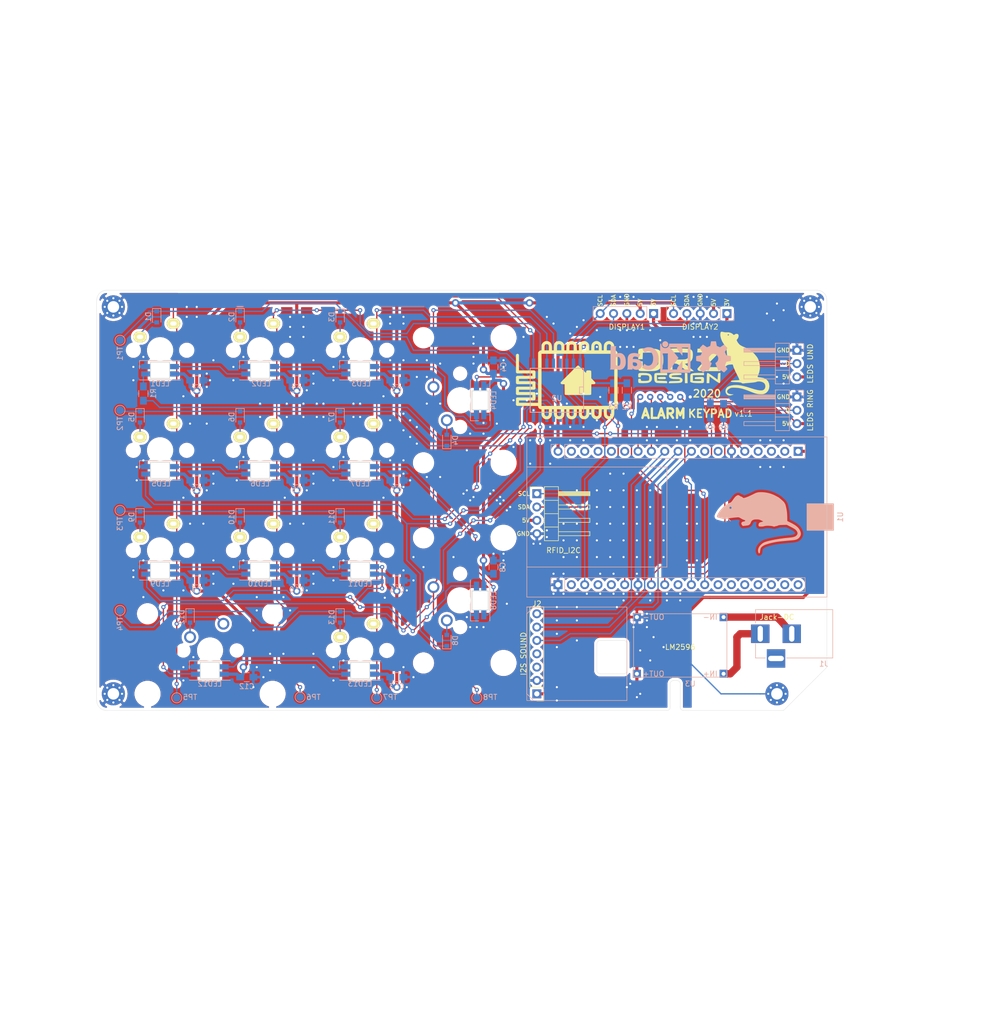
<source format=kicad_pcb>
(kicad_pcb (version 20171130) (host pcbnew "(5.1.7)-1")
  (layers (0 F.Cu signal) (31 B.Cu signal) (34 B.Paste user hide) (35 F.Paste user hide) (36 B.SilkS user) (37 F.SilkS user) (38 B.Mask user hide) (39 F.Mask user hide) (44 Edge.Cuts user))
  (net 0 "")
  (net 1 ROW1)
  (net 2 "Net-(D1-Pad2)")
  (net 3 "Net-(D2-Pad2)")
  (net 4 "Net-(D3-Pad2)")
  (net 5 ROW2)
  (net 6 "Net-(D4-Pad2)")
  (net 7 "Net-(D5-Pad2)")
  (net 8 "Net-(D6-Pad2)")
  (net 9 "Net-(D7-Pad2)")
  (net 10 ROW3)
  (net 11 "Net-(D8-Pad2)")
  (net 12 "Net-(D9-Pad2)")
  (net 13 "Net-(D10-Pad2)")
  (net 14 "Net-(D11-Pad2)")
  (net 15 ROW4)
  (net 16 "Net-(D12-Pad2)")
  (net 17 "Net-(D13-Pad2)")
  (net 18 COL1)
  (net 19 COL2)
  (net 20 COL3)
  (net 21 COL4)
  (net 22 GND)
  (net 23 +5V)
  (net 24 "Net-(LED1-Pad4)")
  (net 25 "Net-(LED1-Pad2)")
  (net 26 "Net-(LED2-Pad2)")
  (net 27 "Net-(LED3-Pad2)")
  (net 28 "Net-(LED4-Pad2)")
  (net 29 "Net-(LED5-Pad2)")
  (net 30 "Net-(LED6-Pad2)")
  (net 31 "Net-(LED7-Pad2)")
  (net 32 "Net-(LED8-Pad2)")
  (net 33 "Net-(LED10-Pad4)")
  (net 34 "Net-(LED10-Pad2)")
  (net 35 "Net-(LED11-Pad2)")
  (net 36 "Net-(LED12-Pad2)")
  (net 37 "Net-(LED13-Pad2)")
  (net 38 +3V3)
  (net 39 SDA)
  (net 40 SCL)
  (net 41 SS)
  (net 42 MOSI)
  (net 43 MISO)
  (net 44 SCK)
  (net 45 "Net-(U1-Pad24)")
  (net 46 "Net-(U1-Pad23)")
  (net 47 "Net-(U1-Pad33)")
  (net 48 "Net-(U1-Pad34)")
  (net 49 "Net-(U1-Pad36)")
  (net 50 "Net-(U1-Pad37)")
  (net 51 "Net-(U1-Pad32)")
  (net 52 "Net-(U1-Pad38)")
  (net 53 "Net-(U1-Pad29)")
  (net 54 "Net-(U1-Pad35)")
  (net 55 "Net-(U1-Pad2)")
  (net 56 "Net-(U1-Pad3)")
  (net 57 "Net-(U1-Pad4)")
  (net 58 "Net-(U1-Pad12)")
  (net 59 "Net-(U1-Pad18)")
  (net 60 "Net-(U1-Pad13)")
  (net 61 "Net-(U2-Pad13)")
  (net 62 "Net-(J3-Pad2)")
  (net 63 "Net-(J4-Pad2)")
  (net 64 LEDS_KEYPAD)
  (net 65 LEDS_UNDERGLOW)
  (net 66 LEDS_RING)
  (net 67 SD)
  (net 68 GAIN)
  (net 69 DIN)
  (net 70 BCLK)
  (net 71 LRC)
  (net 72 "Net-(J1-Pad2)")
  (net 73 "Net-(J1-Pad1)")
  (net 74 "Net-(U1-Pad5)")
  (net 75 "Net-(U1-Pad17)")
  (net 76 "Net-(U1-Pad16)")
  (net 77 "Net-(U1-Pad6)")
  (net 78 "Net-(U1-Pad21)")
  (module Connect:BARREL_JACK (layer B.Cu) (at 155.575 133.985 180)
    (fp_text reference J1 (at -12.065 -5.715) (layer B.SilkS) (effects (justify mirror)))
    (fp_text value Jack-DC (at -3.175 3.175 180) (layer F.SilkS))
    (pad 1 thru_hole rect (at 0 0 180) (size 3.5 3.5) (drill oval 1 3) (layers *.Cu *.Mask) (net 73 "Net-(J1-Pad1)"))
    (pad 2 thru_hole rect (at -6 0 180) (size 3.5 3.5) (drill oval 1 3) (layers *.Cu *.Mask) (net 72 "Net-(J1-Pad2)"))
    (pad 3 thru_hole rect (at -3 -4.7 180) (size 3.5 3.5) (drill oval 3 1) (layers *.Cu *.Mask))
  )
  (module Pin_Headers:Pin_Header_Straight_1x05_Pitch2.54mm (layer B.Cu) (at 135.255 73.025 90)
    (fp_text reference J5 hide)
    (fp_text value DISPLAY1 (at -2.54 -5.08) (layer F.SilkS))
    (pad 1 thru_hole rect (at 0 0 90) (size 1.7 1.7) (drill 1) (layers *.Cu *.Mask) (net 38 +3V3))
    (pad 2 thru_hole oval (at 0 -2.54 90) (size 1.7 1.7) (drill 1) (layers *.Cu *.Mask) (net 23 +5V))
    (pad 3 thru_hole oval (at 0 -5.08 90) (size 1.7 1.7) (drill 1) (layers *.Cu *.Mask) (net 22 GND))
    (pad 4 thru_hole oval (at 0 -7.62 90) (size 1.7 1.7) (drill 1) (layers *.Cu *.Mask) (net 39 SDA))
    (pad 5 thru_hole oval (at 0 -10.16 90) (size 1.7 1.7) (drill 1) (layers *.Cu *.Mask) (net 40 SCL))
  )
  (module Pin_Headers:Pin_Header_Straight_1x05_Pitch2.54mm (layer B.Cu) (at 149.225 73.025 90)
    (fp_text reference J6 hide)
    (fp_text value DISPLAY2 (at -2.54 -5.08 180) (layer F.SilkS))
    (pad 1 thru_hole rect (at 0 0 90) (size 1.7 1.7) (drill 1) (layers *.Cu *.Mask) (net 38 +3V3))
    (pad 2 thru_hole oval (at 0 -2.54 90) (size 1.7 1.7) (drill 1) (layers *.Cu *.Mask) (net 23 +5V))
    (pad 3 thru_hole oval (at 0 -5.08 90) (size 1.7 1.7) (drill 1) (layers *.Cu *.Mask) (net 22 GND))
    (pad 4 thru_hole oval (at 0 -7.62 90) (size 1.7 1.7) (drill 1) (layers *.Cu *.Mask) (net 39 SDA))
    (pad 5 thru_hole oval (at 0 -10.16 90) (size 1.7 1.7) (drill 1) (layers *.Cu *.Mask) (net 40 SCL))
  )
  (module Pin_Headers:Pin_Header_Angled_1x04_Pitch2.54mm (layer F.Cu) (at 113.03 107.315)
    (fp_text reference J7 hide)
    (fp_text value RFID_I2C (at 5.08 10.795) (layer F.SilkS))
    (pad 1 thru_hole rect (at 0 0) (size 1.7 1.7) (drill 1) (layers *.Cu *.Mask) (net 40 SCL))
    (pad 2 thru_hole oval (at 0 2.54) (size 1.7 1.7) (drill 1) (layers *.Cu *.Mask) (net 39 SDA))
    (pad 3 thru_hole oval (at 0 5.08) (size 1.7 1.7) (drill 1) (layers *.Cu *.Mask) (net 23 +5V))
    (pad 4 thru_hole oval (at 0 7.62) (size 1.7 1.7) (drill 1) (layers *.Cu *.Mask) (net 22 GND))
  )
  (module Pin_Headers:Pin_Header_Angled_1x03_Pitch2.54mm (layer B.Cu) (at 162.56 88.9 180)
    (fp_text reference J4 hide)
    (fp_text value "LEDS RING" (at -2.54 -2.54 90) (layer F.SilkS))
    (pad 1 thru_hole rect (at 0 0 180) (size 1.7 1.7) (drill 1) (layers *.Cu *.Mask) (net 22 GND))
    (pad 2 thru_hole oval (at 0 -2.54 180) (size 1.7 1.7) (drill 1) (layers *.Cu *.Mask) (net 63 "Net-(J4-Pad2)"))
    (pad 3 thru_hole oval (at 0 -5.08 180) (size 1.7 1.7) (drill 1) (layers *.Cu *.Mask) (net 23 +5V))
  )
  (module Pin_Headers:Pin_Header_Angled_1x03_Pitch2.54mm (layer B.Cu) (at 162.56 80.01 180)
    (fp_text reference J3 hide)
    (fp_text value "LEDS UND" (at -2.54 -2.54 90) (layer F.SilkS))
    (pad 1 thru_hole rect (at 0 0 180) (size 1.7 1.7) (drill 1) (layers *.Cu *.Mask) (net 22 GND))
    (pad 2 thru_hole oval (at 0 -2.54 180) (size 1.7 1.7) (drill 1) (layers *.Cu *.Mask) (net 62 "Net-(J3-Pad2)"))
    (pad 3 thru_hole oval (at 0 -5.08 180) (size 1.7 1.7) (drill 1) (layers *.Cu *.Mask) (net 23 +5V))
  )
  (module Symbols:KiCad-Logo_6mm_SilkScreen (layer B.Cu) (at 134.62 81.28 180)
    (fp_text reference REF*** hide)
    (fp_text value KiCad-Logo_6mm_SilkScreen hide)
  )
  (module Symbols:OSHW-Symbol_6.7x6mm_SilkScreen (layer B.Cu) (at 146.685 81.28 180)
    (fp_text reference REF*** hide)
    (fp_text value OSHW-Symbol_6.7x6mm_SilkScreen hide)
  )
  (module drz-lib:LOGO_DRZ_DESIGN (layer F.Cu) (at 144.78 82.55)
    (fp_text reference G*** hide)
    (fp_text value LOGO hide)
    (pad 1 smd circle (at 4.725 -5.451) (size 0.3 0.3) (layers F.Cu F.Paste F.Mask))
  )
  (module drz-lib:LOGO_ESPHOME_BIG (layer F.Cu) (at 118.745 85.725)
    (fp_text reference G*** hide)
    (fp_text value LOGO hide)
  )
  (module Resistors_SMD:R_0805_HandSoldering (layer B.Cu) (at 127.635 87.63 90)
    (fp_text reference R3 (at -3.175 0) (layer B.SilkS) (effects (justify mirror)))
    (fp_text value 4.7k)
    (pad 1 smd rect (at -1.35 0 90) (size 1.5 1.3) (layers B.Cu B.Paste B.Mask) (net 40 SCL))
    (pad 2 smd rect (at 1.35 0 90) (size 1.5 1.3) (layers B.Cu B.Paste B.Mask) (net 38 +3V3))
  )
  (module Resistors_SMD:R_0805_HandSoldering (layer B.Cu) (at 130.175 87.63 90)
    (fp_text reference R2 (at -3.175 0) (layer B.SilkS) (effects (justify mirror)))
    (fp_text value 4.7k)
    (pad 1 smd rect (at -1.35 0 90) (size 1.5 1.3) (layers B.Cu B.Paste B.Mask) (net 39 SDA))
    (pad 2 smd rect (at 1.35 0 90) (size 1.5 1.3) (layers B.Cu B.Paste B.Mask) (net 38 +3V3))
  )
  (module Resistors_SMD:R_0805_HandSoldering (layer B.Cu) (at 148.59 91.52 270)
    (fp_text reference R5 (at 3.175 0 180) (layer B.SilkS) (effects (justify mirror)))
    (fp_text value 500)
    (pad 1 smd rect (at -1.35 0 270) (size 1.5 1.3) (layers B.Cu B.Paste B.Mask) (net 63 "Net-(J4-Pad2)"))
    (pad 2 smd rect (at 1.35 0 270) (size 1.5 1.3) (layers B.Cu B.Paste B.Mask) (net 66 LEDS_RING))
  )
  (module "drz-lib:esp32 38pin azdelivery" (layer B.Cu) (at 139.7 111.76 270)
    (fp_text reference U1 (at 0 -31.115 270) (layer B.SilkS) (effects (justify mirror)))
    (fp_text value ESP32-38pins)
    (pad 20 thru_hole rect (at 12.883 22.6396 270) (size 1.7 1.7) (drill 1) (layers *.Cu *.Mask) (net 22 GND))
    (pad 21 thru_hole oval (at 12.883 20.0996 270) (size 1.7 1.7) (drill 1) (layers *.Cu *.Mask) (net 78 "Net-(U1-Pad21)"))
    (pad 22 thru_hole oval (at 12.883 17.5596 270) (size 1.7 1.7) (drill 1) (layers *.Cu *.Mask) (net 40 SCL))
    (pad 28 thru_hole oval (at 12.883 2.3196 270) (size 1.7 1.7) (drill 1) (layers *.Cu *.Mask) (net 66 LEDS_RING))
    (pad 24 thru_hole oval (at 12.883 12.4796 270) (size 1.7 1.7) (drill 1) (layers *.Cu *.Mask) (net 45 "Net-(U1-Pad24)"))
    (pad 23 thru_hole oval (at 12.883 15.0196 270) (size 1.7 1.7) (drill 1) (layers *.Cu *.Mask) (net 46 "Net-(U1-Pad23)"))
    (pad 26 thru_hole oval (at 12.883 7.3996 270) (size 1.7 1.7) (drill 1) (layers *.Cu *.Mask) (net 22 GND))
    (pad 33 thru_hole oval (at 12.883 -10.3804 270) (size 1.7 1.7) (drill 1) (layers *.Cu *.Mask) (net 47 "Net-(U1-Pad33)"))
    (pad 31 thru_hole oval (at 12.883 -5.3004 270) (size 1.7 1.7) (drill 1) (layers *.Cu *.Mask) (net 41 SS))
    (pad 34 thru_hole oval (at 12.883 -12.9204 270) (size 1.7 1.7) (drill 1) (layers *.Cu *.Mask) (net 48 "Net-(U1-Pad34)"))
    (pad 36 thru_hole oval (at 12.883 -18.0004 270) (size 1.7 1.7) (drill 1) (layers *.Cu *.Mask) (net 49 "Net-(U1-Pad36)"))
    (pad 37 thru_hole oval (at 12.883 -20.5404 270) (size 1.7 1.7) (drill 1) (layers *.Cu *.Mask) (net 50 "Net-(U1-Pad37)"))
    (pad 32 thru_hole oval (at 12.883 -7.8404 270) (size 1.7 1.7) (drill 1) (layers *.Cu *.Mask) (net 51 "Net-(U1-Pad32)"))
    (pad 38 thru_hole oval (at 12.883 -23.0804 270) (size 1.7 1.7) (drill 1) (layers *.Cu *.Mask) (net 52 "Net-(U1-Pad38)"))
    (pad 27 thru_hole oval (at 12.883 4.8596 270) (size 1.7 1.7) (drill 1) (layers *.Cu *.Mask) (net 65 LEDS_UNDERGLOW))
    (pad 29 thru_hole oval (at 12.883 -0.2204 270) (size 1.7 1.7) (drill 1) (layers *.Cu *.Mask) (net 53 "Net-(U1-Pad29)"))
    (pad 30 thru_hole oval (at 12.883 -2.7604 270) (size 1.7 1.7) (drill 1) (layers *.Cu *.Mask) (net 42 MOSI))
    (pad 35 thru_hole oval (at 12.883 -15.4604 270) (size 1.7 1.7) (drill 1) (layers *.Cu *.Mask) (net 54 "Net-(U1-Pad35)"))
    (pad 25 thru_hole oval (at 12.883 9.9396 270) (size 1.7 1.7) (drill 1) (layers *.Cu *.Mask) (net 39 SDA))
    (pad 1 thru_hole circle (at -12.5095 22.6314 270) (size 1.7 1.7) (drill 1) (layers *.Cu *.Mask) (net 38 +3V3))
    (pad 2 thru_hole oval (at -12.5095 20.0914 270) (size 1.7 1.7) (drill 1) (layers *.Cu *.Mask) (net 55 "Net-(U1-Pad2)"))
    (pad 3 thru_hole oval (at -12.5095 17.5514 270) (size 1.7 1.7) (drill 1) (layers *.Cu *.Mask) (net 56 "Net-(U1-Pad3)"))
    (pad 9 thru_hole oval (at -12.5095 2.3114 270) (size 1.7 1.7) (drill 1) (layers *.Cu *.Mask) (net 71 LRC))
    (pad 5 thru_hole oval (at -12.5095 12.4714 270) (size 1.7 1.7) (drill 1) (layers *.Cu *.Mask) (net 74 "Net-(U1-Pad5)"))
    (pad 4 thru_hole oval (at -12.5095 15.0114 270) (size 1.7 1.7) (drill 1) (layers *.Cu *.Mask) (net 57 "Net-(U1-Pad4)"))
    (pad 7 thru_hole oval (at -12.5095 7.3914 270) (size 1.7 1.7) (drill 1) (layers *.Cu *.Mask) (net 43 MISO))
    (pad 14 thru_hole oval (at -12.5095 -10.3886 270) (size 1.7 1.7) (drill 1) (layers *.Cu *.Mask) (net 22 GND))
    (pad 12 thru_hole oval (at -12.5095 -5.3086 270) (size 1.7 1.7) (drill 1) (layers *.Cu *.Mask) (net 58 "Net-(U1-Pad12)"))
    (pad 15 thru_hole oval (at -12.5095 -12.9286 270) (size 1.7 1.7) (drill 1) (layers *.Cu *.Mask) (net 64 LEDS_KEYPAD))
    (pad 17 thru_hole oval (at -12.5095 -18.0086 270) (size 1.7 1.7) (drill 1) (layers *.Cu *.Mask) (net 75 "Net-(U1-Pad17)"))
    (pad 18 thru_hole oval (at -12.5095 -20.5486 270) (size 1.7 1.7) (drill 1) (layers *.Cu *.Mask) (net 59 "Net-(U1-Pad18)"))
    (pad 13 thru_hole oval (at -12.5095 -7.8486 270) (size 1.7 1.7) (drill 1) (layers *.Cu *.Mask) (net 60 "Net-(U1-Pad13)"))
    (pad 19 thru_hole rect (at -12.5095 -23.0886 270) (size 1.7 1.7) (drill 1) (layers *.Cu *.Mask) (net 23 +5V))
    (pad 8 thru_hole oval (at -12.5095 4.8514 270) (size 1.7 1.7) (drill 1) (layers *.Cu *.Mask) (net 44 SCK))
    (pad 10 thru_hole oval (at -12.5095 -0.2286 270) (size 1.7 1.7) (drill 1) (layers *.Cu *.Mask) (net 70 BCLK))
    (pad 11 thru_hole oval (at -12.5095 -2.7686 270) (size 1.7 1.7) (drill 1) (layers *.Cu *.Mask) (net 69 DIN))
    (pad 16 thru_hole oval (at -12.5095 -15.4686 270) (size 1.7 1.7) (drill 1) (layers *.Cu *.Mask) (net 76 "Net-(U1-Pad16)"))
    (pad 6 thru_hole oval (at -12.5095 9.9314 270) (size 1.7 1.7) (drill 1) (layers *.Cu *.Mask) (net 77 "Net-(U1-Pad6)"))
  )
  (module SMD_Packages:SO-16-L (layer B.Cu) (at 116.84 87.63 180)
    (fp_text reference U2 (at 0 -1.524 180) (layer B.SilkS) (effects (justify mirror)))
    (fp_text value PCF8574A)
    (pad 1 smd rect (at -4.445 -5.08 180) (size 0.635 1.905) (layers B.Cu B.Paste B.Mask) (net 22 GND))
    (pad 2 smd rect (at -3.175 -5.08 180) (size 0.635 1.905) (layers B.Cu B.Paste B.Mask) (net 22 GND))
    (pad 3 smd rect (at -1.905 -5.08 180) (size 0.635 1.905) (layers B.Cu B.Paste B.Mask) (net 22 GND))
    (pad 4 smd rect (at -0.635 -5.08 180) (size 0.635 1.905) (layers B.Cu B.Paste B.Mask) (net 1 ROW1))
    (pad 5 smd rect (at 0.635 -5.08 180) (size 0.635 1.905) (layers B.Cu B.Paste B.Mask) (net 5 ROW2))
    (pad 6 smd rect (at 1.905 -5.08 180) (size 0.635 1.905) (layers B.Cu B.Paste B.Mask) (net 10 ROW3))
    (pad 7 smd rect (at 3.175 -5.08 180) (size 0.635 1.905) (layers B.Cu B.Paste B.Mask) (net 15 ROW4))
    (pad 8 smd rect (at 4.445 -5.08 180) (size 0.635 1.905) (layers B.Cu B.Paste B.Mask) (net 22 GND))
    (pad 9 smd rect (at 4.445 5.08 180) (size 0.635 1.905) (layers B.Cu B.Paste B.Mask) (net 18 COL1))
    (pad 10 smd rect (at 3.175 5.08 180) (size 0.635 1.905) (layers B.Cu B.Paste B.Mask) (net 19 COL2))
    (pad 11 smd rect (at 1.905 5.08 180) (size 0.635 1.905) (layers B.Cu B.Paste B.Mask) (net 20 COL3))
    (pad 12 smd rect (at 0.635 5.08 180) (size 0.635 1.905) (layers B.Cu B.Paste B.Mask) (net 21 COL4))
    (pad 13 smd rect (at -0.635 5.08 180) (size 0.635 1.905) (layers B.Cu B.Paste B.Mask) (net 61 "Net-(U2-Pad13)"))
    (pad 14 smd rect (at -1.905 5.08 180) (size 0.635 1.905) (layers B.Cu B.Paste B.Mask) (net 40 SCL))
    (pad 15 smd rect (at -3.175 5.08 180) (size 0.635 1.905) (layers B.Cu B.Paste B.Mask) (net 39 SDA))
    (pad 16 smd rect (at -4.445 5.08 180) (size 0.635 1.905) (layers B.Cu B.Paste B.Mask) (net 38 +3V3))
  )
  (module kbd:CherryMX_1u (layer F.Cu) (at 60.325 80.01)
    (fp_text reference SW2 hide)
    (fp_text value SW_PUSH hide)
    (pad "" np_thru_hole circle (at 0 0 90) (size 4 4) (drill 4) (layers *.Cu *.Mask))
    (pad "" np_thru_hole circle (at -5.08 0 90) (size 1.9 1.9) (drill 1.9) (layers *.Cu *.Mask))
    (pad "" np_thru_hole circle (at 5.08 0 90) (size 1.9 1.9) (drill 1.9) (layers *.Cu *.Mask))
    (pad 2 thru_hole oval (at 2.54 -5.08) (size 2.5 2) (drill oval 1.2 0.8) (layers *.Cu F.SilkS B.Mask) (net 19 COL2))
    (pad 1 thru_hole oval (at -3.81 -2.54) (size 2.5 2) (drill oval 1.2 0.8) (layers *.Cu F.SilkS B.Mask) (net 3 "Net-(D2-Pad2)"))
  )
  (module "drz-lib:LM2596 module" (layer B.Cu) (at 140.335 135.89 180)
    (fp_text reference U3 (at -1.905 -7.62 180) (layer B.SilkS) (effects (justify mirror)))
    (fp_text value LM2596 (at 0 -0.635) (layer F.SilkS))
    (fp_text user OUT+ (at 5.08 -5.715) (layer B.SilkS) (effects (justify mirror)))
    (fp_text user OUT- (at 5.08 5.08) (layer B.SilkS) (effects (justify mirror)))
    (fp_text user IN- (at -5.715 5.08) (layer B.SilkS) (effects (justify mirror)))
    (fp_text user IN+ (at -5.715 -5.715) (layer B.SilkS) (effects (justify mirror)))
    (pad 4 thru_hole rect (at 8.255 -5.715 180) (size 1.524 1.524) (drill 0.762) (layers *.Cu *.Mask) (net 23 +5V))
    (pad 3 thru_hole rect (at 8.255 5.08 180) (size 1.524 1.524) (drill 0.762) (layers *.Cu *.Mask) (net 22 GND))
    (pad 2 thru_hole rect (at -8.255 5.08 180) (size 1.524 1.524) (drill 0.762) (layers *.Cu *.Mask) (net 72 "Net-(J1-Pad2)"))
    (pad 1 thru_hole rect (at -8.255 -5.715 180) (size 1.524 1.524) (drill 0.762) (layers *.Cu *.Mask) (net 73 "Net-(J1-Pad1)"))
  )
  (module "drz-lib:I2S breakout" (layer B.Cu) (at 120.65 137.795 90)
    (fp_text reference REF** hide)
    (fp_text value "I2S breakout")
  )
  (module drz-lib:LOGO_RAT (layer F.Cu) (at 154.94 110.49)
    (fp_text reference REF** hide)
    (fp_text value LOGO_RAT)
    (fp_poly (pts (xy -5.538 -1.139) (xy -5.449 -1.185) (xy -5.185 -0.762) (xy -5.212 -0.744) (xy -5.234 -0.727) (xy -5.257 -0.705) (xy -5.272 -0.688) (xy -5.287 -0.667) (xy -5.299 -0.647) (xy -5.308 -0.63) (xy -5.316 -0.613) (xy -5.321 -0.599) (xy -5.325 -0.583) (xy -5.328 -0.571) (xy -5.332 -0.552) (xy -5.334 -0.54) (xy -5.337 -0.523) (xy -5.338 -0.511) (xy -5.338 -0.496) (xy -5.338 -0.481) (xy -5.337 -0.465) (xy -5.334 -0.446) (xy -5.329 -0.423) (xy -5.324 -0.407) (xy -5.318 -0.389) (xy -5.309 -0.368) (xy -5.295 -0.343) (xy -5.284 -0.326) (xy -5.271 -0.309) (xy -5.258 -0.293) (xy -5.242 -0.278) (xy -5.209 -0.251) (xy -5.188 -0.238) (xy -5.171 -0.229) (xy -5.152 -0.221) (xy -5.131 -0.213) (xy -5.102 -0.205) (xy -5.055 -0.198) (xy -5.017 -0.198) (xy -4.973 -0.204) (xy -4.935 -0.216) (xy -4.902 -0.23) (xy -4.875 -0.246) (xy -4.858 -0.258) (xy -4.828 -0.283) (xy -4.797 -0.317) (xy -4.78 -0.342) (xy -4.76 -0.38) (xy -4.75 -0.41) (xy -4.745 -0.431) (xy -4.74 -0.458) (xy -4.737 -0.5) (xy -4.739 -0.536) (xy -4.748 -0.579) (xy -4.765 -0.625) (xy -4.783 -0.66) (xy -4.809 -0.694) (xy -4.821 -0.707) (xy -4.838 -0.723) (xy -4.848 -0.732) (xy -4.87 -0.748) (xy -4.893 -0.762) (xy -4.905 -0.768) (xy -4.92 -0.776) (xy -4.931 -0.78) (xy -4.95 -0.786) (xy -4.96 -0.789) (xy -4.972 -0.792) (xy -4.982 -0.794) (xy -4.995 -0.796) (xy -5.012 -0.798) (xy -5.03 -0.799) (xy -5.057 -0.799) (xy -5.082 -0.797) (xy -5.118 -0.791) (xy -5.144 -0.782) (xy -5.163 -0.773) (xy -5.178 -0.765) (xy -5.181 -0.763) (xy -5.446 -1.187) (xy -5.281 -1.275) (xy -5.061 -1.366) (xy -4.953 -1.428) (xy -4.85 -1.501) (xy -4.748 -1.609) (xy -4.627 -1.758) (xy -4.477 -1.97) (xy -4.354 -2.148) (xy -4.203 -2.346) (xy -4.084 -2.486) (xy -3.995 -2.577) (xy -3.867 -2.674) (xy -3.758 -2.737) (xy -3.653 -2.787) (xy -3.57 -2.799) (xy -3.514 -2.79) (xy -3.438 -2.759) (xy -3.322 -2.696) (xy -3.227 -2.625) (xy -3.133 -2.569) (xy -3.048 -2.546) (xy -2.949 -2.511) (xy -2.871 -2.464) (xy -2.807 -2.412) (xy -2.704 -2.332) (xy -2.634 -2.278) (xy -2.558 -2.267) (xy -2.444 -2.269) (xy -2.295 -2.305) (xy -2.023 -2.383) (xy -1.618 -2.542) (xy -1.359 -2.658) (xy -0.899 -2.875) (xy -0.469 -3.089) (xy -0.308 -3.17) (xy -0.114 -3.247) (xy 0.046 -3.297) (xy 0.225 -3.338) (xy 0.385 -3.358) (xy 0.528 -3.366) (xy 0.69 -3.373) (xy 0.8 -3.372) (xy 0.993 -3.37) (xy 1.135 -3.364) (xy 1.278 -3.35) (xy 1.497 -3.328) (xy 1.639 -3.308) (xy 1.864 -3.27) (xy 2.015 -3.24) (xy 2.212 -3.194) (xy 2.357 -3.155) (xy 2.604 -3.085) (xy 2.79 -3.017) (xy 3.089 -2.904) (xy 3.604 -2.649) (xy 4.017 -2.422) (xy 4.139 -2.347) (xy 4.406 -2.134) (xy 4.908 -1.685) (xy 5.073 -1.519) (xy 5.141 -1.417) (xy 5.221 -1.283) (xy 5.313 -1.118) (xy 5.373 -0.92) (xy 5.437 -0.676) (xy 5.519 -0.295) (xy 5.572 -0.008) (xy 5.614 0.295) (xy 5.648 0.668) (xy 5.673 1.234) (xy 5.681 2.081) (xy 5.713 2.101) (xy 6.21 2.347) (xy 6.613 2.543) (xy 7.101 2.825) (xy 7.337 2.986) (xy 7.5 3.11) (xy 7.675 3.269) (xy 7.804 3.397) (xy 7.902 3.529) (xy 7.992 3.661) (xy 8.075 3.796) (xy 8.164 3.99) (xy 8.23 4.173) (xy 8.256 4.327) (xy 8.261 4.46) (xy 8.253 4.58) (xy 8.229 4.692) (xy 8.184 4.818) (xy 8.116 4.936) (xy 8.036 5.05) (xy 7.893 5.213) (xy 7.707 5.347) (xy 7.552 5.43) (xy 7.396 5.484) (xy 7.101 5.548) (xy 6.744 5.587) (xy 5.63 5.684) (xy 4.822 5.765) (xy 4.469 5.803) (xy 4.039 5.855) (xy 3.653 5.912) (xy 3.212 5.995) (xy 2.763 6.093) (xy 2.316 6.207) (xy 1.981 6.314) (xy 1.67 6.409) (xy 1.497 6.475) (xy 1.308 6.57) (xy 1.137 6.665) (xy 0.99 6.76) (xy 0.879 6.857) (xy 0.767 6.965) (xy 0.687 7.075) (xy 0.63 7.199) (xy 0.585 7.308) (xy 0.561 7.422) (xy 0.532 7.572) (xy 0.509 7.711) (xy 0.492 7.85) (xy 0.483 7.923) (xy 0.476 7.995) (xy 0.469 8.031) (xy 0.455 8.048) (xy 0.424 8.076) (xy 0.415 8.078) (xy 0.401 8.06) (xy 0.392 8.034) (xy 0.382 8.001) (xy 0.365 7.94) (xy 0.348 7.876) (xy 0.329 7.812) (xy 0.311 7.728) (xy 0.31 7.662) (xy 0.307 7.579) (xy 0.317 7.508) (xy 0.329 7.435) (xy 0.352 7.338) (xy 0.379 7.259) (xy 0.411 7.176) (xy 0.448 7.1) (xy 0.501 7.006) (xy 0.565 6.905) (xy 0.648 6.793) (xy 0.744 6.688) (xy 0.813 6.619) (xy 0.912 6.52) (xy 1.043 6.418) (xy 1.147 6.335) (xy 1.252 6.269) (xy 1.484 6.145) (xy 1.731 6.062) (xy 1.822 6.033) (xy 1.969 5.989) (xy 2.347 5.886) (xy 2.9 5.765) (xy 3.568 5.635) (xy 4.475 5.487) (xy 5.185 5.39) (xy 5.635 5.339) (xy 5.965 5.31) (xy 6.499 5.253) (xy 6.72 5.227) (xy 6.932 5.18) (xy 7.112 5.134) (xy 7.232 5.093) (xy 7.41 5.005) (xy 7.542 4.907) (xy 7.621 4.828) (xy 7.699 4.735) (xy 7.766 4.629) (xy 7.811 4.517) (xy 7.828 4.423) (xy 7.83 4.334) (xy 7.823 4.249) (xy 7.801 4.149) (xy 7.768 4.062) (xy 7.684 3.91) (xy 7.64 3.849) (xy 7.589 3.782) (xy 7.554 3.738) (xy 7.502 3.687) (xy 7.417 3.596) (xy 7.341 3.536) (xy 7.253 3.479) (xy 7.122 3.392) (xy 6.986 3.308) (xy 6.821 3.216) (xy 6.713 3.161) (xy 6.489 3.046) (xy 6.142 2.87) (xy 5.879 2.735) (xy 5.729 2.661) (xy 5.704 2.649) (xy 5.686 2.648) (xy 5.355 2.654) (xy 4.952 2.663) (xy 4.588 2.679) (xy 4.381 2.69) (xy 4.207 2.72) (xy 4.129 2.732) (xy 4.046 2.76) (xy 3.95 2.798) (xy 3.89 2.832) (xy 3.824 2.859) (xy 3.761 2.879) (xy 3.669 2.887) (xy 3.572 2.9) (xy 3.5 2.91) (xy 3.469 2.927) (xy 3.415 2.962) (xy 3.366 2.977) (xy 3.323 2.984) (xy 3.266 2.985) (xy 3.22 2.984) (xy 3.159 2.963) (xy 3.113 2.951) (xy 3.037 2.923) (xy 2.944 2.898) (xy 2.816 2.876) (xy 2.548 2.846) (xy 2.41 2.839) (xy 2.214 2.825) (xy 2.012 2.822) (xy 1.818 2.83) (xy 1.628 2.852) (xy 1.466 2.88) (xy 1.306 2.924) (xy 1.199 2.948) (xy 1.078 2.966) (xy 0.946 2.977) (xy 0.789 2.979) (xy 0.6 2.977) (xy 0.518 2.968) (xy 0.465 2.954) (xy 0.438 2.938) (xy 0.42 2.917) (xy 0.408 2.888) (xy 0.401 2.853) (xy 0.396 2.808) (xy 0.395 2.757) (xy 0.4 2.705) (xy 0.409 2.656) (xy 0.433 2.586) (xy 0.47 2.519) (xy 0.528 2.439) (xy 0.583 2.398) (xy 0.645 2.371) (xy 0.784 2.329) (xy 1.06 2.257) (xy 1.207 2.216) (xy 1.292 2.162) (xy 1.335 2.129) (xy 1.348 2.106) (xy 1.326 2.07) (xy 1.272 2.033) (xy 1.193 1.992) (xy 1.065 1.918) (xy 0.772 1.773) (xy 0.581 1.7) (xy 0.543 1.685) (xy 0.435 1.655) (xy 0.293 1.632) (xy 0.084 1.617) (xy -0.07 1.617) (xy -0.356 1.623) (xy -0.501 1.643) (xy -0.623 1.671) (xy -0.732 1.713) (xy -0.85 1.763) (xy -0.911 1.796) (xy -0.979 1.847) (xy -1.034 1.899) (xy -1.104 1.984) (xy -1.156 2.052) (xy -1.206 2.16) (xy -1.249 2.261) (xy -1.301 2.385) (xy -1.335 2.457) (xy -1.371 2.512) (xy -1.398 2.551) (xy -1.415 2.572) (xy -1.448 2.604) (xy -1.488 2.634) (xy -1.6 2.705) (xy -1.727 2.754) (xy -1.943 2.781) (xy -2.146 2.815) (xy -2.41 2.838) (xy -2.572 2.861) (xy -2.605 2.874) (xy -2.633 2.87) (xy -2.671 2.848) (xy -2.709 2.8) (xy -2.737 2.764) (xy -2.78 2.71) (xy -2.823 2.636) (xy -2.848 2.574) (xy -2.865 2.509) (xy -2.864 2.441) (xy -2.832 2.37) (xy -2.784 2.314) (xy -2.733 2.284) (xy -2.667 2.252) (xy -2.558 2.228) (xy -2.397 2.197) (xy -2.289 2.163) (xy -2.22 2.113) (xy -2.177 2.07) (xy -2.148 2.014) (xy -2.135 1.965) (xy -2.132 1.92) (xy -2.141 1.869) (xy -2.15 1.841) (xy -2.167 1.823) (xy -2.19 1.809) (xy -2.22 1.79) (xy -2.295 1.762) (xy -2.445 1.709) (xy -2.62 1.642) (xy -2.689 1.613) (xy -2.783 1.563) (xy -2.893 1.504) (xy -3.193 1.325) (xy -3.304 1.275) (xy -3.489 1.222) (xy -3.647 1.211) (xy -3.752 1.225) (xy -3.963 1.24) (xy -4.406 1.281) (xy -4.664 1.315) (xy -4.924 1.349) (xy -5.16 1.381) (xy -5.425 1.426) (xy -5.848 1.481) (xy -5.978 1.503) (xy -6.181 1.521) (xy -6.342 1.525) (xy -6.454 1.515) (xy -6.546 1.497) (xy -6.812 1.421) (xy -7.015 1.361) (xy -7.099 1.332) (xy -7.222 1.298) (xy -7.359 1.274) (xy -7.424 1.254) (xy -7.472 1.228) (xy -7.504 1.195) (xy -7.516 1.15) (xy -7.518 1.097) (xy -7.485 1.014) (xy -7.428 0.883) (xy -7.305 0.646) (xy -7.167 0.415) (xy -6.996 0.171) (xy -6.874 0.009) (xy -6.647 -0.251) (xy -6.482 -0.432) (xy -6.25 -0.65) (xy -6.007 -0.846) (xy -5.859 -0.949) (xy -5.719 -1.032) (xy -5.619 -1.092)) (layer B.Cu) (width 0.1))
    (pad 1 smd circle (at -5.047 -0.527) (size 0.6 0.6) (layers B.Cu B.Mask))
  )
  (module Mounting_Holes:MountingHole_2.2mm_M2_Pad_Via (layer F.Cu) (at 158.75 145.415)
    (fp_text reference H4 hide)
    (fp_text value MountingHole_Pad)
    (pad 1 thru_hole circle (at 0 0) (size 4.4 4.4) (drill 2.2) (layers *.Cu *.Mask) (net 22 GND))
    (pad 1 thru_hole circle (at 1.65 0) (size 0.7 0.7) (drill 0.4) (layers *.Cu *.Mask) (net 22 GND))
    (pad 1 thru_hole circle (at 1.166726 1.166726) (size 0.7 0.7) (drill 0.4) (layers *.Cu *.Mask) (net 22 GND))
    (pad 1 thru_hole circle (at 0 1.65) (size 0.7 0.7) (drill 0.4) (layers *.Cu *.Mask) (net 22 GND))
    (pad 1 thru_hole circle (at -1.166726 1.166726) (size 0.7 0.7) (drill 0.4) (layers *.Cu *.Mask) (net 22 GND))
    (pad 1 thru_hole circle (at -1.65 0) (size 0.7 0.7) (drill 0.4) (layers *.Cu *.Mask) (net 22 GND))
    (pad 1 thru_hole circle (at -1.166726 -1.166726) (size 0.7 0.7) (drill 0.4) (layers *.Cu *.Mask) (net 22 GND))
    (pad 1 thru_hole circle (at 0 -1.65) (size 0.7 0.7) (drill 0.4) (layers *.Cu *.Mask) (net 22 GND))
    (pad 1 thru_hole circle (at 1.166726 -1.166726) (size 0.7 0.7) (drill 0.4) (layers *.Cu *.Mask) (net 22 GND))
  )
  (module Mounting_Holes:MountingHole_2.2mm_M2_Pad_Via (layer F.Cu) (at 165.1 71.755)
    (fp_text reference H2 hide)
    (fp_text value MountingHole_Pad)
    (pad 1 thru_hole circle (at 0 0) (size 4.4 4.4) (drill 2.2) (layers *.Cu *.Mask) (net 22 GND))
    (pad 1 thru_hole circle (at 1.65 0) (size 0.7 0.7) (drill 0.4) (layers *.Cu *.Mask) (net 22 GND))
    (pad 1 thru_hole circle (at 1.166726 1.166726) (size 0.7 0.7) (drill 0.4) (layers *.Cu *.Mask) (net 22 GND))
    (pad 1 thru_hole circle (at 0 1.65) (size 0.7 0.7) (drill 0.4) (layers *.Cu *.Mask) (net 22 GND))
    (pad 1 thru_hole circle (at -1.166726 1.166726) (size 0.7 0.7) (drill 0.4) (layers *.Cu *.Mask) (net 22 GND))
    (pad 1 thru_hole circle (at -1.65 0) (size 0.7 0.7) (drill 0.4) (layers *.Cu *.Mask) (net 22 GND))
    (pad 1 thru_hole circle (at -1.166726 -1.166726) (size 0.7 0.7) (drill 0.4) (layers *.Cu *.Mask) (net 22 GND))
    (pad 1 thru_hole circle (at 0 -1.65) (size 0.7 0.7) (drill 0.4) (layers *.Cu *.Mask) (net 22 GND))
    (pad 1 thru_hole circle (at 1.166726 -1.166726) (size 0.7 0.7) (drill 0.4) (layers *.Cu *.Mask) (net 22 GND))
  )
  (module Mounting_Holes:MountingHole_2.2mm_M2_Pad_Via (layer F.Cu) (at 32.385 145.415)
    (fp_text reference H3 hide)
    (fp_text value MountingHole_Pad)
    (pad 1 thru_hole circle (at 0 0) (size 4.4 4.4) (drill 2.2) (layers *.Cu *.Mask) (net 22 GND))
    (pad 1 thru_hole circle (at 1.65 0) (size 0.7 0.7) (drill 0.4) (layers *.Cu *.Mask) (net 22 GND))
    (pad 1 thru_hole circle (at 1.166726 1.166726) (size 0.7 0.7) (drill 0.4) (layers *.Cu *.Mask) (net 22 GND))
    (pad 1 thru_hole circle (at 0 1.65) (size 0.7 0.7) (drill 0.4) (layers *.Cu *.Mask) (net 22 GND))
    (pad 1 thru_hole circle (at -1.166726 1.166726) (size 0.7 0.7) (drill 0.4) (layers *.Cu *.Mask) (net 22 GND))
    (pad 1 thru_hole circle (at -1.65 0) (size 0.7 0.7) (drill 0.4) (layers *.Cu *.Mask) (net 22 GND))
    (pad 1 thru_hole circle (at -1.166726 -1.166726) (size 0.7 0.7) (drill 0.4) (layers *.Cu *.Mask) (net 22 GND))
    (pad 1 thru_hole circle (at 0 -1.65) (size 0.7 0.7) (drill 0.4) (layers *.Cu *.Mask) (net 22 GND))
    (pad 1 thru_hole circle (at 1.166726 -1.166726) (size 0.7 0.7) (drill 0.4) (layers *.Cu *.Mask) (net 22 GND))
  )
  (module Mounting_Holes:MountingHole_2.2mm_M2_Pad_Via (layer F.Cu) (at 32.385 71.755)
    (fp_text reference H1 hide)
    (fp_text value MountingHole_Pad)
    (pad 1 thru_hole circle (at 0 0) (size 4.4 4.4) (drill 2.2) (layers *.Cu *.Mask) (net 22 GND))
    (pad 1 thru_hole circle (at 1.65 0) (size 0.7 0.7) (drill 0.4) (layers *.Cu *.Mask) (net 22 GND))
    (pad 1 thru_hole circle (at 1.166726 1.166726) (size 0.7 0.7) (drill 0.4) (layers *.Cu *.Mask) (net 22 GND))
    (pad 1 thru_hole circle (at 0 1.65) (size 0.7 0.7) (drill 0.4) (layers *.Cu *.Mask) (net 22 GND))
    (pad 1 thru_hole circle (at -1.166726 1.166726) (size 0.7 0.7) (drill 0.4) (layers *.Cu *.Mask) (net 22 GND))
    (pad 1 thru_hole circle (at -1.65 0) (size 0.7 0.7) (drill 0.4) (layers *.Cu *.Mask) (net 22 GND))
    (pad 1 thru_hole circle (at -1.166726 -1.166726) (size 0.7 0.7) (drill 0.4) (layers *.Cu *.Mask) (net 22 GND))
    (pad 1 thru_hole circle (at 0 -1.65) (size 0.7 0.7) (drill 0.4) (layers *.Cu *.Mask) (net 22 GND))
    (pad 1 thru_hole circle (at 1.166726 -1.166726) (size 0.7 0.7) (drill 0.4) (layers *.Cu *.Mask) (net 22 GND))
  )
  (module Pin_Headers:Pin_Header_Straight_1x07_Pitch2.54mm (layer F.Cu) (at 113.03 145.415 180)
    (fp_text reference J2 (at 0 17.145) (layer F.SilkS))
    (fp_text value "I2S SOUND" (at 2.54 7.62 90) (layer F.SilkS))
    (pad 1 thru_hole rect (at 0 0 180) (size 1.7 1.7) (drill 1) (layers *.Cu *.Mask) (net 23 +5V))
    (pad 2 thru_hole oval (at 0 2.54 180) (size 1.7 1.7) (drill 1) (layers *.Cu *.Mask) (net 22 GND))
    (pad 3 thru_hole oval (at 0 5.08 180) (size 1.7 1.7) (drill 1) (layers *.Cu *.Mask) (net 67 SD))
    (pad 4 thru_hole oval (at 0 7.62 180) (size 1.7 1.7) (drill 1) (layers *.Cu *.Mask) (net 68 GAIN))
    (pad 5 thru_hole oval (at 0 10.16 180) (size 1.7 1.7) (drill 1) (layers *.Cu *.Mask) (net 69 DIN))
    (pad 6 thru_hole oval (at 0 12.7 180) (size 1.7 1.7) (drill 1) (layers *.Cu *.Mask) (net 70 BCLK))
    (pad 7 thru_hole oval (at 0 15.24 180) (size 1.7 1.7) (drill 1) (layers *.Cu *.Mask) (net 71 LRC))
  )
  (module Resistors_SMD:R_0805_HandSoldering (layer B.Cu) (at 146.05 91.44 270)
    (fp_text reference R4 (at 3.255 0 180) (layer B.SilkS) (effects (justify mirror)))
    (fp_text value 500)
    (pad 1 smd rect (at -1.35 0 270) (size 1.5 1.3) (layers B.Cu B.Paste B.Mask) (net 62 "Net-(J3-Pad2)"))
    (pad 2 smd rect (at 1.35 0 270) (size 1.5 1.3) (layers B.Cu B.Paste B.Mask) (net 65 LEDS_UNDERGLOW))
  )
  (module MX_only:MXOnly-2U-NoLED (layer F.Cu) (at 50.8 137.16)
    (fp_text reference SW12 hide)
    (fp_text value SW_PUSH hide)
    (pad 2 thru_hole circle (at 2.54 -5.08) (size 2.25 2.25) (drill 1.47) (layers *.Cu B.Mask) (net 18 COL1))
    (pad "" np_thru_hole circle (at 0 0) (size 3.9878 3.9878) (drill 3.9878) (layers *.Cu *.Mask))
    (pad 1 thru_hole circle (at -3.81 -2.54) (size 2.25 2.25) (drill 1.47) (layers *.Cu B.Mask) (net 16 "Net-(D12-Pad2)"))
    (pad "" np_thru_hole circle (at -5.08 0 48.0996) (size 1.75 1.75) (drill 1.75) (layers *.Cu *.Mask))
    (pad "" np_thru_hole circle (at 5.08 0 48.0996) (size 1.75 1.75) (drill 1.75) (layers *.Cu *.Mask))
    (pad "" np_thru_hole circle (at -11.90625 -6.985) (size 3.048 3.048) (drill 3.048) (layers *.Cu *.Mask))
    (pad "" np_thru_hole circle (at 11.90625 -6.985) (size 3.048 3.048) (drill 3.048) (layers *.Cu *.Mask))
    (pad "" np_thru_hole circle (at -11.90625 8.255) (size 3.9878 3.9878) (drill 3.9878) (layers *.Cu *.Mask))
    (pad "" np_thru_hole circle (at 11.90625 8.255) (size 3.9878 3.9878) (drill 3.9878) (layers *.Cu *.Mask))
  )
  (module "Test points:TestPoint_Pad_D1.5mm" (layer B.Cu) (at 101.6 146.177)
    (fp_text reference TP8 (at 2.54 -0.127) (layer B.SilkS) (effects (justify mirror)))
    (fp_text value TestPoint)
    (pad 1 smd circle (at 0 0) (size 1.5 1.5) (layers B.Cu B.Mask) (net 21 COL4))
  )
  (module "Test points:TestPoint_Pad_D1.5mm" (layer B.Cu) (at 82.55 146.177)
    (fp_text reference TP7 (at 2.54 -0.127) (layer B.SilkS) (effects (justify mirror)))
    (fp_text value TestPoint)
    (pad 1 smd circle (at 0 0) (size 1.5 1.5) (layers B.Cu B.Mask) (net 20 COL3))
  )
  (module "Test points:TestPoint_Pad_D1.5mm" (layer B.Cu) (at 67.945 146.05)
    (fp_text reference TP6 (at 2.54 0) (layer B.SilkS) (effects (justify mirror)))
    (fp_text value TestPoint)
    (pad 1 smd circle (at 0 0) (size 1.5 1.5) (layers B.Cu B.Mask) (net 19 COL2))
  )
  (module "Test points:TestPoint_Pad_D1.5mm" (layer B.Cu) (at 44.45 146.177)
    (fp_text reference TP5 (at 2.54 -0.127) (layer B.SilkS) (effects (justify mirror)))
    (fp_text value TestPoint)
    (pad 1 smd circle (at 0 0) (size 1.5 1.5) (layers B.Cu B.Mask) (net 18 COL1))
  )
  (module "Test points:TestPoint_Pad_D1.5mm" (layer B.Cu) (at 33.655 129.54)
    (fp_text reference TP4 (at 0 2.54 90) (layer B.SilkS) (effects (justify mirror)))
    (fp_text value TestPoint)
    (pad 1 smd circle (at 0 0) (size 1.5 1.5) (layers B.Cu B.Mask) (net 15 ROW4))
  )
  (module "Test points:TestPoint_Pad_D1.5mm" (layer B.Cu) (at 33.655 110.49)
    (fp_text reference TP3 (at 0 2.54 90) (layer B.SilkS) (effects (justify mirror)))
    (fp_text value TestPoint)
    (pad 1 smd circle (at 0 0) (size 1.5 1.5) (layers B.Cu B.Mask) (net 10 ROW3))
  )
  (module "Test points:TestPoint_Pad_D1.5mm" (layer B.Cu) (at 33.655 91.44)
    (fp_text reference TP2 (at 0 2.54 90) (layer B.SilkS) (effects (justify mirror)))
    (fp_text value TestPoint)
    (pad 1 smd circle (at 0 0) (size 1.5 1.5) (layers B.Cu B.Mask) (net 5 ROW2))
  )
  (module "Test points:TestPoint_Pad_D1.5mm" (layer B.Cu) (at 33.655 78.105)
    (fp_text reference TP1 (at 0 2.54 90) (layer B.SilkS) (effects (justify mirror)))
    (fp_text value TestPoint)
    (pad 1 smd circle (at 0 0) (size 1.5 1.5) (layers B.Cu B.Mask) (net 1 ROW1))
  )
  (module kbd:CherryMX_1u (layer F.Cu) (at 79.375 137.16)
    (fp_text reference SW13 hide)
    (fp_text value SW_PUSH hide)
    (pad "" np_thru_hole circle (at 0 0 90) (size 4 4) (drill 4) (layers *.Cu *.Mask))
    (pad "" np_thru_hole circle (at -5.08 0 90) (size 1.9 1.9) (drill 1.9) (layers *.Cu *.Mask))
    (pad "" np_thru_hole circle (at 5.08 0 90) (size 1.9 1.9) (drill 1.9) (layers *.Cu *.Mask))
    (pad 2 thru_hole oval (at 2.54 -5.08) (size 2.5 2) (drill oval 1.2 0.8) (layers *.Cu F.SilkS B.Mask) (net 20 COL3))
    (pad 1 thru_hole oval (at -3.81 -2.54) (size 2.5 2) (drill oval 1.2 0.8) (layers *.Cu F.SilkS B.Mask) (net 17 "Net-(D13-Pad2)"))
  )
  (module kbd:CherryMX_1u (layer F.Cu) (at 79.375 118.11)
    (fp_text reference SW11 hide)
    (fp_text value SW_PUSH hide)
    (pad "" np_thru_hole circle (at 0 0 90) (size 4 4) (drill 4) (layers *.Cu *.Mask))
    (pad "" np_thru_hole circle (at -5.08 0 90) (size 1.9 1.9) (drill 1.9) (layers *.Cu *.Mask))
    (pad "" np_thru_hole circle (at 5.08 0 90) (size 1.9 1.9) (drill 1.9) (layers *.Cu *.Mask))
    (pad 2 thru_hole oval (at 2.54 -5.08) (size 2.5 2) (drill oval 1.2 0.8) (layers *.Cu F.SilkS B.Mask) (net 20 COL3))
    (pad 1 thru_hole oval (at -3.81 -2.54) (size 2.5 2) (drill oval 1.2 0.8) (layers *.Cu F.SilkS B.Mask) (net 14 "Net-(D11-Pad2)"))
  )
  (module kbd:CherryMX_1u (layer F.Cu) (at 60.325 118.11)
    (fp_text reference SW10 hide)
    (fp_text value SW_PUSH hide)
    (pad "" np_thru_hole circle (at 0 0 90) (size 4 4) (drill 4) (layers *.Cu *.Mask))
    (pad "" np_thru_hole circle (at -5.08 0 90) (size 1.9 1.9) (drill 1.9) (layers *.Cu *.Mask))
    (pad "" np_thru_hole circle (at 5.08 0 90) (size 1.9 1.9) (drill 1.9) (layers *.Cu *.Mask))
    (pad 2 thru_hole oval (at 2.54 -5.08) (size 2.5 2) (drill oval 1.2 0.8) (layers *.Cu F.SilkS B.Mask) (net 19 COL2))
    (pad 1 thru_hole oval (at -3.81 -2.54) (size 2.5 2) (drill oval 1.2 0.8) (layers *.Cu F.SilkS B.Mask) (net 13 "Net-(D10-Pad2)"))
  )
  (module kbd:CherryMX_1u (layer F.Cu) (at 41.275 118.11)
    (fp_text reference SW9 hide)
    (fp_text value SW_PUSH hide)
    (pad "" np_thru_hole circle (at 0 0 90) (size 4 4) (drill 4) (layers *.Cu *.Mask))
    (pad "" np_thru_hole circle (at -5.08 0 90) (size 1.9 1.9) (drill 1.9) (layers *.Cu *.Mask))
    (pad "" np_thru_hole circle (at 5.08 0 90) (size 1.9 1.9) (drill 1.9) (layers *.Cu *.Mask))
    (pad 2 thru_hole oval (at 2.54 -5.08) (size 2.5 2) (drill oval 1.2 0.8) (layers *.Cu F.SilkS B.Mask) (net 18 COL1))
    (pad 1 thru_hole oval (at -3.81 -2.54) (size 2.5 2) (drill oval 1.2 0.8) (layers *.Cu F.SilkS B.Mask) (net 12 "Net-(D9-Pad2)"))
  )
  (module MX_only:MXOnly-2U-NoLED (layer F.Cu) (at 98.425 127.635 90)
    (fp_text reference SW8)
    (fp_text value SW_PUSH)
    (pad 2 thru_hole circle (at 2.54 -5.08 90) (size 2.25 2.25) (drill 1.47) (layers *.Cu B.Mask) (net 21 COL4))
    (pad "" np_thru_hole circle (at 0 0 90) (size 3.9878 3.9878) (drill 3.9878) (layers *.Cu *.Mask))
    (pad 1 thru_hole circle (at -3.81 -2.54 90) (size 2.25 2.25) (drill 1.47) (layers *.Cu B.Mask) (net 11 "Net-(D8-Pad2)"))
    (pad "" np_thru_hole circle (at -5.08 0 138.0996) (size 1.75 1.75) (drill 1.75) (layers *.Cu *.Mask))
    (pad "" np_thru_hole circle (at 5.08 0 138.0996) (size 1.75 1.75) (drill 1.75) (layers *.Cu *.Mask))
    (pad "" np_thru_hole circle (at -11.90625 -6.985 90) (size 3.048 3.048) (drill 3.048) (layers *.Cu *.Mask))
    (pad "" np_thru_hole circle (at 11.90625 -6.985 90) (size 3.048 3.048) (drill 3.048) (layers *.Cu *.Mask))
    (pad "" np_thru_hole circle (at -11.90625 8.255 90) (size 3.9878 3.9878) (drill 3.9878) (layers *.Cu *.Mask))
    (pad "" np_thru_hole circle (at 11.90625 8.255 90) (size 3.9878 3.9878) (drill 3.9878) (layers *.Cu *.Mask))
  )
  (module kbd:CherryMX_1u (layer F.Cu) (at 79.375 99.06)
    (fp_text reference SW7 hide)
    (fp_text value SW_PUSH hide)
    (pad "" np_thru_hole circle (at 0 0 90) (size 4 4) (drill 4) (layers *.Cu *.Mask))
    (pad "" np_thru_hole circle (at -5.08 0 90) (size 1.9 1.9) (drill 1.9) (layers *.Cu *.Mask))
    (pad "" np_thru_hole circle (at 5.08 0 90) (size 1.9 1.9) (drill 1.9) (layers *.Cu *.Mask))
    (pad 2 thru_hole oval (at 2.54 -5.08) (size 2.5 2) (drill oval 1.2 0.8) (layers *.Cu F.SilkS B.Mask) (net 20 COL3))
    (pad 1 thru_hole oval (at -3.81 -2.54) (size 2.5 2) (drill oval 1.2 0.8) (layers *.Cu F.SilkS B.Mask) (net 9 "Net-(D7-Pad2)"))
  )
  (module kbd:CherryMX_1u (layer F.Cu) (at 60.325 99.06)
    (fp_text reference SW6 hide)
    (fp_text value SW_PUSH hide)
    (pad "" np_thru_hole circle (at 0 0 90) (size 4 4) (drill 4) (layers *.Cu *.Mask))
    (pad "" np_thru_hole circle (at -5.08 0 90) (size 1.9 1.9) (drill 1.9) (layers *.Cu *.Mask))
    (pad "" np_thru_hole circle (at 5.08 0 90) (size 1.9 1.9) (drill 1.9) (layers *.Cu *.Mask))
    (pad 2 thru_hole oval (at 2.54 -5.08) (size 2.5 2) (drill oval 1.2 0.8) (layers *.Cu F.SilkS B.Mask) (net 19 COL2))
    (pad 1 thru_hole oval (at -3.81 -2.54) (size 2.5 2) (drill oval 1.2 0.8) (layers *.Cu F.SilkS B.Mask) (net 8 "Net-(D6-Pad2)"))
  )
  (module kbd:CherryMX_1u (layer F.Cu) (at 41.275 99.06)
    (fp_text reference SW5 hide)
    (fp_text value SW_PUSH hide)
    (pad "" np_thru_hole circle (at 0 0 90) (size 4 4) (drill 4) (layers *.Cu *.Mask))
    (pad "" np_thru_hole circle (at -5.08 0 90) (size 1.9 1.9) (drill 1.9) (layers *.Cu *.Mask))
    (pad "" np_thru_hole circle (at 5.08 0 90) (size 1.9 1.9) (drill 1.9) (layers *.Cu *.Mask))
    (pad 2 thru_hole oval (at 2.54 -5.08) (size 2.5 2) (drill oval 1.2 0.8) (layers *.Cu F.SilkS B.Mask) (net 18 COL1))
    (pad 1 thru_hole oval (at -3.81 -2.54) (size 2.5 2) (drill oval 1.2 0.8) (layers *.Cu F.SilkS B.Mask) (net 7 "Net-(D5-Pad2)"))
  )
  (module MX_only:MXOnly-2U-NoLED (layer F.Cu) (at 98.425 89.535 90)
    (fp_text reference SW4)
    (fp_text value SW_PUSH)
    (pad 2 thru_hole circle (at 2.54 -5.08 90) (size 2.25 2.25) (drill 1.47) (layers *.Cu B.Mask) (net 21 COL4))
    (pad "" np_thru_hole circle (at 0 0 90) (size 3.9878 3.9878) (drill 3.9878) (layers *.Cu *.Mask))
    (pad 1 thru_hole circle (at -3.81 -2.54 90) (size 2.25 2.25) (drill 1.47) (layers *.Cu B.Mask) (net 6 "Net-(D4-Pad2)"))
    (pad "" np_thru_hole circle (at -5.08 0 138.0996) (size 1.75 1.75) (drill 1.75) (layers *.Cu *.Mask))
    (pad "" np_thru_hole circle (at 5.08 0 138.0996) (size 1.75 1.75) (drill 1.75) (layers *.Cu *.Mask))
    (pad "" np_thru_hole circle (at -11.90625 -6.985 90) (size 3.048 3.048) (drill 3.048) (layers *.Cu *.Mask))
    (pad "" np_thru_hole circle (at 11.90625 -6.985 90) (size 3.048 3.048) (drill 3.048) (layers *.Cu *.Mask))
    (pad "" np_thru_hole circle (at -11.90625 8.255 90) (size 3.9878 3.9878) (drill 3.9878) (layers *.Cu *.Mask))
    (pad "" np_thru_hole circle (at 11.90625 8.255 90) (size 3.9878 3.9878) (drill 3.9878) (layers *.Cu *.Mask))
  )
  (module kbd:CherryMX_1u (layer F.Cu) (at 79.375 80.01)
    (fp_text reference SW3 hide)
    (fp_text value SW_PUSH hide)
    (pad "" np_thru_hole circle (at 0 0 90) (size 4 4) (drill 4) (layers *.Cu *.Mask))
    (pad "" np_thru_hole circle (at -5.08 0 90) (size 1.9 1.9) (drill 1.9) (layers *.Cu *.Mask))
    (pad "" np_thru_hole circle (at 5.08 0 90) (size 1.9 1.9) (drill 1.9) (layers *.Cu *.Mask))
    (pad 2 thru_hole oval (at 2.54 -5.08) (size 2.5 2) (drill oval 1.2 0.8) (layers *.Cu F.SilkS B.Mask) (net 20 COL3))
    (pad 1 thru_hole oval (at -3.81 -2.54) (size 2.5 2) (drill oval 1.2 0.8) (layers *.Cu F.SilkS B.Mask) (net 4 "Net-(D3-Pad2)"))
  )
  (module kbd:CherryMX_1u (layer F.Cu) (at 41.275 80.01)
    (fp_text reference SW1 hide)
    (fp_text value SW_PUSH hide)
    (pad "" np_thru_hole circle (at 0 0 90) (size 4 4) (drill 4) (layers *.Cu *.Mask))
    (pad "" np_thru_hole circle (at -5.08 0 90) (size 1.9 1.9) (drill 1.9) (layers *.Cu *.Mask))
    (pad "" np_thru_hole circle (at 5.08 0 90) (size 1.9 1.9) (drill 1.9) (layers *.Cu *.Mask))
    (pad 2 thru_hole oval (at 2.54 -5.08) (size 2.5 2) (drill oval 1.2 0.8) (layers *.Cu F.SilkS B.Mask) (net 18 COL1))
    (pad 1 thru_hole oval (at -3.81 -2.54) (size 2.5 2) (drill oval 1.2 0.8) (layers *.Cu F.SilkS B.Mask) (net 2 "Net-(D1-Pad2)"))
  )
  (module Resistors_SMD:R_0805_HandSoldering (layer B.Cu) (at 38.1 88.265 270)
    (fp_text reference R1 (at 0 -1.905 90) (layer B.SilkS) (effects (justify mirror)))
    (fp_text value 500)
    (pad 1 smd rect (at -1.35 0 270) (size 1.5 1.3) (layers B.Cu B.Paste B.Mask) (net 24 "Net-(LED1-Pad4)"))
    (pad 2 smd rect (at 1.35 0 270) (size 1.5 1.3) (layers B.Cu B.Paste B.Mask) (net 64 LEDS_KEYPAD))
  )
  (module kbd:YS-SK6812MINI-E (layer B.Cu) (at 79.375 140.97)
    (fp_text reference LED13 (at 0 2.54) (layer B.SilkS) (effects (justify mirror)))
    (fp_text value YS-SK6812MINI-E)
    (fp_line (start -1.8 1.55) (end -1.8 -1.55) (layer Edge.Cuts) (width 0.12))
    (fp_line (start -1.8 -1.55) (end 1.8 -1.55) (layer Edge.Cuts) (width 0.12))
    (fp_line (start 1.8 -1.55) (end 1.8 1.55) (layer Edge.Cuts) (width 0.12))
    (fp_line (start 1.8 1.55) (end -1.8 1.55) (layer Edge.Cuts) (width 0.12))
    (pad 2 smd rect (at 2.75 -0.7) (size 1.7 1) (layers B.Cu B.Paste B.Mask) (net 37 "Net-(LED13-Pad2)"))
    (pad 1 smd rect (at 2.75 0.7) (size 1.7 1) (layers B.Cu B.Paste B.Mask) (net 23 +5V))
    (pad 3 smd rect (at -2.75 -0.7) (size 1.7 1) (layers B.Cu B.Paste B.Mask) (net 22 GND))
    (pad 4 smd rect (at -2.75 0.7) (size 1.7 1) (layers B.Cu B.Paste B.Mask) (net 36 "Net-(LED12-Pad2)"))
  )
  (module kbd:YS-SK6812MINI-E (layer B.Cu) (at 50.756 140.97)
    (fp_text reference LED12 (at 0 2.54) (layer B.SilkS) (effects (justify mirror)))
    (fp_text value YS-SK6812MINI-E)
    (fp_line (start -1.8 1.55) (end -1.8 -1.55) (layer Edge.Cuts) (width 0.12))
    (fp_line (start -1.8 -1.55) (end 1.8 -1.55) (layer Edge.Cuts) (width 0.12))
    (fp_line (start 1.8 -1.55) (end 1.8 1.55) (layer Edge.Cuts) (width 0.12))
    (fp_line (start 1.8 1.55) (end -1.8 1.55) (layer Edge.Cuts) (width 0.12))
    (pad 2 smd rect (at 2.75 -0.7) (size 1.7 1) (layers B.Cu B.Paste B.Mask) (net 36 "Net-(LED12-Pad2)"))
    (pad 1 smd rect (at 2.75 0.7) (size 1.7 1) (layers B.Cu B.Paste B.Mask) (net 23 +5V))
    (pad 3 smd rect (at -2.75 -0.7) (size 1.7 1) (layers B.Cu B.Paste B.Mask) (net 22 GND))
    (pad 4 smd rect (at -2.75 0.7) (size 1.7 1) (layers B.Cu B.Paste B.Mask) (net 35 "Net-(LED11-Pad2)"))
  )
  (module kbd:YS-SK6812MINI-E (layer B.Cu) (at 79.375 121.92)
    (fp_text reference LED11 (at 0 2.54) (layer B.SilkS) (effects (justify mirror)))
    (fp_text value YS-SK6812MINI-E)
    (fp_line (start -1.8 1.55) (end -1.8 -1.55) (layer Edge.Cuts) (width 0.12))
    (fp_line (start -1.8 -1.55) (end 1.8 -1.55) (layer Edge.Cuts) (width 0.12))
    (fp_line (start 1.8 -1.55) (end 1.8 1.55) (layer Edge.Cuts) (width 0.12))
    (fp_line (start 1.8 1.55) (end -1.8 1.55) (layer Edge.Cuts) (width 0.12))
    (pad 2 smd rect (at 2.75 -0.7) (size 1.7 1) (layers B.Cu B.Paste B.Mask) (net 35 "Net-(LED11-Pad2)"))
    (pad 1 smd rect (at 2.75 0.7) (size 1.7 1) (layers B.Cu B.Paste B.Mask) (net 23 +5V))
    (pad 3 smd rect (at -2.75 -0.7) (size 1.7 1) (layers B.Cu B.Paste B.Mask) (net 22 GND))
    (pad 4 smd rect (at -2.75 0.7) (size 1.7 1) (layers B.Cu B.Paste B.Mask) (net 34 "Net-(LED10-Pad2)"))
  )
  (module kbd:YS-SK6812MINI-E (layer B.Cu) (at 60.325 121.92)
    (fp_text reference LED10 (at 0 2.54) (layer B.SilkS) (effects (justify mirror)))
    (fp_text value YS-SK6812MINI-E)
    (fp_line (start -1.8 1.55) (end -1.8 -1.55) (layer Edge.Cuts) (width 0.12))
    (fp_line (start -1.8 -1.55) (end 1.8 -1.55) (layer Edge.Cuts) (width 0.12))
    (fp_line (start 1.8 -1.55) (end 1.8 1.55) (layer Edge.Cuts) (width 0.12))
    (fp_line (start 1.8 1.55) (end -1.8 1.55) (layer Edge.Cuts) (width 0.12))
    (pad 2 smd rect (at 2.75 -0.7) (size 1.7 1) (layers B.Cu B.Paste B.Mask) (net 34 "Net-(LED10-Pad2)"))
    (pad 1 smd rect (at 2.75 0.7) (size 1.7 1) (layers B.Cu B.Paste B.Mask) (net 23 +5V))
    (pad 3 smd rect (at -2.75 -0.7) (size 1.7 1) (layers B.Cu B.Paste B.Mask) (net 22 GND))
    (pad 4 smd rect (at -2.75 0.7) (size 1.7 1) (layers B.Cu B.Paste B.Mask) (net 33 "Net-(LED10-Pad4)"))
  )
  (module kbd:YS-SK6812MINI-E (layer B.Cu) (at 41.275 121.92)
    (fp_text reference LED9 (at 0 2.54) (layer B.SilkS) (effects (justify mirror)))
    (fp_text value YS-SK6812MINI-E)
    (fp_line (start -1.8 1.55) (end -1.8 -1.55) (layer Edge.Cuts) (width 0.12))
    (fp_line (start -1.8 -1.55) (end 1.8 -1.55) (layer Edge.Cuts) (width 0.12))
    (fp_line (start 1.8 -1.55) (end 1.8 1.55) (layer Edge.Cuts) (width 0.12))
    (fp_line (start 1.8 1.55) (end -1.8 1.55) (layer Edge.Cuts) (width 0.12))
    (pad 2 smd rect (at 2.75 -0.7) (size 1.7 1) (layers B.Cu B.Paste B.Mask) (net 33 "Net-(LED10-Pad4)"))
    (pad 1 smd rect (at 2.75 0.7) (size 1.7 1) (layers B.Cu B.Paste B.Mask) (net 23 +5V))
    (pad 3 smd rect (at -2.75 -0.7) (size 1.7 1) (layers B.Cu B.Paste B.Mask) (net 22 GND))
    (pad 4 smd rect (at -2.75 0.7) (size 1.7 1) (layers B.Cu B.Paste B.Mask) (net 32 "Net-(LED8-Pad2)"))
  )
  (module kbd:YS-SK6812MINI-E (layer B.Cu) (at 102.235 127.635 90)
    (fp_text reference LED8 (at 0 2.54 90) (layer B.SilkS) (effects (justify mirror)))
    (fp_text value YS-SK6812MINI-E)
    (fp_line (start -1.8 1.55) (end -1.8 -1.55) (layer Edge.Cuts) (width 0.12))
    (fp_line (start -1.8 -1.55) (end 1.8 -1.55) (layer Edge.Cuts) (width 0.12))
    (fp_line (start 1.8 -1.55) (end 1.8 1.55) (layer Edge.Cuts) (width 0.12))
    (fp_line (start 1.8 1.55) (end -1.8 1.55) (layer Edge.Cuts) (width 0.12))
    (pad 2 smd rect (at 2.75 -0.7 90) (size 1.7 1) (layers B.Cu B.Paste B.Mask) (net 32 "Net-(LED8-Pad2)"))
    (pad 1 smd rect (at 2.75 0.7 90) (size 1.7 1) (layers B.Cu B.Paste B.Mask) (net 23 +5V))
    (pad 3 smd rect (at -2.75 -0.7 90) (size 1.7 1) (layers B.Cu B.Paste B.Mask) (net 22 GND))
    (pad 4 smd rect (at -2.75 0.7 90) (size 1.7 1) (layers B.Cu B.Paste B.Mask) (net 31 "Net-(LED7-Pad2)"))
  )
  (module kbd:YS-SK6812MINI-E (layer B.Cu) (at 79.375 102.87)
    (fp_text reference LED7 (at 0 2.54) (layer B.SilkS) (effects (justify mirror)))
    (fp_text value YS-SK6812MINI-E)
    (fp_line (start -1.8 1.55) (end -1.8 -1.55) (layer Edge.Cuts) (width 0.12))
    (fp_line (start -1.8 -1.55) (end 1.8 -1.55) (layer Edge.Cuts) (width 0.12))
    (fp_line (start 1.8 -1.55) (end 1.8 1.55) (layer Edge.Cuts) (width 0.12))
    (fp_line (start 1.8 1.55) (end -1.8 1.55) (layer Edge.Cuts) (width 0.12))
    (pad 2 smd rect (at 2.75 -0.7) (size 1.7 1) (layers B.Cu B.Paste B.Mask) (net 31 "Net-(LED7-Pad2)"))
    (pad 1 smd rect (at 2.75 0.7) (size 1.7 1) (layers B.Cu B.Paste B.Mask) (net 23 +5V))
    (pad 3 smd rect (at -2.75 -0.7) (size 1.7 1) (layers B.Cu B.Paste B.Mask) (net 22 GND))
    (pad 4 smd rect (at -2.75 0.7) (size 1.7 1) (layers B.Cu B.Paste B.Mask) (net 30 "Net-(LED6-Pad2)"))
  )
  (module kbd:YS-SK6812MINI-E (layer B.Cu) (at 60.325 102.87)
    (fp_text reference LED6 (at 0 2.54) (layer B.SilkS) (effects (justify mirror)))
    (fp_text value YS-SK6812MINI-E)
    (fp_line (start -1.8 1.55) (end -1.8 -1.55) (layer Edge.Cuts) (width 0.12))
    (fp_line (start -1.8 -1.55) (end 1.8 -1.55) (layer Edge.Cuts) (width 0.12))
    (fp_line (start 1.8 -1.55) (end 1.8 1.55) (layer Edge.Cuts) (width 0.12))
    (fp_line (start 1.8 1.55) (end -1.8 1.55) (layer Edge.Cuts) (width 0.12))
    (pad 2 smd rect (at 2.75 -0.7) (size 1.7 1) (layers B.Cu B.Paste B.Mask) (net 30 "Net-(LED6-Pad2)"))
    (pad 1 smd rect (at 2.75 0.7) (size 1.7 1) (layers B.Cu B.Paste B.Mask) (net 23 +5V))
    (pad 3 smd rect (at -2.75 -0.7) (size 1.7 1) (layers B.Cu B.Paste B.Mask) (net 22 GND))
    (pad 4 smd rect (at -2.75 0.7) (size 1.7 1) (layers B.Cu B.Paste B.Mask) (net 29 "Net-(LED5-Pad2)"))
  )
  (module kbd:YS-SK6812MINI-E (layer B.Cu) (at 41.275 102.87)
    (fp_text reference LED5 (at 0.2 2.54) (layer B.SilkS) (effects (justify mirror)))
    (fp_text value YS-SK6812MINI-E)
    (fp_line (start -1.8 1.55) (end -1.8 -1.55) (layer Edge.Cuts) (width 0.12))
    (fp_line (start -1.8 -1.55) (end 1.8 -1.55) (layer Edge.Cuts) (width 0.12))
    (fp_line (start 1.8 -1.55) (end 1.8 1.55) (layer Edge.Cuts) (width 0.12))
    (fp_line (start 1.8 1.55) (end -1.8 1.55) (layer Edge.Cuts) (width 0.12))
    (pad 2 smd rect (at 2.75 -0.7) (size 1.7 1) (layers B.Cu B.Paste B.Mask) (net 29 "Net-(LED5-Pad2)"))
    (pad 1 smd rect (at 2.75 0.7) (size 1.7 1) (layers B.Cu B.Paste B.Mask) (net 23 +5V))
    (pad 3 smd rect (at -2.75 -0.7) (size 1.7 1) (layers B.Cu B.Paste B.Mask) (net 22 GND))
    (pad 4 smd rect (at -2.75 0.7) (size 1.7 1) (layers B.Cu B.Paste B.Mask) (net 28 "Net-(LED4-Pad2)"))
  )
  (module kbd:YS-SK6812MINI-E (layer B.Cu) (at 102.235 89.535 90)
    (fp_text reference LED4 (at 0 2.54 270) (layer B.SilkS) (effects (justify mirror)))
    (fp_text value YS-SK6812MINI-E)
    (fp_line (start -1.8 1.55) (end -1.8 -1.55) (layer Edge.Cuts) (width 0.12))
    (fp_line (start -1.8 -1.55) (end 1.8 -1.55) (layer Edge.Cuts) (width 0.12))
    (fp_line (start 1.8 -1.55) (end 1.8 1.55) (layer Edge.Cuts) (width 0.12))
    (fp_line (start 1.8 1.55) (end -1.8 1.55) (layer Edge.Cuts) (width 0.12))
    (pad 2 smd rect (at 2.75 -0.7 90) (size 1.7 1) (layers B.Cu B.Paste B.Mask) (net 28 "Net-(LED4-Pad2)"))
    (pad 1 smd rect (at 2.75 0.7 90) (size 1.7 1) (layers B.Cu B.Paste B.Mask) (net 23 +5V))
    (pad 3 smd rect (at -2.75 -0.7 90) (size 1.7 1) (layers B.Cu B.Paste B.Mask) (net 22 GND))
    (pad 4 smd rect (at -2.75 0.7 90) (size 1.7 1) (layers B.Cu B.Paste B.Mask) (net 27 "Net-(LED3-Pad2)"))
  )
  (module kbd:YS-SK6812MINI-E (layer B.Cu) (at 79.375 83.82)
    (fp_text reference LED3 (at 0.2 2.54) (layer B.SilkS) (effects (justify mirror)))
    (fp_text value YS-SK6812MINI-E)
    (fp_line (start -1.8 1.55) (end -1.8 -1.55) (layer Edge.Cuts) (width 0.12))
    (fp_line (start -1.8 -1.55) (end 1.8 -1.55) (layer Edge.Cuts) (width 0.12))
    (fp_line (start 1.8 -1.55) (end 1.8 1.55) (layer Edge.Cuts) (width 0.12))
    (fp_line (start 1.8 1.55) (end -1.8 1.55) (layer Edge.Cuts) (width 0.12))
    (pad 2 smd rect (at 2.75 -0.7) (size 1.7 1) (layers B.Cu B.Paste B.Mask) (net 27 "Net-(LED3-Pad2)"))
    (pad 1 smd rect (at 2.75 0.7) (size 1.7 1) (layers B.Cu B.Paste B.Mask) (net 23 +5V))
    (pad 3 smd rect (at -2.75 -0.7) (size 1.7 1) (layers B.Cu B.Paste B.Mask) (net 22 GND))
    (pad 4 smd rect (at -2.75 0.7) (size 1.7 1) (layers B.Cu B.Paste B.Mask) (net 26 "Net-(LED2-Pad2)"))
  )
  (module kbd:YS-SK6812MINI-E (layer B.Cu) (at 60.325 83.82)
    (fp_text reference LED2 (at 0.2 2.54) (layer B.SilkS) (effects (justify mirror)))
    (fp_text value YS-SK6812MINI-E)
    (fp_line (start -1.8 1.55) (end -1.8 -1.55) (layer Edge.Cuts) (width 0.12))
    (fp_line (start -1.8 -1.55) (end 1.8 -1.55) (layer Edge.Cuts) (width 0.12))
    (fp_line (start 1.8 -1.55) (end 1.8 1.55) (layer Edge.Cuts) (width 0.12))
    (fp_line (start 1.8 1.55) (end -1.8 1.55) (layer Edge.Cuts) (width 0.12))
    (pad 2 smd rect (at 2.75 -0.7) (size 1.7 1) (layers B.Cu B.Paste B.Mask) (net 26 "Net-(LED2-Pad2)"))
    (pad 1 smd rect (at 2.75 0.7) (size 1.7 1) (layers B.Cu B.Paste B.Mask) (net 23 +5V))
    (pad 3 smd rect (at -2.75 -0.7) (size 1.7 1) (layers B.Cu B.Paste B.Mask) (net 22 GND))
    (pad 4 smd rect (at -2.75 0.7) (size 1.7 1) (layers B.Cu B.Paste B.Mask) (net 25 "Net-(LED1-Pad2)"))
  )
  (module kbd:YS-SK6812MINI-E (layer B.Cu) (at 41.275 83.82)
    (fp_text reference LED1 (at 0 2.54) (layer B.SilkS) (effects (justify mirror)))
    (fp_text value YS-SK6812MINI-E)
    (fp_line (start -1.8 1.55) (end -1.8 -1.55) (layer Edge.Cuts) (width 0.12))
    (fp_line (start -1.8 -1.55) (end 1.8 -1.55) (layer Edge.Cuts) (width 0.12))
    (fp_line (start 1.8 -1.55) (end 1.8 1.55) (layer Edge.Cuts) (width 0.12))
    (fp_line (start 1.8 1.55) (end -1.8 1.55) (layer Edge.Cuts) (width 0.12))
    (pad 2 smd rect (at 2.75 -0.7) (size 1.7 1) (layers B.Cu B.Paste B.Mask) (net 25 "Net-(LED1-Pad2)"))
    (pad 1 smd rect (at 2.75 0.7) (size 1.7 1) (layers B.Cu B.Paste B.Mask) (net 23 +5V))
    (pad 3 smd rect (at -2.75 -0.7) (size 1.7 1) (layers B.Cu B.Paste B.Mask) (net 22 GND))
    (pad 4 smd rect (at -2.75 0.7) (size 1.7 1) (layers B.Cu B.Paste B.Mask) (net 24 "Net-(LED1-Pad4)"))
  )
  (module Diodes_SMD:D_0805 (layer B.Cu) (at 75.565 130.81 270)
    (fp_text reference D13 (at 0 1.6 270) (layer B.SilkS) (effects (justify mirror)))
    (fp_text value D)
    (pad 1 smd rect (at -1.05 0 270) (size 0.8 0.9) (layers B.Cu B.Paste B.Mask) (net 15 ROW4))
    (pad 2 smd rect (at 1.05 0 270) (size 0.8 0.9) (layers B.Cu B.Paste B.Mask) (net 17 "Net-(D13-Pad2)"))
  )
  (module Diodes_SMD:D_0805 (layer B.Cu) (at 46.99 130.81 270)
    (fp_text reference D12 (at 0 1.6 270) (layer B.SilkS) (effects (justify mirror)))
    (fp_text value D)
    (pad 1 smd rect (at -1.05 0 270) (size 0.8 0.9) (layers B.Cu B.Paste B.Mask) (net 15 ROW4))
    (pad 2 smd rect (at 1.05 0 270) (size 0.8 0.9) (layers B.Cu B.Paste B.Mask) (net 16 "Net-(D12-Pad2)"))
  )
  (module Diodes_SMD:D_0805 (layer B.Cu) (at 75.565 111.76 270)
    (fp_text reference D11 (at 0 1.6 270) (layer B.SilkS) (effects (justify mirror)))
    (fp_text value D)
    (pad 1 smd rect (at -1.05 0 270) (size 0.8 0.9) (layers B.Cu B.Paste B.Mask) (net 10 ROW3))
    (pad 2 smd rect (at 1.05 0 270) (size 0.8 0.9) (layers B.Cu B.Paste B.Mask) (net 14 "Net-(D11-Pad2)"))
  )
  (module Diodes_SMD:D_0805 (layer B.Cu) (at 56.515 111.76 270)
    (fp_text reference D10 (at 0 1.6 270) (layer B.SilkS) (effects (justify mirror)))
    (fp_text value D)
    (pad 1 smd rect (at -1.05 0 270) (size 0.8 0.9) (layers B.Cu B.Paste B.Mask) (net 10 ROW3))
    (pad 2 smd rect (at 1.05 0 270) (size 0.8 0.9) (layers B.Cu B.Paste B.Mask) (net 13 "Net-(D10-Pad2)"))
  )
  (module Diodes_SMD:D_0805 (layer B.Cu) (at 37.465 111.76 270)
    (fp_text reference D9 (at 0 1.6 270) (layer B.SilkS) (effects (justify mirror)))
    (fp_text value D)
    (pad 1 smd rect (at -1.05 0 270) (size 0.8 0.9) (layers B.Cu B.Paste B.Mask) (net 10 ROW3))
    (pad 2 smd rect (at 1.05 0 270) (size 0.8 0.9) (layers B.Cu B.Paste B.Mask) (net 12 "Net-(D9-Pad2)"))
  )
  (module Diodes_SMD:D_0805 (layer B.Cu) (at 95.885 135.255 90)
    (fp_text reference D8 (at 0 1.6 270) (layer B.SilkS) (effects (justify mirror)))
    (fp_text value D)
    (pad 1 smd rect (at -1.05 0 90) (size 0.8 0.9) (layers B.Cu B.Paste B.Mask) (net 10 ROW3))
    (pad 2 smd rect (at 1.05 0 90) (size 0.8 0.9) (layers B.Cu B.Paste B.Mask) (net 11 "Net-(D8-Pad2)"))
  )
  (module Diodes_SMD:D_0805 (layer B.Cu) (at 75.565 92.71 270)
    (fp_text reference D7 (at 0 1.6 270) (layer B.SilkS) (effects (justify mirror)))
    (fp_text value D)
    (pad 1 smd rect (at -1.05 0 270) (size 0.8 0.9) (layers B.Cu B.Paste B.Mask) (net 5 ROW2))
    (pad 2 smd rect (at 1.05 0 270) (size 0.8 0.9) (layers B.Cu B.Paste B.Mask) (net 9 "Net-(D7-Pad2)"))
  )
  (module Diodes_SMD:D_0805 (layer B.Cu) (at 56.515 92.71 270)
    (fp_text reference D6 (at 0 1.6 270) (layer B.SilkS) (effects (justify mirror)))
    (fp_text value D)
    (pad 1 smd rect (at -1.05 0 270) (size 0.8 0.9) (layers B.Cu B.Paste B.Mask) (net 5 ROW2))
    (pad 2 smd rect (at 1.05 0 270) (size 0.8 0.9) (layers B.Cu B.Paste B.Mask) (net 8 "Net-(D6-Pad2)"))
  )
  (module Diodes_SMD:D_0805 (layer B.Cu) (at 37.465 92.71 270)
    (fp_text reference D5 (at 0 1.6 270) (layer B.SilkS) (effects (justify mirror)))
    (fp_text value D)
    (pad 1 smd rect (at -1.05 0 270) (size 0.8 0.9) (layers B.Cu B.Paste B.Mask) (net 5 ROW2))
    (pad 2 smd rect (at 1.05 0 270) (size 0.8 0.9) (layers B.Cu B.Paste B.Mask) (net 7 "Net-(D5-Pad2)"))
  )
  (module Diodes_SMD:D_0805 (layer B.Cu) (at 95.885 97.155 90)
    (fp_text reference D4 (at 0 1.6 270) (layer B.SilkS) (effects (justify mirror)))
    (fp_text value D)
    (pad 1 smd rect (at -1.05 0 90) (size 0.8 0.9) (layers B.Cu B.Paste B.Mask) (net 5 ROW2))
    (pad 2 smd rect (at 1.05 0 90) (size 0.8 0.9) (layers B.Cu B.Paste B.Mask) (net 6 "Net-(D4-Pad2)"))
  )
  (module Diodes_SMD:D_0805 (layer B.Cu) (at 75.565 73.66 270)
    (fp_text reference D3 (at 0 1.6 270) (layer B.SilkS) (effects (justify mirror)))
    (fp_text value D)
    (pad 1 smd rect (at -1.05 0 270) (size 0.8 0.9) (layers B.Cu B.Paste B.Mask) (net 1 ROW1))
    (pad 2 smd rect (at 1.05 0 270) (size 0.8 0.9) (layers B.Cu B.Paste B.Mask) (net 4 "Net-(D3-Pad2)"))
  )
  (module Diodes_SMD:D_0805 (layer B.Cu) (at 56.515 73.66 270)
    (fp_text reference D2 (at 0 1.6 270) (layer B.SilkS) (effects (justify mirror)))
    (fp_text value D)
    (pad 1 smd rect (at -1.05 0 270) (size 0.8 0.9) (layers B.Cu B.Paste B.Mask) (net 1 ROW1))
    (pad 2 smd rect (at 1.05 0 270) (size 0.8 0.9) (layers B.Cu B.Paste B.Mask) (net 3 "Net-(D2-Pad2)"))
  )
  (module Diodes_SMD:D_0805 (layer B.Cu) (at 40.64 73.66 270)
    (fp_text reference D1 (at 0 1.6 270) (layer B.SilkS) (effects (justify mirror)))
    (fp_text value D)
    (pad 1 smd rect (at -1.05 0 270) (size 0.8 0.9) (layers B.Cu B.Paste B.Mask) (net 1 ROW1))
    (pad 2 smd rect (at 1.05 0 270) (size 0.8 0.9) (layers B.Cu B.Paste B.Mask) (net 2 "Net-(D1-Pad2)"))
  )
  (module Capacitors_SMD:C_0805_HandSoldering (layer B.Cu) (at 86.36 142.24)
    (fp_text reference C13 (at 0 1.75) (layer B.SilkS) (effects (justify mirror)))
    (fp_text value 0.1uf)
    (pad 1 smd rect (at -1.25 0) (size 1.5 1.25) (layers B.Cu B.Paste B.Mask) (net 23 +5V))
    (pad 2 smd rect (at 1.25 0) (size 1.5 1.25) (layers B.Cu B.Paste B.Mask) (net 22 GND))
  )
  (module Capacitors_SMD:C_0805_HandSoldering (layer B.Cu) (at 57.785 142.24)
    (fp_text reference C12 (at 0 1.75) (layer B.SilkS) (effects (justify mirror)))
    (fp_text value 0.1uf)
    (pad 1 smd rect (at -1.25 0) (size 1.5 1.25) (layers B.Cu B.Paste B.Mask) (net 23 +5V))
    (pad 2 smd rect (at 1.25 0) (size 1.5 1.25) (layers B.Cu B.Paste B.Mask) (net 22 GND))
  )
  (module Capacitors_SMD:C_0805_HandSoldering (layer B.Cu) (at 86.38 123.825)
    (fp_text reference C11 (at 0 1.75) (layer B.SilkS) (effects (justify mirror)))
    (fp_text value 0.1uf)
    (pad 1 smd rect (at -1.25 0) (size 1.5 1.25) (layers B.Cu B.Paste B.Mask) (net 23 +5V))
    (pad 2 smd rect (at 1.25 0) (size 1.5 1.25) (layers B.Cu B.Paste B.Mask) (net 22 GND))
  )
  (module Capacitors_SMD:C_0805_HandSoldering (layer B.Cu) (at 67.31 123.825)
    (fp_text reference C10 (at 0 1.75) (layer B.SilkS) (effects (justify mirror)))
    (fp_text value 0.1uf)
    (pad 1 smd rect (at -1.25 0) (size 1.5 1.25) (layers B.Cu B.Paste B.Mask) (net 23 +5V))
    (pad 2 smd rect (at 1.25 0) (size 1.5 1.25) (layers B.Cu B.Paste B.Mask) (net 22 GND))
  )
  (module Capacitors_SMD:C_0805_HandSoldering (layer B.Cu) (at 48.28 123.825)
    (fp_text reference C9 (at 0 1.75) (layer B.SilkS) (effects (justify mirror)))
    (fp_text value 0.1uf)
    (pad 1 smd rect (at -1.25 0) (size 1.5 1.25) (layers B.Cu B.Paste B.Mask) (net 23 +5V))
    (pad 2 smd rect (at 1.25 0) (size 1.5 1.25) (layers B.Cu B.Paste B.Mask) (net 22 GND))
  )
  (module Capacitors_SMD:C_0805_HandSoldering (layer B.Cu) (at 104.775 121.305 90)
    (fp_text reference C8 (at 0 1.75 270) (layer B.SilkS) (effects (justify mirror)))
    (fp_text value 0.1uf)
    (pad 1 smd rect (at -1.25 0 90) (size 1.5 1.25) (layers B.Cu B.Paste B.Mask) (net 23 +5V))
    (pad 2 smd rect (at 1.25 0 90) (size 1.5 1.25) (layers B.Cu B.Paste B.Mask) (net 22 GND))
  )
  (module Capacitors_SMD:C_0805_HandSoldering (layer B.Cu) (at 86.38 104.775)
    (fp_text reference C7 (at 0 1.75) (layer B.SilkS) (effects (justify mirror)))
    (fp_text value 0.1uf)
    (pad 1 smd rect (at -1.25 0) (size 1.5 1.25) (layers B.Cu B.Paste B.Mask) (net 23 +5V))
    (pad 2 smd rect (at 1.25 0) (size 1.5 1.25) (layers B.Cu B.Paste B.Mask) (net 22 GND))
  )
  (module Capacitors_SMD:C_0805_HandSoldering (layer B.Cu) (at 67.33 104.775)
    (fp_text reference C6 (at 0 1.75) (layer B.SilkS) (effects (justify mirror)))
    (fp_text value 0.1uf)
    (pad 1 smd rect (at -1.25 0) (size 1.5 1.25) (layers B.Cu B.Paste B.Mask) (net 23 +5V))
    (pad 2 smd rect (at 1.25 0) (size 1.5 1.25) (layers B.Cu B.Paste B.Mask) (net 22 GND))
  )
  (module Capacitors_SMD:C_0805_HandSoldering (layer B.Cu) (at 48.28 104.775)
    (fp_text reference C5 (at 0 1.75) (layer B.SilkS) (effects (justify mirror)))
    (fp_text value 0.1uf)
    (pad 1 smd rect (at -1.25 0) (size 1.5 1.25) (layers B.Cu B.Paste B.Mask) (net 23 +5V))
    (pad 2 smd rect (at 1.25 0) (size 1.5 1.25) (layers B.Cu B.Paste B.Mask) (net 22 GND))
  )
  (module Capacitors_SMD:C_0805_HandSoldering (layer B.Cu) (at 104.775 83.205 90)
    (fp_text reference C4 (at 0 1.905 90) (layer B.SilkS) (effects (justify mirror)))
    (fp_text value 0.1uf)
    (pad 1 smd rect (at -1.25 0 90) (size 1.5 1.25) (layers B.Cu B.Paste B.Mask) (net 23 +5V))
    (pad 2 smd rect (at 1.25 0 90) (size 1.5 1.25) (layers B.Cu B.Paste B.Mask) (net 22 GND))
  )
  (module Capacitors_SMD:C_0805_HandSoldering (layer B.Cu) (at 86.36 85.725)
    (fp_text reference C3 (at 0 1.75) (layer B.SilkS) (effects (justify mirror)))
    (fp_text value 0.1uf)
    (pad 1 smd rect (at -1.25 0) (size 1.5 1.25) (layers B.Cu B.Paste B.Mask) (net 23 +5V))
    (pad 2 smd rect (at 1.25 0) (size 1.5 1.25) (layers B.Cu B.Paste B.Mask) (net 22 GND))
  )
  (module Capacitors_SMD:C_0805_HandSoldering (layer B.Cu) (at 67.31 85.725)
    (fp_text reference C2 (at 0 1.75) (layer B.SilkS) (effects (justify mirror)))
    (fp_text value 0.1uf)
    (pad 1 smd rect (at -1.25 0) (size 1.5 1.25) (layers B.Cu B.Paste B.Mask) (net 23 +5V))
    (pad 2 smd rect (at 1.25 0) (size 1.5 1.25) (layers B.Cu B.Paste B.Mask) (net 22 GND))
  )
  (module Capacitors_SMD:C_0805_HandSoldering (layer B.Cu) (at 48.26 85.725)
    (fp_text reference C1 (at 0 1.75) (layer B.SilkS) (effects (justify mirror)))
    (fp_text value 0.1uf)
    (pad 1 smd rect (at -1.25 0) (size 1.5 1.25) (layers B.Cu B.Paste B.Mask) (net 23 +5V))
    (pad 2 smd rect (at 1.25 0) (size 1.5 1.25) (layers B.Cu B.Paste B.Mask) (net 22 GND))
  )
  (gr_text GND (at 111.76 114.935) (layer F.SilkS) (effects (font (size 0.8 0.8)) (justify right)))
  (gr_text SCL (at 111.76 107.315) (layer F.SilkS) (effects (font (size 0.8 0.8)) (justify right)))
  (gr_text SDA (at 111.76 109.855) (layer F.SilkS) (effects (font (size 0.8 0.8)) (justify right)))
  (gr_text 5V (at 111.76 112.395) (layer F.SilkS) (effects (font (size 0.8 0.8)) (justify right)))
  (gr_text D (at 161.29 91.44) (layer F.SilkS) (effects (font (size 0.8 0.8)) (justify right)))
  (gr_text D (at 161.29 82.55) (layer F.SilkS) (effects (font (size 0.8 0.8)) (justify right)))
  (gr_text ~ (at 160.02 82.55) (layer F.Cu) (effects (font (size 1.5 1.5) (thickness 0.3))))
  (gr_text 5V (at 161.29 93.98) (layer F.SilkS) (effects (font (size 0.8 0.8)) (justify right)))
  (gr_text 5V (at 161.29 85.09) (layer F.SilkS) (effects (font (size 0.8 0.8)) (justify right)))
  (gr_text GND (at 161.29 80.01) (layer F.SilkS) (effects (font (size 0.8 0.8)) (justify right)))
  (gr_text GND (at 161.29 88.9) (layer F.SilkS) (effects (font (size 0.8 0.8)) (justify right)))
  (gr_text SCL (at 125.095 71.755 90) (layer F.SilkS) (effects (font (size 0.8 0.8)) (justify left)))
  (gr_text SDA (at 127.635 71.755 90) (layer F.SilkS) (effects (font (size 0.8 0.8)) (justify left)))
  (gr_text GND (at 130.175 71.755 90) (layer F.SilkS) (effects (font (size 0.8 0.8)) (justify left)))
  (gr_text 5V (at 132.715 71.755 90) (layer F.SilkS) (effects (font (size 0.8 0.8)) (justify left)))
  (gr_text 3V (at 135.255 71.755 90) (layer F.SilkS) (effects (font (size 0.8 0.8)) (justify left)))
  (gr_text SCL (at 139.065 71.755 90) (layer F.SilkS) (effects (font (size 0.8 0.8)) (justify left)))
  (gr_text SDA (at 141.605 71.755 90) (layer F.SilkS) (effects (font (size 0.8 0.8)) (justify left)))
  (gr_text 3V (at 149.225 71.755 90) (layer F.SilkS) (effects (font (size 0.8 0.8)) (justify left)))
  (gr_text 5V (at 146.685 71.755 90) (layer F.SilkS) (effects (font (size 0.8 0.8)) (justify left)))
  (gr_text GND (at 144.145 71.755 90) (layer F.SilkS) (effects (font (size 0.8 0.8)) (justify left)))
  (gr_text v1.1 (at 152.4 92.075) (layer F.SilkS) (effects (font (size 1.1 1.1))))
  (gr_text ALARM (at 137.16 92.075) (layer F.SilkS) (effects (font (size 1.8 1.8) (thickness 0.45))))
  (gr_text KEYPAD (at 146.05 92.075) (layer F.SilkS) (effects (font (size 1.5 1.5) (thickness 0.3))))
  (gr_text 2020 (at 145.415 88.265) (layer F.SilkS) (effects (font (size 1.4 1.4) (thickness 0.25))))
  (gr_arc (start 140.97 147.955) (end 140.335 147.955) (angle -90) (layer Edge.Cuts) (width 0.05))
  (gr_arc (start 137.795 147.955) (end 137.795 148.59) (angle -90) (layer Edge.Cuts) (width 0.05))
  (gr_arc (start 139.7 143.51) (end 140.335 143.51) (angle -90) (layer Edge.Cuts) (width 0.05))
  (gr_arc (start 139.065 143.51) (end 139.065 142.875) (angle -90) (layer Edge.Cuts) (width 0.05))
  (gr_line (start 138.43 147.955) (end 138.43 147.955) (layer Edge.Cuts) (width 0.05))
  (gr_line (start 160.02 148.59) (end 140.97 148.59) (layer Edge.Cuts) (width 0.05))
  (gr_line (start 140.335 143.51) (end 140.335 147.955) (layer Edge.Cuts) (width 0.05))
  (gr_line (start 139.065 142.875) (end 139.7 142.875) (layer Edge.Cuts) (width 0.05))
  (gr_line (start 138.43 147.955) (end 138.43 143.51) (layer Edge.Cuts) (width 0.05))
  (gr_line (start 168.275 140.335) (end 160.02 148.59) (layer Edge.Cuts) (width 0.05))
  (gr_arc (start 125.095 135.89) (end 125.095 135.255) (angle -90) (layer Edge.Cuts) (width 0.05))
  (gr_arc (start 129.54 135.89) (end 130.175 135.89) (angle -90) (layer Edge.Cuts) (width 0.05))
  (gr_arc (start 129.54 140.97) (end 129.54 141.605) (angle -90) (layer Edge.Cuts) (width 0.05))
  (gr_arc (start 125.095 140.97) (end 124.46 140.97) (angle -90) (layer Edge.Cuts) (width 0.05))
  (gr_line (start 124.46 140.97) (end 124.46 135.89) (layer Edge.Cuts) (width 0.05))
  (gr_line (start 129.54 141.605) (end 125.095 141.605) (layer Edge.Cuts) (width 0.05))
  (gr_line (start 130.175 135.89) (end 130.175 140.97) (layer Edge.Cuts) (width 0.05))
  (gr_line (start 125.095 135.255) (end 129.54 135.255) (layer Edge.Cuts) (width 0.05))
  (gr_arc (start 31.115 146.685) (end 29.21 146.685) (angle -90) (layer Edge.Cuts) (width 0.05))
  (gr_arc (start 31.115 70.485) (end 31.115 68.58) (angle -90) (layer Edge.Cuts) (width 0.05))
  (gr_arc (start 166.37 70.485) (end 168.275 70.485) (angle -90) (layer Edge.Cuts) (width 0.05))
  (gr_line (start 29.21 146.685) (end 29.21 70.485) (layer Edge.Cuts) (width 0.05))
  (gr_line (start 137.795 148.59) (end 31.115 148.59) (layer Edge.Cuts) (width 0.05))
  (gr_line (start 168.275 70.485) (end 168.275 140.335) (layer Edge.Cuts) (width 0.05))
  (gr_line (start 31.115 68.58) (end 166.37 68.58) (layer Edge.Cuts) (width 0.05))
  (segment (start 75.565 72.61) (end 75.565 71.96) (width 0.25) (layer B.Cu) (net 1))
  (segment (start 39.15 72.61) (end 40.64 72.61) (width 0.25) (layer B.Cu) (net 1))
  (segment (start 33.655 78.105) (end 39.15 72.61) (width 0.25) (layer B.Cu) (net 1))
  (segment (start 40.64 72.61) (end 56.515 72.61) (width 0.25) (layer B.Cu) (net 1))
  (segment (start 56.515 72.61) (end 60.74 72.61) (width 0.25) (layer B.Cu) (net 1))
  (segment (start 60.74 72.61) (end 62.23 71.12) (width 0.25) (layer B.Cu) (net 1))
  (segment (start 74.725 71.12) (end 75.565 71.96) (width 0.25) (layer B.Cu) (net 1))
  (segment (start 62.23 71.12) (end 74.725 71.12) (width 0.25) (layer B.Cu) (net 1))
  (segment (start 104.775 80.01) (end 106.045 80.645) (width 0.25) (layer B.Cu) (net 1))
  (segment (start 89.535 80.01) (end 104.775 80.01) (width 0.25) (layer B.Cu) (net 1))
  (segment (start 88.265 77.47) (end 89.535 80.01) (width 0.25) (layer B.Cu) (net 1))
  (segment (start 81.27859 77.47) (end 88.265 77.47) (width 0.25) (layer B.Cu) (net 1))
  (segment (start 76.41859 72.61) (end 81.27859 77.47) (width 0.25) (layer B.Cu) (net 1))
  (segment (start 75.565 72.61) (end 76.41859 72.61) (width 0.25) (layer B.Cu) (net 1))
  (segment (start 117.475 92.71) (end 117.475 90.805) (width 0.25) (layer B.Cu) (net 1))
  (segment (start 117.475 90.805) (end 107.315 80.645) (width 0.25) (layer B.Cu) (net 1))
  (segment (start 106.045 80.645) (end 107.315 80.645) (width 0.25) (layer B.Cu) (net 1))
  (segment (start 37.465 77.47) (end 37.465 76.835) (width 0.25) (layer B.Cu) (net 2))
  (segment (start 39.59 74.71) (end 40.64 74.71) (width 0.25) (layer B.Cu) (net 2))
  (segment (start 37.465 76.835) (end 39.59 74.71) (width 0.25) (layer B.Cu) (net 2))
  (segment (start 56.515 77.47) (end 56.515 74.71) (width 0.25) (layer B.Cu) (net 3))
  (segment (start 75.565 77.47) (end 75.565 74.71) (width 0.25) (layer B.Cu) (net 4))
  (segment (start 37.465 91.66) (end 75.565 91.66) (width 0.25) (layer B.Cu) (net 5))
  (segment (start 75.565 91.66) (end 85.945 91.66) (width 0.25) (layer B.Cu) (net 5))
  (segment (start 92.49 98.205) (end 95.885 98.205) (width 0.25) (layer B.Cu) (net 5))
  (segment (start 85.945 91.66) (end 92.49 98.205) (width 0.25) (layer B.Cu) (net 5))
  (segment (start 33.875 91.66) (end 33.655 91.44) (width 0.25) (layer B.Cu) (net 5))
  (segment (start 37.465 91.66) (end 33.875 91.66) (width 0.25) (layer B.Cu) (net 5))
  (segment (start 95.885 98.205) (end 106.9 98.205) (width 0.25) (layer B.Cu) (net 5))
  (via (at 107.95 97.155) (size 0.8) (drill 0.4) (layers F.Cu B.Cu) (net 5))
  (segment (start 106.9 98.205) (end 107.95 97.155) (width 0.25) (layer B.Cu) (net 5))
  (via (at 110.49 94.615) (size 0.8) (drill 0.4) (layers F.Cu B.Cu) (net 5))
  (segment (start 107.95 97.155) (end 110.49 94.615) (width 0.25) (layer F.Cu) (net 5))
  (segment (start 110.49 94.615) (end 110.49 91.44) (width 0.25) (layer B.Cu) (net 5))
  (segment (start 110.49 91.44) (end 112.395 89.535) (width 0.25) (layer B.Cu) (net 5))
  (segment (start 112.395 89.535) (end 114.935 89.535) (width 0.25) (layer B.Cu) (net 5))
  (segment (start 114.935 89.535) (end 116.205 90.805) (width 0.25) (layer B.Cu) (net 5))
  (segment (start 116.205 90.805) (end 116.205 92.71) (width 0.25) (layer B.Cu) (net 5))
  (segment (start 95.885 96.105) (end 95.885 93.345) (width 0.25) (layer B.Cu) (net 6))
  (segment (start 37.465 96.52) (end 37.465 93.76) (width 0.25) (layer B.Cu) (net 7))
  (segment (start 56.515 96.52) (end 56.515 93.76) (width 0.25) (layer B.Cu) (net 8))
  (segment (start 75.565 96.52) (end 75.565 93.76) (width 0.25) (layer B.Cu) (net 9))
  (segment (start 37.465 110.71) (end 75.565 110.71) (width 0.25) (layer B.Cu) (net 10))
  (segment (start 85.945 110.71) (end 88.265 113.03) (width 0.25) (layer B.Cu) (net 10))
  (segment (start 75.565 110.71) (end 85.945 110.71) (width 0.25) (layer B.Cu) (net 10))
  (via (at 96.52 113.03) (size 0.8) (drill 0.4) (layers F.Cu B.Cu) (net 10))
  (segment (start 88.265 113.03) (end 96.52 113.03) (width 0.25) (layer B.Cu) (net 10))
  (via (at 99.06 110.49) (size 0.8) (drill 0.4) (layers F.Cu B.Cu) (net 10))
  (segment (start 96.52 113.03) (end 99.06 110.49) (width 0.25) (layer F.Cu) (net 10))
  (segment (start 102.235 110.49) (end 109.855 102.87) (width 0.25) (layer B.Cu) (net 10))
  (segment (start 99.06 110.49) (end 102.235 110.49) (width 0.25) (layer B.Cu) (net 10))
  (segment (start 93.76 136.305) (end 95.885 136.305) (width 0.25) (layer B.Cu) (net 10))
  (segment (start 90.805 133.35) (end 93.76 136.305) (width 0.25) (layer B.Cu) (net 10))
  (segment (start 90.805 122.555) (end 90.805 133.35) (width 0.25) (layer B.Cu) (net 10))
  (segment (start 88.265 120.015) (end 90.805 122.555) (width 0.25) (layer B.Cu) (net 10))
  (segment (start 88.265 113.03) (end 88.265 120.015) (width 0.25) (layer B.Cu) (net 10))
  (segment (start 33.655 110.49) (end 33.655 110.27) (width 0.25) (layer B.Cu) (net 10))
  (segment (start 37.465 110.71) (end 33.655 110.71) (width 0.25) (layer B.Cu) (net 10))
  (segment (start 109.855 102.87) (end 109.855 97.155) (width 0.25) (layer B.Cu) (net 10))
  (via (at 109.855 97.155) (size 0.8) (drill 0.4) (layers F.Cu B.Cu) (net 10))
  (via (at 111.76 94.615) (size 0.8) (drill 0.4) (layers F.Cu B.Cu) (net 10))
  (segment (start 109.855 96.52) (end 111.76 94.615) (width 0.25) (layer F.Cu) (net 10))
  (segment (start 109.855 97.155) (end 109.855 96.52) (width 0.25) (layer F.Cu) (net 10))
  (segment (start 114.935 90.805) (end 114.935 92.71) (width 0.25) (layer B.Cu) (net 10))
  (segment (start 114.3 90.17) (end 114.935 90.805) (width 0.25) (layer B.Cu) (net 10))
  (segment (start 112.39641 90.17) (end 114.3 90.17) (width 0.25) (layer B.Cu) (net 10))
  (segment (start 111.125 91.44141) (end 112.39641 90.17) (width 0.25) (layer B.Cu) (net 10))
  (segment (start 111.125 93.98) (end 111.125 91.44141) (width 0.25) (layer B.Cu) (net 10))
  (segment (start 111.76 94.615) (end 111.125 93.98) (width 0.25) (layer B.Cu) (net 10))
  (segment (start 95.885 134.205) (end 95.885 131.445) (width 0.25) (layer B.Cu) (net 11))
  (segment (start 37.465 115.57) (end 37.465 112.81) (width 0.25) (layer B.Cu) (net 12))
  (segment (start 56.515 115.57) (end 56.515 112.81) (width 0.25) (layer B.Cu) (net 13))
  (segment (start 75.565 115.57) (end 75.565 112.81) (width 0.25) (layer B.Cu) (net 14))
  (segment (start 46.99 129.76) (end 57.37 129.76) (width 0.25) (layer B.Cu) (net 15))
  (segment (start 57.37 129.76) (end 60.325 132.715) (width 0.25) (layer B.Cu) (net 15))
  (segment (start 60.325 132.715) (end 64.77 132.715) (width 0.25) (layer B.Cu) (net 15))
  (segment (start 67.725 129.76) (end 75.565 129.76) (width 0.25) (layer B.Cu) (net 15))
  (segment (start 64.77 132.715) (end 67.725 129.76) (width 0.25) (layer B.Cu) (net 15))
  (segment (start 40.005 132.715) (end 42.96 129.76) (width 0.25) (layer B.Cu) (net 15))
  (segment (start 35.56 132.715) (end 40.005 132.715) (width 0.25) (layer B.Cu) (net 15))
  (segment (start 33.655 130.81) (end 35.56 132.715) (width 0.25) (layer B.Cu) (net 15))
  (segment (start 42.96 129.76) (end 46.99 129.76) (width 0.25) (layer B.Cu) (net 15))
  (segment (start 33.655 129.54) (end 33.655 130.81) (width 0.25) (layer B.Cu) (net 15))
  (segment (start 75.565 129.76) (end 77.69 129.76) (width 0.25) (layer B.Cu) (net 15))
  (segment (start 77.69 129.76) (end 78.105 130.175) (width 0.25) (layer B.Cu) (net 15))
  (via (at 87.63 133.35) (size 0.8) (drill 0.4) (layers F.Cu B.Cu) (net 15))
  (segment (start 84.455 130.175) (end 87.63 133.35) (width 0.25) (layer B.Cu) (net 15))
  (segment (start 78.105 130.175) (end 84.455 130.175) (width 0.25) (layer B.Cu) (net 15))
  (via (at 92.075 128.905) (size 0.8) (drill 0.4) (layers F.Cu B.Cu) (net 15))
  (segment (start 87.63 133.35) (end 92.075 128.905) (width 0.25) (layer F.Cu) (net 15))
  (via (at 98.425 114.935) (size 0.8) (drill 0.4) (layers F.Cu B.Cu) (net 15))
  (via (at 100.965 112.395) (size 0.8) (drill 0.4) (layers F.Cu B.Cu) (net 15))
  (segment (start 98.425 114.935) (end 100.965 112.395) (width 0.25) (layer F.Cu) (net 15))
  (via (at 104.14 112.395) (size 0.8) (drill 0.4) (layers F.Cu B.Cu) (net 15))
  (segment (start 100.965 112.395) (end 104.14 112.395) (width 0.25) (layer B.Cu) (net 15))
  (segment (start 113.665 102.87) (end 104.14 112.395) (width 0.25) (layer B.Cu) (net 15))
  (segment (start 113.665 97.79) (end 113.665 102.87) (width 0.25) (layer B.Cu) (net 15))
  (segment (start 95.25 118.064643) (end 98.425 114.935) (width 0.25) (layer B.Cu) (net 15))
  (segment (start 95.25 125.73) (end 95.25 118.064643) (width 0.25) (layer B.Cu) (net 15))
  (segment (start 92.075 128.905) (end 95.25 125.73) (width 0.25) (layer B.Cu) (net 15))
  (via (at 113.665 97.155) (size 0.8) (drill 0.4) (layers F.Cu B.Cu) (net 15))
  (segment (start 113.665 97.79) (end 113.665 97.155) (width 0.25) (layer B.Cu) (net 15))
  (via (at 113.665 94.615) (size 0.8) (drill 0.4) (layers F.Cu B.Cu) (net 15))
  (segment (start 113.665 97.155) (end 113.665 94.615) (width 0.25) (layer F.Cu) (net 15))
  (segment (start 113.665 94.615) (end 113.665 92.71) (width 0.25) (layer B.Cu) (net 15))
  (segment (start 46.99 134.62) (end 46.99 131.86) (width 0.25) (layer B.Cu) (net 16))
  (segment (start 75.565 134.62) (end 75.565 131.86) (width 0.25) (layer B.Cu) (net 17))
  (segment (start 44.45 75.565) (end 43.815 74.93) (width 0.25) (layer F.Cu) (net 18))
  (segment (start 44.45 93.345) (end 44.45 75.565) (width 0.25) (layer F.Cu) (net 18))
  (segment (start 43.815 93.98) (end 44.45 93.345) (width 0.25) (layer F.Cu) (net 18))
  (segment (start 44.45 94.615) (end 43.815 93.98) (width 0.25) (layer F.Cu) (net 18))
  (segment (start 44.45 112.395) (end 44.45 94.615) (width 0.25) (layer F.Cu) (net 18))
  (segment (start 43.815 113.03) (end 44.45 112.395) (width 0.25) (layer F.Cu) (net 18))
  (via (at 44.45 143.51) (size 0.8) (drill 0.4) (layers F.Cu B.Cu) (net 18))
  (via (at 111.76 76.2) (size 0.8) (drill 0.4) (layers F.Cu B.Cu) (net 18))
  (segment (start 43.815 74.93) (end 43.815 71.12) (width 0.25) (layer F.Cu) (net 18))
  (segment (start 105.41 69.85) (end 111.76 76.2) (width 0.25) (layer F.Cu) (net 18))
  (segment (start 45.085 69.85) (end 105.41 69.85) (width 0.25) (layer F.Cu) (net 18))
  (segment (start 43.815 71.12) (end 45.085 69.85) (width 0.25) (layer F.Cu) (net 18))
  (segment (start 52.07 130.81) (end 53.34 132.08) (width 0.25) (layer B.Cu) (net 18))
  (segment (start 45.72 130.81) (end 52.07 130.81) (width 0.25) (layer B.Cu) (net 18))
  (segment (start 44.45 132.08) (end 44.45 143.51) (width 0.25) (layer F.Cu) (net 18))
  (segment (start 44.45 113.665) (end 43.815 113.03) (width 0.25) (layer F.Cu) (net 18))
  (segment (start 44.45 132.08) (end 44.45 113.665) (width 0.25) (layer F.Cu) (net 18))
  (segment (start 44.45 132.08) (end 45.72 130.81) (width 0.25) (layer B.Cu) (net 18))
  (via (at 44.45 132.08) (size 0.8) (drill 0.4) (layers F.Cu B.Cu) (net 18))
  (segment (start 44.45 146.05) (end 44.45 143.51) (width 0.25) (layer B.Cu) (net 18))
  (segment (start 43.942 146.177) (end 44.45 146.05) (width 0.25) (layer B.Cu) (net 18))
  (segment (start 112.395 76.835) (end 111.76 76.2) (width 0.25) (layer B.Cu) (net 18))
  (segment (start 112.395 82.55) (end 112.395 76.835) (width 0.25) (layer B.Cu) (net 18))
  (segment (start 63.5 112.395) (end 62.865 113.03) (width 0.25) (layer F.Cu) (net 19))
  (segment (start 63.5 94.615) (end 63.5 112.395) (width 0.25) (layer F.Cu) (net 19))
  (segment (start 62.865 93.98) (end 63.5 94.615) (width 0.25) (layer F.Cu) (net 19))
  (segment (start 63.5 93.345) (end 62.865 93.98) (width 0.25) (layer F.Cu) (net 19))
  (segment (start 63.5 75.565) (end 63.5 93.345) (width 0.25) (layer F.Cu) (net 19))
  (segment (start 62.865 74.93) (end 63.5 75.565) (width 0.25) (layer F.Cu) (net 19))
  (via (at 71.12 72.39) (size 0.8) (drill 0.4) (layers F.Cu B.Cu) (net 19))
  (segment (start 79.375 72.39) (end 71.12 72.39) (width 0.25) (layer F.Cu) (net 19))
  (via (at 79.375 72.39) (size 0.8) (drill 0.4) (layers F.Cu B.Cu) (net 19))
  (segment (start 63.5 72.39) (end 71.12 72.39) (width 0.25) (layer B.Cu) (net 19))
  (via (at 63.5 72.39) (size 0.8) (drill 0.4) (layers F.Cu B.Cu) (net 19))
  (segment (start 62.865 73.025) (end 63.5 72.39) (width 0.25) (layer F.Cu) (net 19))
  (segment (start 62.865 74.93) (end 62.865 73.025) (width 0.25) (layer F.Cu) (net 19))
  (segment (start 88.265 76.835) (end 89.535 74.93) (width 0.25) (layer B.Cu) (net 19))
  (segment (start 81.28 76.835) (end 88.265 76.835) (width 0.25) (layer B.Cu) (net 19))
  (segment (start 79.375 74.93) (end 81.28 76.835) (width 0.25) (layer B.Cu) (net 19))
  (segment (start 89.535 74.93) (end 111.76 74.93) (width 0.25) (layer B.Cu) (net 19))
  (segment (start 79.375 72.39) (end 79.375 74.93) (width 0.25) (layer B.Cu) (net 19))
  (segment (start 63.5 113.665) (end 62.865 113.03) (width 0.25) (layer F.Cu) (net 19))
  (segment (start 63.5 127.635) (end 63.5 113.665) (width 0.25) (layer F.Cu) (net 19))
  (segment (start 64.77 131.445) (end 64.77 128.905) (width 0.25) (layer F.Cu) (net 19))
  (segment (start 64.77 128.905) (end 63.5 127.635) (width 0.25) (layer F.Cu) (net 19))
  (segment (start 63.5 132.715) (end 64.77 131.445) (width 0.25) (layer F.Cu) (net 19))
  (segment (start 63.5 139.7) (end 63.5 132.715) (width 0.25) (layer F.Cu) (net 19))
  (segment (start 67.945 144.145) (end 63.5 139.7) (width 0.25) (layer F.Cu) (net 19))
  (via (at 67.945 144.145) (size 0.8) (drill 0.4) (layers F.Cu B.Cu) (net 19))
  (segment (start 67.945 146.05) (end 68.58 146.05) (width 0.25) (layer B.Cu) (net 19))
  (segment (start 67.945 146.05) (end 67.945 144.145) (width 0.25) (layer B.Cu) (net 19))
  (segment (start 113.665 76.835) (end 111.76 74.93) (width 0.25) (layer B.Cu) (net 19))
  (segment (start 113.665 82.55) (end 113.665 76.835) (width 0.25) (layer B.Cu) (net 19))
  (segment (start 82.55 113.665) (end 81.915 113.03) (width 0.25) (layer F.Cu) (net 20))
  (segment (start 82.55 131.445) (end 82.55 113.665) (width 0.25) (layer F.Cu) (net 20))
  (segment (start 81.915 132.08) (end 82.55 131.445) (width 0.25) (layer F.Cu) (net 20))
  (segment (start 81.915 93.98) (end 82.55 93.345) (width 0.25) (layer F.Cu) (net 20))
  (segment (start 82.55 94.615) (end 81.915 93.98) (width 0.25) (layer F.Cu) (net 20))
  (segment (start 82.55 112.395) (end 82.55 94.615) (width 0.25) (layer F.Cu) (net 20))
  (segment (start 81.915 113.03) (end 82.55 112.395) (width 0.25) (layer F.Cu) (net 20))
  (segment (start 81.915 132.08) (end 82.55 132.715) (width 0.25) (layer F.Cu) (net 20))
  (via (at 82.55 144.653) (size 0.8) (drill 0.4) (layers F.Cu B.Cu) (net 20))
  (segment (start 82.55 132.715) (end 82.55 144.653) (width 0.25) (layer F.Cu) (net 20))
  (segment (start 82.55 145.669) (end 82.042 146.177) (width 0.25) (layer B.Cu) (net 20))
  (segment (start 82.55 144.653) (end 82.55 145.669) (width 0.25) (layer B.Cu) (net 20))
  (segment (start 82.55 93.345) (end 82.55 75.565) (width 0.25) (layer F.Cu) (net 20))
  (segment (start 82.55 75.565) (end 81.915 74.93) (width 0.25) (layer F.Cu) (net 20))
  (segment (start 82.55 74.295) (end 81.915 74.93) (width 0.25) (layer F.Cu) (net 20))
  (segment (start 82.55 72.39) (end 82.55 74.295) (width 0.25) (layer F.Cu) (net 20))
  (segment (start 91.44 72.39) (end 92.71 73.66) (width 0.25) (layer B.Cu) (net 20))
  (segment (start 82.55 72.39) (end 91.44 72.39) (width 0.25) (layer B.Cu) (net 20))
  (segment (start 92.71 73.66) (end 111.76 73.66) (width 0.25) (layer B.Cu) (net 20))
  (via (at 82.55 72.39) (size 0.8) (drill 0.4) (layers F.Cu B.Cu) (net 20))
  (segment (start 114.935 76.835) (end 111.76 73.66) (width 0.25) (layer B.Cu) (net 20))
  (segment (start 114.935 82.55) (end 114.935 76.835) (width 0.25) (layer B.Cu) (net 20))
  (segment (start 93.345 103.505) (end 93.345 113.665) (width 0.25) (layer F.Cu) (net 21))
  (segment (start 93.345 113.665) (end 93.98 114.3) (width 0.25) (layer F.Cu) (net 21))
  (segment (start 93.98 102.87) (end 93.345 103.505) (width 0.25) (layer F.Cu) (net 21))
  (segment (start 93.98 100.0125) (end 93.98 102.87) (width 0.25) (layer F.Cu) (net 21))
  (segment (start 93.345 99.3775) (end 93.98 100.0125) (width 0.25) (layer F.Cu) (net 21))
  (segment (start 93.345 86.995) (end 93.345 99.3775) (width 0.25) (layer F.Cu) (net 21))
  (via (at 101.600006 144.653) (size 0.8) (drill 0.4) (layers F.Cu B.Cu) (net 21))
  (segment (start 93.345 125.095) (end 93.345 136.397994) (width 0.25) (layer F.Cu) (net 21))
  (segment (start 93.345 136.397994) (end 101.600006 144.653) (width 0.25) (layer F.Cu) (net 21))
  (segment (start 101.6 144.653006) (end 101.600006 144.653) (width 0.25) (layer B.Cu) (net 21))
  (segment (start 101.6 145.923) (end 101.6 144.653006) (width 0.25) (layer B.Cu) (net 21))
  (segment (start 101.346 146.177) (end 101.6 145.923) (width 0.25) (layer B.Cu) (net 21))
  (via (at 93.345 72.39) (size 0.8) (drill 0.4) (layers F.Cu B.Cu) (net 21))
  (segment (start 111.76 72.39) (end 93.345 72.39) (width 0.25) (layer B.Cu) (net 21))
  (segment (start 93.345 86.995) (end 93.345 79.375) (width 0.25) (layer F.Cu) (net 21))
  (segment (start 93.345 79.375) (end 93.98 78.74) (width 0.25) (layer F.Cu) (net 21))
  (segment (start 93.98 78.74) (end 93.98 76.835) (width 0.25) (layer F.Cu) (net 21))
  (segment (start 93.345 76.2) (end 93.345 72.39) (width 0.25) (layer F.Cu) (net 21))
  (segment (start 93.98 76.835) (end 93.345 76.2) (width 0.25) (layer F.Cu) (net 21))
  (segment (start 93.98 123.825) (end 93.98 114.3) (width 0.25) (layer F.Cu) (net 21))
  (segment (start 93.345 124.46) (end 93.98 123.825) (width 0.25) (layer F.Cu) (net 21))
  (segment (start 93.345 125.095) (end 93.345 124.46) (width 0.25) (layer F.Cu) (net 21))
  (segment (start 116.205 76.835) (end 111.76 72.39) (width 0.25) (layer B.Cu) (net 21))
  (segment (start 116.205 82.55) (end 116.205 76.835) (width 0.25) (layer B.Cu) (net 21))
  (via (at 132.08 126.365) (size 0.8) (drill 0.4) (layers F.Cu B.Cu) (net 22))
  (via (at 64.77 127) (size 0.8) (drill 0.4) (layers F.Cu B.Cu) (net 22))
  (via (at 84.074 127.127) (size 0.8) (drill 0.4) (layers F.Cu B.Cu) (net 22))
  (via (at 107.315 128.27) (size 0.8) (drill 0.4) (layers F.Cu B.Cu) (net 22))
  (via (at 108.585 89.535) (size 0.8) (drill 0.4) (layers F.Cu B.Cu) (net 22))
  (via (at 83.82 108.077) (size 0.8) (drill 0.4) (layers F.Cu B.Cu) (net 22))
  (via (at 65.024 108.077) (size 0.8) (drill 0.4) (layers F.Cu B.Cu) (net 22))
  (via (at 45.72 108.077) (size 0.8) (drill 0.4) (layers F.Cu B.Cu) (net 22))
  (via (at 45.72 88.773) (size 0.8) (drill 0.4) (layers F.Cu B.Cu) (net 22))
  (via (at 65.405 90.17) (size 0.8) (drill 0.4) (layers F.Cu B.Cu) (net 22))
  (via (at 83.82 88.773) (size 0.8) (drill 0.4) (layers F.Cu B.Cu) (net 22))
  (via (at 99.695 106.68) (size 0.8) (drill 0.4) (layers F.Cu B.Cu) (net 22))
  (via (at 99.695 130.81) (size 0.8) (drill 0.4) (layers F.Cu B.Cu) (net 22))
  (via (at 102.87 93.853) (size 0.8) (drill 0.4) (layers F.Cu B.Cu) (net 22))
  (via (at 55.245 121.285) (size 0.8) (drill 0.4) (layers F.Cu B.Cu) (net 22))
  (via (at 59.69 127) (size 0.8) (drill 0.4) (layers F.Cu B.Cu) (net 22))
  (via (at 55.245 124.46) (size 0.8) (drill 0.4) (layers F.Cu B.Cu) (net 22))
  (via (at 51.435 120.015) (size 0.8) (drill 0.4) (layers F.Cu B.Cu) (net 22))
  (via (at 51.435 122.555) (size 0.8) (drill 0.4) (layers F.Cu B.Cu) (net 22))
  (via (at 74.295 121.285) (size 0.8) (drill 0.4) (layers F.Cu B.Cu) (net 22))
  (via (at 70.485 120.015) (size 0.8) (drill 0.4) (layers F.Cu B.Cu) (net 22))
  (via (at 70.485 122.555) (size 0.8) (drill 0.4) (layers F.Cu B.Cu) (net 22))
  (via (at 74.295 123.825) (size 0.8) (drill 0.4) (layers F.Cu B.Cu) (net 22))
  (via (at 51.435 100.965) (size 0.8) (drill 0.4) (layers F.Cu B.Cu) (net 22))
  (via (at 55.88 102.235) (size 0.8) (drill 0.4) (layers F.Cu B.Cu) (net 22))
  (via (at 51.435 103.505) (size 0.8) (drill 0.4) (layers F.Cu B.Cu) (net 22))
  (via (at 55.88 104.775) (size 0.8) (drill 0.4) (layers F.Cu B.Cu) (net 22))
  (via (at 74.295 102.235) (size 0.8) (drill 0.4) (layers F.Cu B.Cu) (net 22))
  (via (at 74.295 104.775) (size 0.8) (drill 0.4) (layers F.Cu B.Cu) (net 22))
  (via (at 70.485 100.965) (size 0.8) (drill 0.4) (layers F.Cu B.Cu) (net 22))
  (via (at 70.485 103.505) (size 0.8) (drill 0.4) (layers F.Cu B.Cu) (net 22))
  (via (at 74.295 83.185) (size 0.8) (drill 0.4) (layers F.Cu B.Cu) (net 22))
  (via (at 70.485 81.915) (size 0.8) (drill 0.4) (layers F.Cu B.Cu) (net 22))
  (via (at 74.295 85.725) (size 0.8) (drill 0.4) (layers F.Cu B.Cu) (net 22))
  (via (at 70.485 84.455) (size 0.8) (drill 0.4) (layers F.Cu B.Cu) (net 22))
  (via (at 55.245 83.185) (size 0.8) (drill 0.4) (layers F.Cu B.Cu) (net 22))
  (via (at 55.245 85.725) (size 0.8) (drill 0.4) (layers F.Cu B.Cu) (net 22))
  (via (at 36.195 85.725) (size 0.8) (drill 0.4) (layers F.Cu B.Cu) (net 22))
  (via (at 38.1 81.28) (size 0.8) (drill 0.4) (layers F.Cu B.Cu) (net 22))
  (via (at 38.1 100.965) (size 0.8) (drill 0.4) (layers F.Cu B.Cu) (net 22))
  (via (at 36.83 102.235) (size 0.8) (drill 0.4) (layers F.Cu B.Cu) (net 22))
  (via (at 38.1 120.015) (size 0.8) (drill 0.4) (layers F.Cu B.Cu) (net 22))
  (via (at 36.195 121.92) (size 0.8) (drill 0.4) (layers F.Cu B.Cu) (net 22))
  (via (at 47.625 138.43) (size 0.8) (drill 0.4) (layers F.Cu B.Cu) (net 22))
  (via (at 45.72 140.335) (size 0.8) (drill 0.4) (layers F.Cu B.Cu) (net 22))
  (via (at 60.96 142.24) (size 0.8) (drill 0.4) (layers F.Cu B.Cu) (net 22))
  (via (at 59.055 144.145) (size 0.8) (drill 0.4) (layers F.Cu B.Cu) (net 22))
  (via (at 59.69 140.335) (size 0.8) (drill 0.4) (layers F.Cu B.Cu) (net 22))
  (via (at 88.265 144.145) (size 0.8) (drill 0.4) (layers F.Cu B.Cu) (net 22))
  (via (at 89.535 142.24) (size 0.8) (drill 0.4) (layers F.Cu B.Cu) (net 22))
  (via (at 87.63 140.335) (size 0.8) (drill 0.4) (layers F.Cu B.Cu) (net 22))
  (via (at 87.63 121.92) (size 0.8) (drill 0.4) (layers F.Cu B.Cu) (net 22))
  (via (at 88.265 125.73) (size 0.8) (drill 0.4) (layers F.Cu B.Cu) (net 22))
  (via (at 89.535 123.825) (size 0.8) (drill 0.4) (layers F.Cu B.Cu) (net 22))
  (via (at 87.63 106.045) (size 0.8) (drill 0.4) (layers F.Cu B.Cu) (net 22))
  (via (at 92.075 104.14) (size 0.8) (drill 0.4) (layers F.Cu B.Cu) (net 22))
  (via (at 87.63 100.965) (size 0.8) (drill 0.4) (layers F.Cu B.Cu) (net 22))
  (via (at 88.9 104.775) (size 0.8) (drill 0.4) (layers F.Cu B.Cu) (net 22))
  (via (at 69.215 106.68) (size 0.8) (drill 0.4) (layers F.Cu B.Cu) (net 22))
  (via (at 70.485 105.41) (size 0.8) (drill 0.4) (layers F.Cu B.Cu) (net 22))
  (via (at 50.165 106.68) (size 0.8) (drill 0.4) (layers F.Cu B.Cu) (net 22))
  (via (at 51.435 105.41) (size 0.8) (drill 0.4) (layers F.Cu B.Cu) (net 22))
  (via (at 50.165 86.995) (size 0.8) (drill 0.4) (layers F.Cu B.Cu) (net 22))
  (via (at 50.8 85.725) (size 0.8) (drill 0.4) (layers F.Cu B.Cu) (net 22))
  (via (at 57.15 81.28) (size 0.8) (drill 0.4) (layers F.Cu B.Cu) (net 22))
  (via (at 76.2 81.28) (size 0.8) (drill 0.4) (layers F.Cu B.Cu) (net 22))
  (via (at 76.2 100.33) (size 0.8) (drill 0.4) (layers F.Cu B.Cu) (net 22))
  (via (at 57.15 100.33) (size 0.8) (drill 0.4) (layers F.Cu B.Cu) (net 22))
  (via (at 76.2 120.015) (size 0.8) (drill 0.4) (layers F.Cu B.Cu) (net 22))
  (via (at 57.15 120.015) (size 0.8) (drill 0.4) (layers F.Cu B.Cu) (net 22))
  (via (at 36.195 123.19) (size 0.8) (drill 0.4) (layers F.Cu B.Cu) (net 22))
  (via (at 36.83 104.775) (size 0.8) (drill 0.4) (layers F.Cu B.Cu) (net 22))
  (via (at 45.72 142.875) (size 0.8) (drill 0.4) (layers F.Cu B.Cu) (net 22))
  (via (at 62.23 140.97) (size 0.8) (drill 0.4) (layers F.Cu B.Cu) (net 22))
  (via (at 64.77 137.795) (size 0.8) (drill 0.4) (layers F.Cu B.Cu) (net 22))
  (via (at 74.295 140.335) (size 0.8) (drill 0.4) (layers F.Cu B.Cu) (net 22))
  (via (at 74.295 142.875) (size 0.8) (drill 0.4) (layers F.Cu B.Cu) (net 22))
  (via (at 70.485 140.335) (size 0.8) (drill 0.4) (layers F.Cu B.Cu) (net 22))
  (via (at 70.485 137.795) (size 0.8) (drill 0.4) (layers F.Cu B.Cu) (net 22))
  (via (at 104.775 118.745) (size 0.8) (drill 0.4) (layers F.Cu B.Cu) (net 22))
  (via (at 106.68 120.015) (size 0.8) (drill 0.4) (layers F.Cu B.Cu) (net 22))
  (via (at 100.965 107.95) (size 0.8) (drill 0.4) (layers F.Cu B.Cu) (net 22))
  (via (at 69.215 87.63) (size 0.8) (drill 0.4) (layers F.Cu B.Cu) (net 22))
  (via (at 70.485 86.36) (size 0.8) (drill 0.4) (layers F.Cu B.Cu) (net 22))
  (via (at 70.485 124.46) (size 0.8) (drill 0.4) (layers F.Cu B.Cu) (net 22))
  (via (at 69.215 125.73) (size 0.8) (drill 0.4) (layers F.Cu B.Cu) (net 22))
  (via (at 51.435 124.46) (size 0.8) (drill 0.4) (layers F.Cu B.Cu) (net 22))
  (via (at 106.68 118.745) (size 0.8) (drill 0.4) (layers F.Cu B.Cu) (net 22))
  (via (at 106.68 83.185) (size 0.8) (drill 0.4) (layers F.Cu B.Cu) (net 22))
  (via (at 106.68 81.915) (size 0.8) (drill 0.4) (layers F.Cu B.Cu) (net 22))
  (via (at 76.2 139.065) (size 0.8) (drill 0.4) (layers F.Cu B.Cu) (net 22))
  (via (at 100.33 132.715) (size 0.8) (drill 0.4) (layers F.Cu B.Cu) (net 22))
  (via (at 105.41 93.98) (size 0.8) (drill 0.4) (layers F.Cu B.Cu) (net 22))
  (via (at 101.6 132.715) (size 0.8) (drill 0.4) (layers F.Cu B.Cu) (net 22))
  (via (at 102.87 95.885) (size 0.8) (drill 0.4) (layers F.Cu B.Cu) (net 22))
  (via (at 85.09 74.93) (size 0.8) (drill 0.4) (layers F.Cu B.Cu) (net 22))
  (via (at 87.63 74.93) (size 0.8) (drill 0.4) (layers F.Cu B.Cu) (net 22))
  (via (at 66.04 75.565) (size 0.8) (drill 0.4) (layers F.Cu B.Cu) (net 22))
  (via (at 66.04 77.47) (size 0.8) (drill 0.4) (layers F.Cu B.Cu) (net 22))
  (via (at 68.58 75.565) (size 0.8) (drill 0.4) (layers F.Cu B.Cu) (net 22))
  (via (at 68.58 77.47) (size 0.8) (drill 0.4) (layers F.Cu B.Cu) (net 22))
  (via (at 66.04 73.66) (size 0.8) (drill 0.4) (layers F.Cu B.Cu) (net 22))
  (via (at 68.58 73.66) (size 0.8) (drill 0.4) (layers F.Cu B.Cu) (net 22))
  (via (at 85.09 73.66) (size 0.8) (drill 0.4) (layers F.Cu B.Cu) (net 22))
  (via (at 87.63 73.66) (size 0.8) (drill 0.4) (layers F.Cu B.Cu) (net 22))
  (via (at 99.06 107.315) (size 0.8) (drill 0.4) (layers F.Cu B.Cu) (net 22))
  (via (at 100.33 108.585) (size 0.8) (drill 0.4) (layers F.Cu B.Cu) (net 22))
  (via (at 105.41 108.585) (size 0.8) (drill 0.4) (layers F.Cu B.Cu) (net 22))
  (via (at 106.045 109.22) (size 0.8) (drill 0.4) (layers F.Cu B.Cu) (net 22))
  (via (at 104.14 107.315) (size 0.8) (drill 0.4) (layers F.Cu B.Cu) (net 22))
  (via (at 104.775 106.68) (size 0.8) (drill 0.4) (layers F.Cu B.Cu) (net 22))
  (via (at 106.045 107.95) (size 0.8) (drill 0.4) (layers F.Cu B.Cu) (net 22))
  (via (at 106.68 108.585) (size 0.8) (drill 0.4) (layers F.Cu B.Cu) (net 22))
  (via (at 107.315 110.49) (size 0.8) (drill 0.4) (layers F.Cu B.Cu) (net 22))
  (via (at 107.95 109.855) (size 0.8) (drill 0.4) (layers F.Cu B.Cu) (net 22))
  (via (at 108.585 98.425) (size 0.8) (drill 0.4) (layers F.Cu B.Cu) (net 22))
  (via (at 94.615 104.14) (size 0.8) (drill 0.4) (layers F.Cu B.Cu) (net 22))
  (via (at 87.63 95.25) (size 0.8) (drill 0.4) (layers F.Cu B.Cu) (net 22))
  (via (at 87.63 92.075) (size 0.8) (drill 0.4) (layers F.Cu B.Cu) (net 22))
  (via (at 90.17 94.615) (size 0.8) (drill 0.4) (layers F.Cu B.Cu) (net 22))
  (via (at 90.17 97.79) (size 0.8) (drill 0.4) (layers F.Cu B.Cu) (net 22))
  (via (at 88.9 93.345) (size 0.8) (drill 0.4) (layers F.Cu B.Cu) (net 22))
  (via (at 88.9 96.52) (size 0.8) (drill 0.4) (layers F.Cu B.Cu) (net 22))
  (via (at 92.075 81.915) (size 0.8) (drill 0.4) (layers F.Cu B.Cu) (net 22))
  (via (at 94.615 82.55) (size 0.8) (drill 0.4) (layers F.Cu B.Cu) (net 22))
  (via (at 92.075 85.09) (size 0.8) (drill 0.4) (layers F.Cu B.Cu) (net 22))
  (via (at 90.17 81.915) (size 0.8) (drill 0.4) (layers F.Cu B.Cu) (net 22))
  (via (at 90.17 85.09) (size 0.8) (drill 0.4) (layers F.Cu B.Cu) (net 22))
  (via (at 89.535 119.38) (size 0.8) (drill 0.4) (layers F.Cu B.Cu) (net 22))
  (via (at 91.44 121.285) (size 0.8) (drill 0.4) (layers F.Cu B.Cu) (net 22))
  (via (at 100.33 95.885) (size 0.8) (drill 0.4) (layers F.Cu B.Cu) (net 22))
  (via (at 99.695 99.06) (size 0.8) (drill 0.4) (layers F.Cu B.Cu) (net 22))
  (via (at 85.09 81.915) (size 0.8) (drill 0.4) (layers F.Cu B.Cu) (net 22))
  (via (at 87.63 81.915) (size 0.8) (drill 0.4) (layers F.Cu B.Cu) (net 22))
  (via (at 94.615 90.17) (size 0.8) (drill 0.4) (layers F.Cu B.Cu) (net 22))
  (via (at 92.075 90.17) (size 0.8) (drill 0.4) (layers F.Cu B.Cu) (net 22))
  (via (at 100.965 81.28) (size 0.8) (drill 0.4) (layers F.Cu B.Cu) (net 22))
  (via (at 97.155 119.38) (size 0.8) (drill 0.4) (layers F.Cu B.Cu) (net 22))
  (via (at 115.57 101.6) (size 0.8) (drill 0.4) (layers F.Cu B.Cu) (net 22))
  (via (at 59.69 129.54) (size 0.8) (drill 0.4) (layers F.Cu B.Cu) (net 22))
  (via (at 59.055 133.35) (size 0.8) (drill 0.4) (layers F.Cu B.Cu) (net 22))
  (via (at 66.04 129.54) (size 0.8) (drill 0.4) (layers F.Cu B.Cu) (net 22))
  (via (at 46.355 71.755) (size 0.8) (drill 0.4) (layers F.Cu B.Cu) (net 22))
  (via (at 46.355 73.66) (size 0.8) (drill 0.4) (layers F.Cu B.Cu) (net 22))
  (via (at 48.26 71.755) (size 0.8) (drill 0.4) (layers F.Cu B.Cu) (net 22))
  (via (at 48.26 73.66) (size 0.8) (drill 0.4) (layers F.Cu B.Cu) (net 22))
  (via (at 65.405 92.71) (size 0.8) (drill 0.4) (layers F.Cu B.Cu) (net 22))
  (via (at 68.58 92.71) (size 0.8) (drill 0.4) (layers F.Cu B.Cu) (net 22))
  (via (at 46.99 93.98) (size 0.8) (drill 0.4) (layers F.Cu B.Cu) (net 22))
  (via (at 50.165 93.98) (size 0.8) (drill 0.4) (layers F.Cu B.Cu) (net 22))
  (via (at 66.04 113.03) (size 0.8) (drill 0.4) (layers F.Cu B.Cu) (net 22))
  (via (at 68.58 113.03) (size 0.8) (drill 0.4) (layers F.Cu B.Cu) (net 22))
  (via (at 46.99 113.03) (size 0.8) (drill 0.4) (layers F.Cu B.Cu) (net 22))
  (via (at 49.53 113.03) (size 0.8) (drill 0.4) (layers F.Cu B.Cu) (net 22))
  (via (at 62.23 137.795) (size 0.8) (drill 0.4) (layers F.Cu B.Cu) (net 22))
  (via (at 51.435 81.915) (size 0.8) (drill 0.4) (layers F.Cu B.Cu) (net 22))
  (via (at 50.165 84.455) (size 0.8) (drill 0.4) (layers F.Cu B.Cu) (net 22))
  (via (at 127 109.855) (size 0.8) (drill 0.4) (layers F.Cu B.Cu) (net 22))
  (via (at 129.54 109.855) (size 0.8) (drill 0.4) (layers F.Cu B.Cu) (net 22))
  (via (at 132.08 109.855) (size 0.8) (drill 0.4) (layers F.Cu B.Cu) (net 22))
  (via (at 137.16 113.03) (size 0.8) (drill 0.4) (layers F.Cu B.Cu) (net 22))
  (via (at 116.84 128.905) (size 0.8) (drill 0.4) (layers F.Cu B.Cu) (net 22))
  (via (at 116.84 131.445) (size 0.8) (drill 0.4) (layers F.Cu B.Cu) (net 22))
  (via (at 116.84 133.985) (size 0.8) (drill 0.4) (layers F.Cu B.Cu) (net 22))
  (via (at 116.84 136.525) (size 0.8) (drill 0.4) (layers F.Cu B.Cu) (net 22))
  (via (at 134.62 127.635) (size 0.8) (drill 0.4) (layers F.Cu B.Cu) (net 22))
  (via (at 137.795 127.635) (size 0.8) (drill 0.4) (layers F.Cu B.Cu) (net 22))
  (via (at 111.76 101.6) (size 0.8) (drill 0.4) (layers F.Cu B.Cu) (net 22))
  (via (at 127 103.505) (size 0.8) (drill 0.4) (layers F.Cu B.Cu) (net 22))
  (via (at 129.54 103.505) (size 0.8) (drill 0.4) (layers F.Cu B.Cu) (net 22))
  (via (at 124.46 109.855) (size 0.8) (drill 0.4) (layers F.Cu B.Cu) (net 22))
  (via (at 131.445 132.715) (size 0.8) (drill 0.4) (layers F.Cu B.Cu) (net 22))
  (via (at 133.985 132.715) (size 0.8) (drill 0.4) (layers F.Cu B.Cu) (net 22))
  (via (at 133.985 131.445) (size 0.8) (drill 0.4) (layers F.Cu B.Cu) (net 22))
  (via (at 133.985 130.175) (size 0.8) (drill 0.4) (layers F.Cu B.Cu) (net 22))
  (via (at 129.54 127.635) (size 0.8) (drill 0.4) (layers F.Cu B.Cu) (net 22))
  (via (at 128.27 128.905) (size 0.8) (drill 0.4) (layers F.Cu B.Cu) (net 22))
  (via (at 120.65 128.905) (size 0.8) (drill 0.4) (layers F.Cu B.Cu) (net 22))
  (via (at 120.65 131.445) (size 0.8) (drill 0.4) (layers F.Cu B.Cu) (net 22))
  (segment (start 148.09027 145.415) (end 155.575 145.415) (width 0.25) (layer B.Cu) (net 22))
  (segment (start 135.39027 132.715) (end 148.09027 145.415) (width 0.25) (layer B.Cu) (net 22))
  (segment (start 133.985 132.715) (end 135.39027 132.715) (width 0.25) (layer B.Cu) (net 22))
  (via (at 132.08 119.38) (size 0.8) (drill 0.4) (layers F.Cu B.Cu) (net 22))
  (via (at 134.62 119.38) (size 0.8) (drill 0.4) (layers F.Cu B.Cu) (net 22))
  (via (at 137.16 119.38) (size 0.8) (drill 0.4) (layers F.Cu B.Cu) (net 22))
  (via (at 137.16 116.205) (size 0.8) (drill 0.4) (layers F.Cu B.Cu) (net 22))
  (via (at 125.095 122.555) (size 0.8) (drill 0.4) (layers F.Cu B.Cu) (net 22))
  (via (at 118.11 122.555) (size 0.8) (drill 0.4) (layers F.Cu B.Cu) (net 22))
  (via (at 111.76 97.155) (size 0.8) (drill 0.4) (layers F.Cu B.Cu) (net 22))
  (via (at 100.965 82.55) (size 0.8) (drill 0.4) (layers F.Cu B.Cu) (net 22))
  (via (at 115.57 97.155) (size 0.8) (drill 0.4) (layers F.Cu B.Cu) (net 22))
  (via (at 87.63 103.505) (size 0.8) (drill 0.4) (layers F.Cu B.Cu) (net 22))
  (via (at 85.09 93.345) (size 0.8) (drill 0.4) (layers F.Cu B.Cu) (net 22))
  (via (at 85.09 100.965) (size 0.8) (drill 0.4) (layers F.Cu B.Cu) (net 22))
  (via (at 78.105 92.71) (size 0.8) (drill 0.4) (layers F.Cu B.Cu) (net 22))
  (via (at 78.105 90.17) (size 0.8) (drill 0.4) (layers F.Cu B.Cu) (net 22))
  (via (at 79.375 92.71) (size 0.8) (drill 0.4) (layers F.Cu B.Cu) (net 22))
  (via (at 79.375 90.17) (size 0.8) (drill 0.4) (layers F.Cu B.Cu) (net 22))
  (via (at 72.39 92.71) (size 0.8) (drill 0.4) (layers F.Cu B.Cu) (net 22))
  (via (at 71.12 92.71) (size 0.8) (drill 0.4) (layers F.Cu B.Cu) (net 22))
  (via (at 71.12 90.17) (size 0.8) (drill 0.4) (layers F.Cu B.Cu) (net 22))
  (via (at 72.39 90.17) (size 0.8) (drill 0.4) (layers F.Cu B.Cu) (net 22))
  (via (at 68.58 90.17) (size 0.8) (drill 0.4) (layers F.Cu B.Cu) (net 22))
  (via (at 106.68 121.285) (size 0.8) (drill 0.4) (layers F.Cu B.Cu) (net 22))
  (via (at 41.91 125.73) (size 0.8) (drill 0.4) (layers F.Cu B.Cu) (net 22))
  (via (at 38.1 127) (size 0.8) (drill 0.4) (layers F.Cu B.Cu) (net 22))
  (via (at 45.72 125.73) (size 0.8) (drill 0.4) (layers F.Cu B.Cu) (net 22))
  (via (at 60.325 92.71) (size 0.8) (drill 0.4) (layers F.Cu B.Cu) (net 22))
  (via (at 60.325 90.17) (size 0.8) (drill 0.4) (layers F.Cu B.Cu) (net 22))
  (via (at 36.195 83.185) (size 0.8) (drill 0.4) (layers F.Cu B.Cu) (net 22))
  (via (at 100.965 78.74) (size 0.8) (drill 0.4) (layers F.Cu B.Cu) (net 22))
  (via (at 100.965 77.47) (size 0.8) (drill 0.4) (layers F.Cu B.Cu) (net 22))
  (via (at 116.84 144.145) (size 0.8) (drill 0.4) (layers F.Cu B.Cu) (net 22))
  (via (at 116.84 146.685) (size 0.8) (drill 0.4) (layers F.Cu B.Cu) (net 22))
  (via (at 135.255 134.62) (size 0.8) (drill 0.4) (layers F.Cu B.Cu) (net 22))
  (via (at 137.16 136.525) (size 0.8) (drill 0.4) (layers F.Cu B.Cu) (net 22))
  (via (at 102.87 132.715) (size 0.8) (drill 0.4) (layers F.Cu B.Cu) (net 22))
  (via (at 120.65 135.255) (size 0.8) (drill 0.4) (layers F.Cu B.Cu) (net 22))
  (via (at 130.175 144.145) (size 0.8) (drill 0.4) (layers F.Cu B.Cu) (net 22))
  (via (at 132.08 146.05) (size 0.8) (drill 0.4) (layers F.Cu B.Cu) (net 22))
  (via (at 130.81 143.51) (size 0.8) (drill 0.4) (layers F.Cu B.Cu) (net 22))
  (via (at 132.715 145.415) (size 0.8) (drill 0.4) (layers F.Cu B.Cu) (net 22))
  (via (at 132.715 137.16) (size 0.8) (drill 0.4) (layers F.Cu B.Cu) (net 22))
  (via (at 134.62 139.065) (size 0.8) (drill 0.4) (layers F.Cu B.Cu) (net 22))
  (via (at 116.205 122.555) (size 0.8) (drill 0.4) (layers F.Cu B.Cu) (net 22))
  (via (at 116.205 126.365) (size 0.8) (drill 0.4) (layers F.Cu B.Cu) (net 22))
  (via (at 118.11 126.365) (size 0.8) (drill 0.4) (layers F.Cu B.Cu) (net 22))
  (via (at 122.555 126.365) (size 0.8) (drill 0.4) (layers F.Cu B.Cu) (net 22))
  (via (at 125.095 126.365) (size 0.8) (drill 0.4) (layers F.Cu B.Cu) (net 22))
  (via (at 160.02 72.39) (size 0.8) (drill 0.4) (layers F.Cu B.Cu) (net 22))
  (via (at 158.75 71.12) (size 0.8) (drill 0.4) (layers F.Cu B.Cu) (net 22))
  (via (at 139.7 94.615) (size 0.8) (drill 0.4) (layers F.Cu B.Cu) (net 22))
  (via (at 139.7 97.155) (size 0.8) (drill 0.4) (layers F.Cu B.Cu) (net 22))
  (via (at 142.24 94.615) (size 0.8) (drill 0.4) (layers F.Cu B.Cu) (net 22))
  (via (at 142.24 97.155) (size 0.8) (drill 0.4) (layers F.Cu B.Cu) (net 22))
  (via (at 119.38 94.615) (size 0.8) (drill 0.4) (layers F.Cu B.Cu) (net 22))
  (via (at 121.92 97.155) (size 0.8) (drill 0.4) (layers F.Cu B.Cu) (net 22))
  (via (at 121.92 94.615) (size 0.8) (drill 0.4) (layers F.Cu B.Cu) (net 22))
  (via (at 119.38 97.155) (size 0.8) (drill 0.4) (layers F.Cu B.Cu) (net 22))
  (via (at 115.57 94.615) (size 0.8) (drill 0.4) (layers F.Cu B.Cu) (net 22))
  (via (at 110.49 77.47) (size 0.8) (drill 0.4) (layers F.Cu B.Cu) (net 22))
  (via (at 114.935 73.66) (size 0.8) (drill 0.4) (layers F.Cu B.Cu) (net 22))
  (via (at 144.145 69.85) (size 0.8) (drill 0.4) (layers F.Cu B.Cu) (net 22))
  (via (at 145.415 69.85) (size 0.8) (drill 0.4) (layers F.Cu B.Cu) (net 22))
  (via (at 142.875 69.85) (size 0.8) (drill 0.4) (layers F.Cu B.Cu) (net 22))
  (via (at 130.175 69.85) (size 0.8) (drill 0.4) (layers F.Cu B.Cu) (net 22))
  (via (at 131.445 69.85) (size 0.8) (drill 0.4) (layers F.Cu B.Cu) (net 22))
  (via (at 128.905 69.85) (size 0.8) (drill 0.4) (layers F.Cu B.Cu) (net 22))
  (via (at 121.92 88.265) (size 0.8) (drill 0.4) (layers F.Cu B.Cu) (net 22))
  (via (at 118.745 90.17) (size 0.8) (drill 0.4) (layers F.Cu B.Cu) (net 22))
  (via (at 133.985 97.155) (size 0.8) (drill 0.4) (layers F.Cu B.Cu) (net 22))
  (via (at 133.985 94.615) (size 0.8) (drill 0.4) (layers F.Cu B.Cu) (net 22))
  (via (at 135.89 94.615) (size 0.8) (drill 0.4) (layers F.Cu B.Cu) (net 22))
  (via (at 135.89 97.155) (size 0.8) (drill 0.4) (layers F.Cu B.Cu) (net 22))
  (via (at 134.62 109.855) (size 0.8) (drill 0.4) (layers F.Cu B.Cu) (net 22))
  (via (at 134.62 113.03) (size 0.8) (drill 0.4) (layers F.Cu B.Cu) (net 22))
  (via (at 132.08 113.03) (size 0.8) (drill 0.4) (layers F.Cu B.Cu) (net 22))
  (via (at 132.08 116.205) (size 0.8) (drill 0.4) (layers F.Cu B.Cu) (net 22))
  (via (at 134.62 116.205) (size 0.8) (drill 0.4) (layers F.Cu B.Cu) (net 22))
  (via (at 127 113.03) (size 0.8) (drill 0.4) (layers F.Cu B.Cu) (net 22))
  (via (at 129.54 113.03) (size 0.8) (drill 0.4) (layers F.Cu B.Cu) (net 22))
  (via (at 124.46 113.03) (size 0.8) (drill 0.4) (layers F.Cu B.Cu) (net 22))
  (via (at 124.46 116.205) (size 0.8) (drill 0.4) (layers F.Cu B.Cu) (net 22))
  (via (at 137.16 109.855) (size 0.8) (drill 0.4) (layers F.Cu B.Cu) (net 22))
  (via (at 134.62 106.68) (size 0.8) (drill 0.4) (layers F.Cu B.Cu) (net 22))
  (via (at 132.08 106.68) (size 0.8) (drill 0.4) (layers F.Cu B.Cu) (net 22))
  (via (at 129.54 106.68) (size 0.8) (drill 0.4) (layers F.Cu B.Cu) (net 22))
  (via (at 127 106.68) (size 0.8) (drill 0.4) (layers F.Cu B.Cu) (net 22))
  (via (at 143.51 109.855) (size 0.8) (drill 0.4) (layers F.Cu B.Cu) (net 22))
  (via (at 143.51 113.03) (size 0.8) (drill 0.4) (layers F.Cu B.Cu) (net 22))
  (via (at 143.51 116.205) (size 0.8) (drill 0.4) (layers F.Cu B.Cu) (net 22))
  (via (at 125.095 88.9) (size 0.8) (drill 0.4) (layers F.Cu B.Cu) (net 22))
  (via (at 123.19 92.075) (size 0.8) (drill 0.4) (layers F.Cu B.Cu) (net 22))
  (via (at 124.46 93.345) (size 0.8) (drill 0.4) (layers F.Cu B.Cu) (net 22))
  (via (at 112.395 91.44) (size 0.8) (drill 0.4) (layers F.Cu B.Cu) (net 22))
  (segment (start 112.395 92.71) (end 112.395 91.44) (width 0.25) (layer B.Cu) (net 22))
  (via (at 111.125 89.535) (size 0.8) (drill 0.4) (layers F.Cu B.Cu) (net 22))
  (via (at 113.03 88.265) (size 0.8) (drill 0.4) (layers F.Cu B.Cu) (net 22))
  (via (at 129.54 126.365) (size 0.8) (drill 0.4) (layers F.Cu B.Cu) (net 22))
  (via (at 134.62 126.365) (size 0.8) (drill 0.4) (layers F.Cu B.Cu) (net 22))
  (via (at 137.795 126.365) (size 0.8) (drill 0.4) (layers F.Cu B.Cu) (net 22))
  (via (at 127.635 126.365) (size 0.8) (drill 0.4) (layers F.Cu B.Cu) (net 22))
  (via (at 127.635 122.555) (size 0.8) (drill 0.4) (layers F.Cu B.Cu) (net 22))
  (via (at 127 119.38) (size 0.8) (drill 0.4) (layers F.Cu B.Cu) (net 22))
  (via (at 141.605 109.855) (size 0.8) (drill 0.4) (layers F.Cu B.Cu) (net 22))
  (via (at 141.605 113.03) (size 0.8) (drill 0.4) (layers F.Cu B.Cu) (net 22))
  (via (at 141.605 116.205) (size 0.8) (drill 0.4) (layers F.Cu B.Cu) (net 22))
  (via (at 158.115 74.295) (size 0.8) (drill 0.4) (layers F.Cu B.Cu) (net 22))
  (via (at 156.845 73.025) (size 0.8) (drill 0.4) (layers F.Cu B.Cu) (net 22))
  (via (at 142.875 74.93) (size 0.8) (drill 0.4) (layers F.Cu B.Cu) (net 22))
  (via (at 144.145 74.93) (size 0.8) (drill 0.4) (layers F.Cu B.Cu) (net 22))
  (via (at 145.415 74.93) (size 0.8) (drill 0.4) (layers F.Cu B.Cu) (net 22))
  (via (at 142.875 77.47) (size 0.8) (drill 0.4) (layers F.Cu B.Cu) (net 22))
  (via (at 144.145 77.47) (size 0.8) (drill 0.4) (layers F.Cu B.Cu) (net 22))
  (via (at 145.415 77.47) (size 0.8) (drill 0.4) (layers F.Cu B.Cu) (net 22))
  (via (at 128.905 76.2) (size 0.8) (drill 0.4) (layers F.Cu B.Cu) (net 22))
  (via (at 130.175 76.2) (size 0.8) (drill 0.4) (layers F.Cu B.Cu) (net 22))
  (via (at 131.445 76.2) (size 0.8) (drill 0.4) (layers F.Cu B.Cu) (net 22))
  (via (at 131.445 79.375) (size 0.8) (drill 0.4) (layers F.Cu B.Cu) (net 22))
  (via (at 130.175 79.375) (size 0.8) (drill 0.4) (layers F.Cu B.Cu) (net 22))
  (via (at 128.905 79.375) (size 0.8) (drill 0.4) (layers F.Cu B.Cu) (net 22))
  (via (at 124.46 79.375) (size 0.8) (drill 0.4) (layers F.Cu B.Cu) (net 22))
  (via (at 124.46 76.2) (size 0.8) (drill 0.4) (layers F.Cu B.Cu) (net 22))
  (via (at 134.62 76.2) (size 0.8) (drill 0.4) (layers F.Cu B.Cu) (net 22))
  (via (at 136.525 78.105) (size 0.8) (drill 0.4) (layers F.Cu B.Cu) (net 22))
  (via (at 121.92 74.295) (size 0.8) (drill 0.4) (layers F.Cu B.Cu) (net 22))
  (via (at 120.65 75.565) (size 0.8) (drill 0.4) (layers F.Cu B.Cu) (net 22))
  (via (at 119.38 76.835) (size 0.8) (drill 0.4) (layers F.Cu B.Cu) (net 22))
  (via (at 116.205 74.93) (size 0.8) (drill 0.4) (layers F.Cu B.Cu) (net 22))
  (via (at 143.51 120.015) (size 0.8) (drill 0.4) (layers F.Cu B.Cu) (net 22))
  (via (at 141.605 120.015) (size 0.8) (drill 0.4) (layers F.Cu B.Cu) (net 22))
  (via (at 140.335 126.365) (size 0.8) (drill 0.4) (layers F.Cu B.Cu) (net 22))
  (via (at 140.335 127.635) (size 0.8) (drill 0.4) (layers F.Cu B.Cu) (net 22))
  (via (at 124.46 106.68) (size 0.8) (drill 0.4) (layers F.Cu B.Cu) (net 22))
  (via (at 120.65 106.68) (size 0.8) (drill 0.4) (layers F.Cu B.Cu) (net 22))
  (via (at 120.65 113.03) (size 0.8) (drill 0.4) (layers F.Cu B.Cu) (net 22))
  (via (at 120.65 116.205) (size 0.8) (drill 0.4) (layers F.Cu B.Cu) (net 22))
  (via (at 118.11 116.205) (size 0.8) (drill 0.4) (layers F.Cu B.Cu) (net 22))
  (via (at 118.11 113.03) (size 0.8) (drill 0.4) (layers F.Cu B.Cu) (net 22))
  (via (at 120.65 119.38) (size 0.8) (drill 0.4) (layers F.Cu B.Cu) (net 22))
  (via (at 118.11 119.38) (size 0.8) (drill 0.4) (layers F.Cu B.Cu) (net 22))
  (via (at 114.935 114.3) (size 0.8) (drill 0.4) (layers F.Cu B.Cu) (net 22))
  (via (at 113.665 116.84) (size 0.8) (drill 0.4) (layers F.Cu B.Cu) (net 22))
  (via (at 112.395 116.84) (size 0.8) (drill 0.4) (layers F.Cu B.Cu) (net 22))
  (via (at 114.935 115.57) (size 0.8) (drill 0.4) (layers F.Cu B.Cu) (net 22))
  (via (at 132.08 122.555) (size 0.8) (drill 0.4) (layers F.Cu B.Cu) (net 22))
  (via (at 151.765 97.155) (size 0.8) (drill 0.4) (layers F.Cu B.Cu) (net 22))
  (via (at 160.02 86.36) (size 0.8) (drill 0.4) (layers F.Cu B.Cu) (net 22))
  (via (at 158.75 85.09) (size 0.8) (drill 0.4) (layers F.Cu B.Cu) (net 22))
  (via (at 155.575 97.155) (size 0.8) (drill 0.4) (layers F.Cu B.Cu) (net 22))
  (via (at 157.48 97.155) (size 0.8) (drill 0.4) (layers F.Cu B.Cu) (net 22))
  (via (at 160.02 97.155) (size 0.8) (drill 0.4) (layers F.Cu B.Cu) (net 22))
  (via (at 157.48 102.235) (size 0.8) (drill 0.4) (layers F.Cu B.Cu) (net 22))
  (via (at 160.02 102.235) (size 0.8) (drill 0.4) (layers F.Cu B.Cu) (net 22))
  (via (at 155.575 102.235) (size 0.8) (drill 0.4) (layers F.Cu B.Cu) (net 22))
  (via (at 142.24 88.9) (size 1.2) (drill 0.6) (layers F.Cu B.Cu) (net 22))
  (segment (start 155.575 145.415) (end 158.75 145.415) (width 0.25) (layer B.Cu) (net 22))
  (via (at 127 116.205) (size 0.8) (drill 0.4) (layers F.Cu B.Cu) (net 22))
  (via (at 129.54 116.205) (size 0.8) (drill 0.4) (layers F.Cu B.Cu) (net 22))
  (via (at 129.54 119.38) (size 0.8) (drill 0.4) (layers F.Cu B.Cu) (net 22))
  (via (at 124.46 119.38) (size 0.8) (drill 0.4) (layers F.Cu B.Cu) (net 22))
  (via (at 140.335 88.9) (size 1.2) (drill 0.6) (layers F.Cu B.Cu) (net 23))
  (segment (start 104.775 85.725) (end 104.775 84.455) (width 0.6) (layer B.Cu) (net 23))
  (via (at 67.31 125.857) (size 1.4) (drill 0.8) (layers F.Cu B.Cu) (net 23))
  (segment (start 103.632 122.555) (end 102.87 121.793) (width 0.6) (layer B.Cu) (net 23))
  (segment (start 104.775 122.555) (end 103.632 122.555) (width 0.6) (layer B.Cu) (net 23))
  (segment (start 104.775 84.455) (end 104.902 84.455) (width 0.25) (layer B.Cu) (net 23))
  (via (at 48.26 125.857002) (size 1.4) (drill 0.8) (layers F.Cu B.Cu) (net 23))
  (segment (start 85.13 104.775) (end 85.344 104.989) (width 0.25) (layer B.Cu) (net 23))
  (segment (start 66.548 87.757) (end 67.31 87.757) (width 0.6) (layer B.Cu) (net 23))
  (segment (start 66.06 87.269) (end 66.548 87.757) (width 0.6) (layer B.Cu) (net 23))
  (segment (start 66.06 85.725) (end 66.06 87.269) (width 0.6) (layer B.Cu) (net 23))
  (segment (start 85.11 85.725) (end 85.09 85.745) (width 0.25) (layer B.Cu) (net 23))
  (segment (start 48.26 87.757) (end 48.26 76.327) (width 0.6) (layer F.Cu) (net 23))
  (segment (start 48.26 76.327) (end 53.594 70.993) (width 0.6) (layer F.Cu) (net 23))
  (segment (start 53.594 70.993) (end 67.31 70.993) (width 0.6) (layer F.Cu) (net 23))
  (segment (start 67.31 70.993) (end 67.31 87.757) (width 0.6) (layer F.Cu) (net 23))
  (segment (start 86.36 70.993) (end 67.31 70.993) (width 0.6) (layer F.Cu) (net 23))
  (segment (start 57.15 140.335) (end 57.785 139.7) (width 0.6) (layer F.Cu) (net 23))
  (segment (start 56.89 142.24) (end 57.02 142.37) (width 0.25) (layer B.Cu) (net 23))
  (segment (start 102.87 120.015) (end 102.87 120.015) (width 0.6) (layer F.Cu) (net 23))
  (segment (start 53.506 141.67) (end 53.506 141.771) (width 0.25) (layer B.Cu) (net 23))
  (segment (start 103.715 86.785) (end 104.775 85.725) (width 0.6) (layer B.Cu) (net 23))
  (segment (start 102.935 86.785) (end 103.715 86.785) (width 0.6) (layer B.Cu) (net 23))
  (segment (start 163.772273 127.057727) (end 165.1 125.73) (width 0.6) (layer F.Cu) (net 23))
  (segment (start 132.08 144.145) (end 132.08 140.97) (width 0.6) (layer F.Cu) (net 23))
  (segment (start 130.81 145.415) (end 132.08 144.145) (width 0.6) (layer F.Cu) (net 23))
  (segment (start 113.03 145.415) (end 130.81 145.415) (width 0.6) (layer F.Cu) (net 23))
  (segment (start 145.992273 127.057727) (end 163.772273 127.057727) (width 0.6) (layer F.Cu) (net 23))
  (segment (start 145.992273 127.057727) (end 144.722273 127.057727) (width 0.6) (layer F.Cu) (net 23))
  (segment (start 132.08 139.7) (end 132.08 141.605) (width 0.6) (layer F.Cu) (net 23))
  (segment (start 144.722273 127.057727) (end 132.08 139.7) (width 0.6) (layer F.Cu) (net 23))
  (segment (start 102.87 120.015) (end 102.87 121.793) (width 0.6) (layer B.Cu) (net 23))
  (segment (start 102.87 124.82) (end 102.935 124.885) (width 0.25) (layer B.Cu) (net 23))
  (segment (start 102.87 121.793) (end 102.87 124.82) (width 0.6) (layer B.Cu) (net 23))
  (segment (start 45.805 84.52) (end 47.01 85.725) (width 0.6) (layer B.Cu) (net 23))
  (segment (start 44.025 84.52) (end 45.805 84.52) (width 0.6) (layer B.Cu) (net 23))
  (segment (start 47.01 85.725) (end 46.99 85.745) (width 0.6) (layer B.Cu) (net 23))
  (segment (start 67.31 125.857) (end 67.31 87.757) (width 0.6) (layer F.Cu) (net 23))
  (segment (start 64.855 84.52) (end 66.06 85.725) (width 0.6) (layer B.Cu) (net 23))
  (segment (start 63.075 84.52) (end 64.855 84.52) (width 0.6) (layer B.Cu) (net 23))
  (segment (start 83.905 84.52) (end 85.11 85.725) (width 0.6) (layer B.Cu) (net 23))
  (segment (start 82.125 84.52) (end 83.905 84.52) (width 0.6) (layer B.Cu) (net 23))
  (segment (start 45.825 103.57) (end 47.03 104.775) (width 0.6) (layer B.Cu) (net 23))
  (segment (start 44.025 103.57) (end 45.825 103.57) (width 0.6) (layer B.Cu) (net 23))
  (segment (start 83.925 103.57) (end 85.13 104.775) (width 0.6) (layer B.Cu) (net 23))
  (segment (start 82.125 103.57) (end 83.925 103.57) (width 0.6) (layer B.Cu) (net 23))
  (segment (start 64.875 103.57) (end 66.08 104.775) (width 0.6) (layer B.Cu) (net 23))
  (segment (start 63.075 103.57) (end 64.875 103.57) (width 0.6) (layer B.Cu) (net 23))
  (segment (start 45.825 122.62) (end 47.03 123.825) (width 0.6) (layer B.Cu) (net 23))
  (segment (start 44.025 122.62) (end 45.825 122.62) (width 0.6) (layer B.Cu) (net 23))
  (segment (start 47.03 123.825) (end 47.03 125.135) (width 0.6) (layer B.Cu) (net 23))
  (segment (start 47.752002 125.857002) (end 48.26 125.857002) (width 0.6) (layer B.Cu) (net 23))
  (segment (start 47.03 125.135) (end 47.752002 125.857002) (width 0.6) (layer B.Cu) (net 23))
  (segment (start 64.855 122.62) (end 66.06 123.825) (width 0.6) (layer B.Cu) (net 23))
  (segment (start 63.075 122.62) (end 64.855 122.62) (width 0.6) (layer B.Cu) (net 23))
  (segment (start 66.06 124.607) (end 67.31 125.857) (width 0.6) (layer B.Cu) (net 23))
  (segment (start 66.06 123.825) (end 66.06 124.607) (width 0.6) (layer B.Cu) (net 23))
  (segment (start 83.925 122.62) (end 85.13 123.825) (width 0.6) (layer B.Cu) (net 23))
  (segment (start 82.125 122.62) (end 83.925 122.62) (width 0.6) (layer B.Cu) (net 23))
  (segment (start 85.09 123.825) (end 85.13 123.825) (width 0.6) (layer B.Cu) (net 23))
  (segment (start 55.965 141.67) (end 56.535 142.24) (width 0.6) (layer B.Cu) (net 23))
  (segment (start 53.506 141.67) (end 55.965 141.67) (width 0.6) (layer B.Cu) (net 23))
  (segment (start 57.15 141.605) (end 57.15 140.335) (width 0.6) (layer B.Cu) (net 23))
  (segment (start 56.535 142.22) (end 57.15 141.605) (width 0.6) (layer B.Cu) (net 23))
  (segment (start 56.535 142.24) (end 56.535 142.22) (width 0.6) (layer B.Cu) (net 23))
  (segment (start 52.197002 125.857002) (end 48.26 125.857002) (width 0.6) (layer F.Cu) (net 23))
  (segment (start 57.785 131.445) (end 52.197002 125.857002) (width 0.6) (layer F.Cu) (net 23))
  (segment (start 57.785 139.7) (end 57.785 131.445) (width 0.6) (layer F.Cu) (net 23))
  (segment (start 84.54 141.67) (end 85.11 142.24) (width 0.6) (layer B.Cu) (net 23))
  (segment (start 82.125 141.67) (end 84.54 141.67) (width 0.6) (layer B.Cu) (net 23))
  (via (at 48.26 87.757) (size 1.4) (drill 0.8) (layers F.Cu B.Cu) (net 23))
  (via (at 67.31 87.757) (size 1.4) (drill 0.8) (layers F.Cu B.Cu) (net 23))
  (segment (start 86.36 70.993) (end 86.36 87.757) (width 0.6) (layer F.Cu) (net 23))
  (via (at 86.36 87.757) (size 1.4) (drill 0.8) (layers F.Cu B.Cu) (net 23))
  (via (at 86.36 106.68) (size 1.4) (drill 0.8) (layers F.Cu B.Cu) (net 23))
  (via (at 67.31 106.68) (size 1.4) (drill 0.8) (layers F.Cu B.Cu) (net 23))
  (segment (start 48.26 106.807) (end 48.26 125.857002) (width 0.6) (layer F.Cu) (net 23))
  (segment (start 48.26 106.807) (end 48.26 87.757) (width 0.6) (layer F.Cu) (net 23))
  (via (at 48.26 106.807) (size 1.4) (drill 0.8) (layers F.Cu B.Cu) (net 23))
  (segment (start 67.31 106.68) (end 66.08 105.45) (width 0.6) (layer B.Cu) (net 23))
  (segment (start 66.08 104.775) (end 66.08 105.45) (width 0.6) (layer B.Cu) (net 23))
  (segment (start 47.03 105.577) (end 48.26 106.807) (width 0.6) (layer B.Cu) (net 23))
  (segment (start 47.03 104.775) (end 47.03 105.577) (width 0.6) (layer B.Cu) (net 23))
  (segment (start 86.36 106.68) (end 86.36 87.757) (width 0.6) (layer F.Cu) (net 23))
  (segment (start 47.752 87.757) (end 48.26 87.757) (width 0.6) (layer B.Cu) (net 23))
  (segment (start 46.99 85.745) (end 46.99 86.995) (width 0.6) (layer B.Cu) (net 23))
  (segment (start 46.99 86.995) (end 47.752 87.757) (width 0.6) (layer B.Cu) (net 23))
  (segment (start 85.11 86.507) (end 86.36 87.757) (width 0.6) (layer B.Cu) (net 23))
  (segment (start 85.11 85.725) (end 85.11 86.507) (width 0.6) (layer B.Cu) (net 23))
  (segment (start 85.13 105.45) (end 86.36 106.68) (width 0.6) (layer B.Cu) (net 23))
  (segment (start 85.13 104.775) (end 85.13 105.45) (width 0.6) (layer B.Cu) (net 23))
  (via (at 86.36 125.857) (size 1.4) (drill 0.8) (layers F.Cu B.Cu) (net 23))
  (segment (start 85.13 124.627) (end 86.36 125.857) (width 0.6) (layer B.Cu) (net 23))
  (segment (start 85.13 123.825) (end 85.13 124.627) (width 0.6) (layer B.Cu) (net 23))
  (segment (start 86.36 125.857) (end 86.36 106.68) (width 0.6) (layer F.Cu) (net 23))
  (via (at 57.15 140.335) (size 1.4) (drill 0.8) (layers F.Cu B.Cu) (net 23))
  (via (at 86.36 144.145) (size 1.4) (drill 0.8) (layers F.Cu B.Cu) (net 23))
  (segment (start 86.36 144.145) (end 86.36 125.857) (width 0.6) (layer F.Cu) (net 23))
  (segment (start 85.765 144.145) (end 86.36 144.145) (width 0.6) (layer B.Cu) (net 23))
  (segment (start 85.11 143.49) (end 85.765 144.145) (width 0.6) (layer B.Cu) (net 23))
  (segment (start 85.11 142.24) (end 85.11 143.49) (width 0.6) (layer B.Cu) (net 23))
  (via (at 102.87 120.015) (size 1.4) (drill 0.8) (layers F.Cu B.Cu) (net 23))
  (via (at 106.68 86.36) (size 1.4) (drill 0.8) (layers F.Cu B.Cu) (net 23))
  (segment (start 106.68 94.615) (end 106.68 86.36) (width 0.6) (layer F.Cu) (net 23))
  (segment (start 102.87 98.552) (end 106.68 94.615) (width 0.6) (layer F.Cu) (net 23))
  (segment (start 106.045 85.725) (end 106.68 86.36) (width 0.6) (layer B.Cu) (net 23))
  (segment (start 104.775 85.725) (end 106.045 85.725) (width 0.6) (layer B.Cu) (net 23))
  (segment (start 103.632 84.455) (end 104.775 84.455) (width 0.6) (layer B.Cu) (net 23))
  (segment (start 102.87 83.693) (end 103.632 84.455) (width 0.6) (layer B.Cu) (net 23))
  (via (at 102.87 83.693) (size 1.4) (drill 0.8) (layers F.Cu B.Cu) (net 23))
  (via (at 111.633 70.993) (size 1.4) (drill 0.8) (layers F.Cu B.Cu) (net 23))
  (segment (start 102.87 76.327) (end 102.87 83.693) (width 0.6) (layer F.Cu) (net 23))
  (segment (start 97.536 70.993) (end 102.87 76.327) (width 0.6) (layer F.Cu) (net 23))
  (segment (start 97.536 70.993) (end 86.36 70.993) (width 0.6) (layer F.Cu) (net 23))
  (segment (start 97.536 70.993) (end 111.633 70.993) (width 0.6) (layer B.Cu) (net 23))
  (via (at 97.536 70.993) (size 1.4) (drill 0.8) (layers F.Cu B.Cu) (net 23))
  (segment (start 154.018 70.993) (end 156.718 70.993) (width 0.6) (layer F.Cu) (net 23))
  (segment (start 145.542 70.993) (end 134.493 70.993) (width 0.6) (layer F.Cu) (net 23))
  (segment (start 154.018 70.993) (end 145.542 70.993) (width 0.6) (layer F.Cu) (net 23))
  (segment (start 162.8775 77.1525) (end 165.1 79.375) (width 0.6) (layer F.Cu) (net 23))
  (segment (start 162.56 76.835) (end 162.8775 77.1525) (width 0.6) (layer F.Cu) (net 23))
  (segment (start 165.1 87.63) (end 165.1 86.36) (width 0.6) (layer F.Cu) (net 23))
  (segment (start 164.2745 99.2505) (end 165.1 98.425) (width 0.6) (layer F.Cu) (net 23))
  (segment (start 162.7886 99.2505) (end 164.2745 99.2505) (width 0.6) (layer F.Cu) (net 23))
  (segment (start 165.1 125.73) (end 165.1 98.425) (width 0.6) (layer F.Cu) (net 23))
  (segment (start 129.667 70.993) (end 131.953 70.993) (width 0.6) (layer F.Cu) (net 23))
  (segment (start 131.953 70.993) (end 134.493 70.993) (width 0.6) (layer F.Cu) (net 23))
  (segment (start 111.633 70.993) (end 131.953 70.993) (width 0.6) (layer F.Cu) (net 23))
  (segment (start 145.542 70.993) (end 145.923 70.993) (width 0.6) (layer F.Cu) (net 23))
  (segment (start 146.685 71.755) (end 146.685 73.025) (width 0.6) (layer F.Cu) (net 23))
  (segment (start 145.923 70.993) (end 146.685 71.755) (width 0.6) (layer F.Cu) (net 23))
  (segment (start 132.715 73.025) (end 132.715 71.755) (width 0.6) (layer F.Cu) (net 23))
  (segment (start 132.715 71.755) (end 131.953 70.993) (width 0.6) (layer F.Cu) (net 23))
  (segment (start 164.465 85.09) (end 165.1 85.725) (width 0.6) (layer F.Cu) (net 23))
  (segment (start 162.56 85.09) (end 164.465 85.09) (width 0.6) (layer F.Cu) (net 23))
  (segment (start 165.1 85.725) (end 165.1 86.36) (width 0.6) (layer F.Cu) (net 23))
  (segment (start 164.465 93.98) (end 165.1 94.615) (width 0.6) (layer F.Cu) (net 23))
  (segment (start 165.1 94.615) (end 165.1 87.63) (width 0.6) (layer F.Cu) (net 23))
  (segment (start 162.56 93.98) (end 164.465 93.98) (width 0.6) (layer F.Cu) (net 23))
  (segment (start 165.1 98.425) (end 165.1 94.615) (width 0.6) (layer F.Cu) (net 23))
  (segment (start 102.87 116.84) (end 102.87 115.57) (width 0.6) (layer F.Cu) (net 23))
  (segment (start 102.87 120.015) (end 102.87 116.84) (width 0.6) (layer F.Cu) (net 23))
  (segment (start 102.87 116.84) (end 102.87 98.552) (width 0.6) (layer F.Cu) (net 23))
  (segment (start 106.045 112.395) (end 113.03 112.395) (width 0.6) (layer F.Cu) (net 23))
  (segment (start 102.87 115.57) (end 106.045 112.395) (width 0.6) (layer F.Cu) (net 23))
  (segment (start 156.718 70.993) (end 161.925 76.2) (width 0.6) (layer F.Cu) (net 23))
  (segment (start 161.925 76.2) (end 162.56 76.835) (width 0.6) (layer F.Cu) (net 23))
  (segment (start 158.405001 89.825001) (end 162.56 93.98) (width 0.25) (layer F.Cu) (net 23))
  (segment (start 141.260001 89.825001) (end 158.405001 89.825001) (width 0.25) (layer F.Cu) (net 23))
  (segment (start 140.335 88.9) (end 141.260001 89.825001) (width 0.25) (layer F.Cu) (net 23))
  (segment (start 165.1 80.645) (end 165.1 85.725) (width 0.6) (layer F.Cu) (net 23))
  (segment (start 165.1 79.375) (end 165.1 80.645) (width 0.6) (layer F.Cu) (net 23))
  (segment (start 38.525 84.52) (end 38.035 84.52) (width 0.25) (layer B.Cu) (net 24))
  (segment (start 38.1 84.945) (end 38.525 84.52) (width 0.25) (layer B.Cu) (net 24))
  (segment (start 38.1 86.915) (end 38.1 84.945) (width 0.25) (layer B.Cu) (net 24))
  (segment (start 44.025 83.12) (end 52.64 83.12) (width 0.25) (layer B.Cu) (net 25))
  (segment (start 54.04 84.52) (end 57.575 84.52) (width 0.25) (layer B.Cu) (net 25))
  (segment (start 52.64 83.12) (end 54.04 84.52) (width 0.25) (layer B.Cu) (net 25))
  (segment (start 71.755 83.185) (end 73.025 84.455) (width 0.25) (layer B.Cu) (net 26))
  (segment (start 73.025 84.455) (end 76.2 84.455) (width 0.25) (layer B.Cu) (net 26))
  (segment (start 62.865 83.185) (end 71.755 83.185) (width 0.25) (layer B.Cu) (net 26))
  (segment (start 82.125 83.185) (end 93.28 83.185) (width 0.25) (layer B.Cu) (net 27))
  (segment (start 104.205 94.296) (end 104.205 92.285) (width 0.25) (layer B.Cu) (net 27))
  (segment (start 103.632 94.869) (end 104.205 94.296) (width 0.25) (layer B.Cu) (net 27))
  (segment (start 101.346 94.869) (end 103.632 94.869) (width 0.25) (layer B.Cu) (net 27))
  (segment (start 99.06 92.583) (end 101.346 94.869) (width 0.25) (layer B.Cu) (net 27))
  (segment (start 95.504 90.551) (end 97.536 92.583) (width 0.25) (layer B.Cu) (net 27))
  (segment (start 95.504 85.09) (end 95.504 90.551) (width 0.25) (layer B.Cu) (net 27))
  (segment (start 97.536 92.583) (end 99.06 92.583) (width 0.25) (layer B.Cu) (net 27))
  (segment (start 93.345 83.185) (end 95.504 85.09) (width 0.25) (layer B.Cu) (net 27))
  (segment (start 104.205 92.285) (end 102.935 92.285) (width 0.25) (layer B.Cu) (net 27))
  (via (at 95.504 112.141) (size 0.8) (drill 0.4) (layers F.Cu B.Cu) (net 28))
  (segment (start 89.408 112.141) (end 95.504 112.141) (width 0.25) (layer B.Cu) (net 28))
  (segment (start 86.614 109.347) (end 89.408 112.141) (width 0.25) (layer B.Cu) (net 28))
  (segment (start 40.132 109.347) (end 86.614 109.347) (width 0.25) (layer B.Cu) (net 28))
  (segment (start 38.525 107.74) (end 40.132 109.347) (width 0.25) (layer B.Cu) (net 28))
  (segment (start 38.525 103.505) (end 38.525 107.74) (width 0.25) (layer B.Cu) (net 28))
  (via (at 101.6 85.09) (size 0.8) (drill 0.4) (layers F.Cu B.Cu) (net 28))
  (via (at 104.14 99.695) (size 0.8) (drill 0.4) (layers F.Cu B.Cu) (net 28))
  (segment (start 101.6 102.235) (end 101.6 106.045) (width 0.25) (layer B.Cu) (net 28))
  (via (at 101.6 106.045) (size 0.8) (drill 0.4) (layers F.Cu B.Cu) (net 28))
  (segment (start 104.14 99.695) (end 101.6 102.235) (width 0.25) (layer B.Cu) (net 28))
  (segment (start 101.6 106.045) (end 100.965 106.68) (width 0.25) (layer F.Cu) (net 28))
  (segment (start 100.965 106.68) (end 101.092 106.553) (width 0.25) (layer F.Cu) (net 28))
  (segment (start 95.504 112.141) (end 100.965 106.68) (width 0.25) (layer F.Cu) (net 28))
  (segment (start 106.045 97.79) (end 104.14 99.695) (width 0.25) (layer F.Cu) (net 28))
  (segment (start 109.855 93.98) (end 106.045 97.79) (width 0.25) (layer F.Cu) (net 28))
  (segment (start 109.855 86.36) (end 109.855 93.98) (width 0.25) (layer F.Cu) (net 28))
  (segment (start 108.585 85.09) (end 109.855 86.36) (width 0.25) (layer F.Cu) (net 28))
  (segment (start 101.6 85.09) (end 108.585 85.09) (width 0.25) (layer F.Cu) (net 28))
  (segment (start 101.6 86.72) (end 101.535 86.785) (width 0.25) (layer B.Cu) (net 28))
  (segment (start 101.6 85.09) (end 101.6 86.72) (width 0.25) (layer B.Cu) (net 28))
  (segment (start 53.975 103.505) (end 57.785 103.505) (width 0.25) (layer B.Cu) (net 29))
  (segment (start 52.705 102.235) (end 53.975 103.505) (width 0.25) (layer B.Cu) (net 29))
  (segment (start 43.815 102.235) (end 52.705 102.235) (width 0.25) (layer B.Cu) (net 29))
  (segment (start 73.725 103.505) (end 76.625 103.505) (width 0.25) (layer B.Cu) (net 30))
  (segment (start 72.4225 102.235) (end 73.725 103.505) (width 0.25) (layer B.Cu) (net 30))
  (segment (start 62.865 102.235) (end 72.39 102.235) (width 0.25) (layer B.Cu) (net 30))
  (segment (start 88.265 102.235) (end 101.346 115.443) (width 0.25) (layer B.Cu) (net 31))
  (segment (start 81.915 102.235) (end 88.265 102.235) (width 0.25) (layer B.Cu) (net 31))
  (segment (start 101.346 115.443) (end 101.346 115.443) (width 0.25) (layer B.Cu) (net 31))
  (via (at 101.346 115.443) (size 0.8) (drill 0.4) (layers F.Cu B.Cu) (net 31))
  (segment (start 101.346 121.666) (end 104.775 125.095) (width 0.25) (layer F.Cu) (net 31))
  (via (at 104.775 125.095) (size 0.8) (drill 0.4) (layers F.Cu B.Cu) (net 31))
  (segment (start 101.346 115.443) (end 101.346 121.666) (width 0.25) (layer F.Cu) (net 31))
  (segment (start 104.775 129.295) (end 104.775 128.905) (width 0.25) (layer B.Cu) (net 31))
  (segment (start 103.685 130.385) (end 104.775 129.295) (width 0.25) (layer B.Cu) (net 31))
  (segment (start 102.935 130.385) (end 103.685 130.385) (width 0.25) (layer B.Cu) (net 31))
  (segment (start 104.775 128.905) (end 104.775 128.989486) (width 0.25) (layer B.Cu) (net 31))
  (segment (start 104.775 125.095) (end 104.775 128.905) (width 0.25) (layer B.Cu) (net 31))
  (segment (start 85.598 129.667) (end 89.408 133.477) (width 0.25) (layer B.Cu) (net 32))
  (segment (start 84.965999 129.034999) (end 85.598 129.667) (width 0.25) (layer B.Cu) (net 32))
  (via (at 79.375 128.904994) (size 0.8) (drill 0.4) (layers F.Cu B.Cu) (net 32))
  (segment (start 85.598 129.667) (end 84.835994 128.904994) (width 0.25) (layer B.Cu) (net 32))
  (segment (start 79.940685 128.904994) (end 79.375 128.904994) (width 0.25) (layer B.Cu) (net 32))
  (segment (start 84.835994 128.904994) (end 79.940685 128.904994) (width 0.25) (layer B.Cu) (net 32))
  (segment (start 77.470006 127) (end 77.469982 127) (width 0.25) (layer F.Cu) (net 32))
  (segment (start 79.375 128.904994) (end 77.470006 127) (width 0.25) (layer F.Cu) (net 32))
  (via (at 77.469982 127) (size 0.8) (drill 0.4) (layers F.Cu B.Cu) (net 32))
  (via (at 89.408 133.477) (size 0.8) (drill 0.4) (layers F.Cu B.Cu) (net 32))
  (via (at 92.075 130.81) (size 0.8) (drill 0.4) (layers F.Cu B.Cu) (net 32))
  (segment (start 89.408 133.477) (end 92.075 130.81) (width 0.25) (layer F.Cu) (net 32))
  (segment (start 96.73 124.885) (end 101.535 124.885) (width 0.25) (layer B.Cu) (net 32))
  (segment (start 95.700009 125.914991) (end 96.73 124.885) (width 0.25) (layer B.Cu) (net 32))
  (segment (start 95.700009 127.184991) (end 95.700009 125.914991) (width 0.25) (layer B.Cu) (net 32))
  (segment (start 92.075 130.81) (end 95.700009 127.184991) (width 0.25) (layer B.Cu) (net 32))
  (segment (start 66.675 127) (end 77.469982 127) (width 0.25) (layer B.Cu) (net 32))
  (segment (start 55.245 125.73) (end 65.405 125.73) (width 0.25) (layer B.Cu) (net 32))
  (segment (start 65.405 125.73) (end 66.675 127) (width 0.25) (layer B.Cu) (net 32))
  (segment (start 53.34 127.635) (end 55.245 125.73) (width 0.25) (layer B.Cu) (net 32))
  (segment (start 41.275 127.635) (end 53.34 127.635) (width 0.25) (layer B.Cu) (net 32))
  (segment (start 38.735 125.095) (end 41.275 127.635) (width 0.25) (layer B.Cu) (net 32))
  (segment (start 38.735 122.555) (end 38.735 125.095) (width 0.25) (layer B.Cu) (net 32))
  (segment (start 54.04 122.62) (end 57.575 122.62) (width 0.25) (layer B.Cu) (net 33))
  (segment (start 52.705 121.285) (end 54.04 122.62) (width 0.25) (layer B.Cu) (net 33))
  (segment (start 43.815 121.285) (end 52.705 121.285) (width 0.25) (layer B.Cu) (net 33))
  (segment (start 73.025 122.555) (end 76.835 122.555) (width 0.25) (layer B.Cu) (net 34))
  (segment (start 71.755 121.285) (end 73.025 122.555) (width 0.25) (layer B.Cu) (net 34))
  (segment (start 62.865 121.285) (end 71.755 121.285) (width 0.25) (layer B.Cu) (net 34))
  (via (at 83.566 125.349) (size 0.8) (drill 0.4) (layers F.Cu B.Cu) (net 35))
  (via (at 41.91 128.905) (size 0.8) (drill 0.4) (layers F.Cu B.Cu) (net 35))
  (via (at 41.91 140.335) (size 0.8) (drill 0.4) (layers F.Cu B.Cu) (net 35))
  (segment (start 41.91 128.905) (end 41.91 140.335) (width 0.25) (layer F.Cu) (net 35))
  (segment (start 42.545 128.27) (end 41.91 128.905) (width 0.25) (layer B.Cu) (net 35))
  (segment (start 78.105 128.27) (end 42.545 128.27) (width 0.25) (layer B.Cu) (net 35))
  (segment (start 80.829004 125.349) (end 78.105 128.27) (width 0.25) (layer B.Cu) (net 35))
  (segment (start 83.566 125.349) (end 80.829004 125.349) (width 0.25) (layer B.Cu) (net 35))
  (segment (start 83.566 125.349) (end 83.566 121.285) (width 0.25) (layer F.Cu) (net 35))
  (via (at 83.566 121.285) (size 0.8) (drill 0.4) (layers F.Cu B.Cu) (net 35))
  (segment (start 82.19 121.285) (end 82.125 121.22) (width 0.25) (layer B.Cu) (net 35))
  (segment (start 83.566 121.285) (end 82.19 121.285) (width 0.25) (layer B.Cu) (net 35))
  (segment (start 43.18 141.605) (end 41.91 140.335) (width 0.25) (layer B.Cu) (net 35))
  (segment (start 47.625 141.605) (end 43.18 141.605) (width 0.25) (layer B.Cu) (net 35))
  (segment (start 73.66 141.605) (end 76.625 141.67) (width 0.25) (layer B.Cu) (net 36))
  (segment (start 71.12 139.065) (end 73.66 141.605) (width 0.25) (layer B.Cu) (net 36))
  (segment (start 55.31 140.27) (end 56.515 139.065) (width 0.25) (layer B.Cu) (net 36))
  (segment (start 56.515 139.065) (end 71.12 139.065) (width 0.25) (layer B.Cu) (net 36))
  (segment (start 53.506 140.27) (end 55.31 140.27) (width 0.25) (layer B.Cu) (net 36))
  (segment (start 149.225 73.025) (end 149.225 74.93) (width 0.6) (layer F.Cu) (net 38))
  (segment (start 149.225 74.93) (end 147.955 76.2) (width 0.6) (layer F.Cu) (net 38))
  (segment (start 147.955 76.2) (end 136.525 76.2) (width 0.6) (layer F.Cu) (net 38))
  (segment (start 135.255 74.93) (end 135.255 73.025) (width 0.6) (layer F.Cu) (net 38))
  (segment (start 136.525 76.2) (end 135.255 74.93) (width 0.6) (layer F.Cu) (net 38))
  (segment (start 117.0686 79.6036) (end 117.0686 79.1464) (width 0.6) (layer F.Cu) (net 38))
  (segment (start 117.0686 99.2505) (end 117.0686 79.6036) (width 0.6) (layer F.Cu) (net 38))
  (segment (start 117.0686 79.1464) (end 118.11 78.105) (width 0.6) (layer F.Cu) (net 38))
  (segment (start 134.62 78.105) (end 136.525 76.2) (width 0.6) (layer F.Cu) (net 38))
  (via (at 121.92 79.375) (size 0.8) (drill 0.4) (layers F.Cu B.Cu) (net 38))
  (segment (start 121.285 80.01) (end 121.92 79.375) (width 0.4) (layer B.Cu) (net 38))
  (segment (start 121.285 82.55) (end 121.285 80.01) (width 0.4) (layer B.Cu) (net 38))
  (segment (start 123.19 78.105) (end 123.825 78.105) (width 0.4) (layer F.Cu) (net 38))
  (segment (start 121.92 79.375) (end 123.19 78.105) (width 0.4) (layer F.Cu) (net 38))
  (segment (start 123.825 78.105) (end 134.62 78.105) (width 0.6) (layer F.Cu) (net 38))
  (segment (start 118.11 78.105) (end 123.825 78.105) (width 0.6) (layer F.Cu) (net 38))
  (segment (start 121.285 82.55) (end 121.285 85.09) (width 0.4) (layer B.Cu) (net 38))
  (segment (start 122.475 86.28) (end 130.175 86.28) (width 0.4) (layer B.Cu) (net 38))
  (segment (start 121.285 85.09) (end 122.475 86.28) (width 0.4) (layer B.Cu) (net 38))
  (via (at 128.51 94.43) (size 0.8) (drill 0.4) (layers F.Cu B.Cu) (net 39))
  (segment (start 121.92 90.17) (end 120.015 88.265) (width 0.25) (layer B.Cu) (net 39))
  (segment (start 120.015 88.265) (end 120.015 82.55) (width 0.25) (layer B.Cu) (net 39))
  (segment (start 141.605 74.295) (end 141.605 73.025) (width 0.25) (layer B.Cu) (net 39))
  (segment (start 127.635 74.295) (end 127.635 73.025) (width 0.25) (layer B.Cu) (net 39))
  (segment (start 124.46 74.93) (end 127 74.93) (width 0.25) (layer B.Cu) (net 39))
  (segment (start 127 74.93) (end 127.635 74.295) (width 0.25) (layer B.Cu) (net 39))
  (segment (start 120.015 79.375) (end 124.46 74.93) (width 0.25) (layer B.Cu) (net 39))
  (segment (start 120.015 82.55) (end 120.015 79.375) (width 0.25) (layer B.Cu) (net 39))
  (segment (start 127 74.93) (end 140.97 74.93) (width 0.25) (layer B.Cu) (net 39))
  (segment (start 140.97 74.93) (end 141.605 74.295) (width 0.25) (layer B.Cu) (net 39))
  (via (at 130.175 90.17) (size 0.8) (drill 0.4) (layers F.Cu B.Cu) (net 39))
  (segment (start 130.175 90.17) (end 130.175 88.98) (width 0.25) (layer B.Cu) (net 39))
  (segment (start 124.25 90.17) (end 124.03 90.17) (width 0.25) (layer B.Cu) (net 39))
  (segment (start 128.51 94.43) (end 124.25 90.17) (width 0.25) (layer B.Cu) (net 39))
  (segment (start 124.03 90.17) (end 121.92 90.17) (width 0.25) (layer B.Cu) (net 39))
  (segment (start 124.092202 90.17) (end 124.03 90.17) (width 0.25) (layer B.Cu) (net 39))
  (segment (start 128.51 91.835) (end 130.175 90.17) (width 0.25) (layer F.Cu) (net 39))
  (segment (start 128.51 94.43) (end 128.51 91.835) (width 0.25) (layer F.Cu) (net 39))
  (segment (start 122.358002 109.855) (end 113.03 109.855) (width 0.25) (layer F.Cu) (net 39))
  (segment (start 128.51 103.703002) (end 128.51 103.265) (width 0.25) (layer F.Cu) (net 39))
  (segment (start 122.358002 109.855) (end 128.51 103.703002) (width 0.25) (layer F.Cu) (net 39))
  (segment (start 128.51 94.43) (end 128.51 103.265) (width 0.25) (layer F.Cu) (net 39))
  (segment (start 128.51 103.703002) (end 128.51 121.525) (width 0.25) (layer F.Cu) (net 39))
  (segment (start 129.7604 122.7754) (end 129.7604 124.643) (width 0.25) (layer F.Cu) (net 39))
  (segment (start 128.51 121.525) (end 129.7604 122.7754) (width 0.25) (layer F.Cu) (net 39))
  (segment (start 121.285 90.805) (end 123.457202 90.805) (width 0.25) (layer B.Cu) (net 40))
  (segment (start 118.745 88.265) (end 121.285 90.805) (width 0.25) (layer B.Cu) (net 40))
  (segment (start 118.745 82.55) (end 118.745 88.265) (width 0.25) (layer B.Cu) (net 40))
  (segment (start 118.745 79.375) (end 118.745 82.55) (width 0.25) (layer B.Cu) (net 40))
  (segment (start 122.555 75.565) (end 118.745 79.375) (width 0.25) (layer B.Cu) (net 40))
  (segment (start 123.19 74.93) (end 125.095 73.025) (width 0.25) (layer B.Cu) (net 40))
  (segment (start 122.555 75.565) (end 123.19 74.93) (width 0.25) (layer B.Cu) (net 40))
  (segment (start 139.065 71.755) (end 139.065 73.025) (width 0.25) (layer B.Cu) (net 40))
  (segment (start 138.43 71.12) (end 139.065 71.755) (width 0.25) (layer B.Cu) (net 40))
  (segment (start 127 71.12) (end 138.43 71.12) (width 0.25) (layer B.Cu) (net 40))
  (segment (start 125.095 73.025) (end 127 71.12) (width 0.25) (layer B.Cu) (net 40))
  (via (at 127.635 90.17) (size 0.8) (drill 0.4) (layers F.Cu B.Cu) (net 40))
  (segment (start 127.635 90.17) (end 127.635 88.98) (width 0.25) (layer B.Cu) (net 40))
  (segment (start 117.475 107.315) (end 113.03 107.315) (width 0.25) (layer B.Cu) (net 40))
  (segment (start 122.1404 111.9804) (end 117.475 107.315) (width 0.25) (layer B.Cu) (net 40))
  (segment (start 125.97 100.650004) (end 125.97 94.68) (width 0.25) (layer B.Cu) (net 40))
  (segment (start 122.1404 104.5546) (end 122.1404 112.1746) (width 0.25) (layer B.Cu) (net 40))
  (segment (start 126.053599 100.641401) (end 122.1404 104.5546) (width 0.25) (layer B.Cu) (net 40))
  (segment (start 122.1404 112.1746) (end 122.1404 111.9804) (width 0.25) (layer B.Cu) (net 40))
  (segment (start 125.97 94.68) (end 125.97 94.68) (width 0.25) (layer B.Cu) (net 40))
  (via (at 125.97 94.68) (size 0.8) (drill 0.4) (layers F.Cu B.Cu) (net 40))
  (segment (start 125.97 93.317798) (end 123.457202 90.805) (width 0.25) (layer B.Cu) (net 40))
  (segment (start 125.97 94.68) (end 125.97 93.317798) (width 0.25) (layer B.Cu) (net 40))
  (segment (start 127.635 93.015) (end 125.97 94.68) (width 0.25) (layer F.Cu) (net 40))
  (segment (start 127.635 90.17) (end 127.635 93.015) (width 0.25) (layer F.Cu) (net 40))
  (segment (start 122.1404 124.643) (end 122.1404 111.9804) (width 0.25) (layer B.Cu) (net 40))
  (via (at 144.78 107.315) (size 0.8) (drill 0.4) (layers F.Cu B.Cu) (net 41))
  (segment (start 145.0004 107.5354) (end 144.78 107.315) (width 0.25) (layer B.Cu) (net 41))
  (segment (start 145.0004 124.643) (end 145.0004 107.5354) (width 0.25) (layer B.Cu) (net 41))
  (segment (start 136.58 106.68) (end 131.05 101.15) (width 0.25) (layer F.Cu) (net 41))
  (segment (start 144.145 106.68) (end 136.58 106.68) (width 0.25) (layer F.Cu) (net 41))
  (segment (start 144.78 107.315) (end 144.145 106.68) (width 0.25) (layer F.Cu) (net 41))
  (segment (start 131.05 92.096401) (end 131.05 92.096401) (width 0.25) (layer F.Cu) (net 41))
  (segment (start 131.05 92.096401) (end 131.05 101.15) (width 0.25) (layer F.Cu) (net 41))
  (via (at 131.05 92.096401) (size 0.8) (drill 0.4) (layers F.Cu B.Cu) (net 41))
  (via (at 138.43 88.9) (size 1.2) (drill 0.6) (layers F.Cu B.Cu) (net 41))
  (segment (start 131.445 91.701401) (end 131.05 92.096401) (width 0.25) (layer B.Cu) (net 41))
  (segment (start 138.43 88.9) (end 137.16 87.63) (width 0.25) (layer B.Cu) (net 41))
  (segment (start 137.16 87.63) (end 132.08 87.63) (width 0.25) (layer B.Cu) (net 41))
  (segment (start 132.08 87.63) (end 131.445 88.265) (width 0.25) (layer B.Cu) (net 41))
  (segment (start 131.445 88.265) (end 131.445 91.701401) (width 0.25) (layer B.Cu) (net 41))
  (via (at 141.605 104.775) (size 0.8) (drill 0.4) (layers F.Cu B.Cu) (net 42))
  (segment (start 142.4604 105.6304) (end 141.605 104.775) (width 0.25) (layer B.Cu) (net 42))
  (segment (start 142.4604 124.643) (end 142.4604 105.6304) (width 0.25) (layer B.Cu) (net 42))
  (segment (start 141.205001 92.075) (end 141.205001 92.075) (width 0.25) (layer F.Cu) (net 42))
  (via (at 136.525 88.9) (size 1.2) (drill 0.6) (layers F.Cu B.Cu) (net 42))
  (segment (start 136.525 89.535) (end 136.525 88.9) (width 0.25) (layer F.Cu) (net 42))
  (segment (start 137.16 90.17) (end 136.525 89.535) (width 0.25) (layer F.Cu) (net 42))
  (segment (start 141.205001 91.040001) (end 140.335 90.17) (width 0.25) (layer F.Cu) (net 42))
  (segment (start 141.205001 104.375001) (end 141.205001 91.040001) (width 0.25) (layer F.Cu) (net 42))
  (segment (start 140.335 90.17) (end 137.16 90.17) (width 0.25) (layer F.Cu) (net 42))
  (segment (start 141.605 104.775) (end 141.205001 104.375001) (width 0.25) (layer F.Cu) (net 42))
  (segment (start 132.3086 92.075) (end 132.3086 92.075) (width 0.25) (layer F.Cu) (net 43))
  (via (at 132.715 88.9) (size 1.2) (drill 0.6) (layers F.Cu B.Cu) (net 43))
  (segment (start 132.3086 89.3064) (end 132.715 88.9) (width 0.25) (layer F.Cu) (net 43))
  (segment (start 132.3086 99.2505) (end 132.3086 89.3064) (width 0.25) (layer F.Cu) (net 43))
  (via (at 134.62 88.9) (size 1.2) (drill 0.6) (layers F.Cu B.Cu) (net 44))
  (segment (start 134.8486 92.075) (end 134.8486 92.075) (width 0.25) (layer F.Cu) (net 44))
  (segment (start 134.8486 89.1286) (end 134.62 88.9) (width 0.25) (layer F.Cu) (net 44))
  (segment (start 134.8486 89.7636) (end 134.8486 89.1286) (width 0.25) (layer F.Cu) (net 44))
  (segment (start 134.8486 99.2505) (end 134.8486 89.7636) (width 0.25) (layer F.Cu) (net 44))
  (segment (start 134.8486 89.7636) (end 134.8486 89.3064) (width 0.25) (layer F.Cu) (net 44))
  (segment (start 146.05 88.9) (end 146.05 90.09) (width 0.25) (layer B.Cu) (net 62))
  (segment (start 152.4 82.55) (end 146.05 88.9) (width 0.25) (layer B.Cu) (net 62))
  (segment (start 162.56 82.55) (end 152.4 82.55) (width 0.25) (layer B.Cu) (net 62))
  (segment (start 162.56 91.44) (end 151.13 91.44) (width 0.25) (layer B.Cu) (net 63))
  (segment (start 149.86 90.17) (end 148.59 90.17) (width 0.25) (layer B.Cu) (net 63))
  (segment (start 151.13 91.44) (end 149.86 90.17) (width 0.25) (layer B.Cu) (net 63))
  (segment (start 41.184999 90.895001) (end 39.904998 89.615) (width 0.25) (layer B.Cu) (net 64))
  (segment (start 88.355001 90.895001) (end 41.184999 90.895001) (width 0.25) (layer B.Cu) (net 64))
  (segment (start 39.904998 89.615) (end 38.1 89.615) (width 0.25) (layer B.Cu) (net 64))
  (segment (start 94.615 97.155) (end 88.355001 90.895001) (width 0.25) (layer B.Cu) (net 64))
  (segment (start 104.775 97.155) (end 94.615 97.155) (width 0.25) (layer B.Cu) (net 64))
  (segment (start 106.045 95.885) (end 104.775 97.155) (width 0.25) (layer B.Cu) (net 64))
  (segment (start 111.125 95.885) (end 106.045 95.885) (width 0.25) (layer B.Cu) (net 64))
  (via (at 124.46 95.885) (size 0.8) (drill 0.4) (layers F.Cu B.Cu) (net 64))
  (segment (start 111.125 95.885) (end 124.46 95.885) (width 0.25) (layer B.Cu) (net 64))
  (via (at 127 95.885) (size 0.8) (drill 0.4) (layers F.Cu B.Cu) (net 64))
  (segment (start 124.46 95.885) (end 127 95.885) (width 0.25) (layer F.Cu) (net 64))
  (segment (start 149.2631 95.885) (end 152.6286 99.2505) (width 0.25) (layer B.Cu) (net 64))
  (segment (start 127 95.885) (end 149.2631 95.885) (width 0.25) (layer B.Cu) (net 64))
  (segment (start 134.8404 124.643) (end 134.8404 122.9696) (width 0.25) (layer F.Cu) (net 65))
  (segment (start 134.8404 122.9696) (end 135.980001 121.829999) (width 0.25) (layer F.Cu) (net 65))
  (segment (start 136.525 121.285) (end 139.7 121.285) (width 0.25) (layer F.Cu) (net 65))
  (segment (start 135.980001 121.829999) (end 136.525 121.285) (width 0.25) (layer F.Cu) (net 65))
  (segment (start 139.7 121.285) (end 140.97 121.285) (width 0.25) (layer F.Cu) (net 65))
  (segment (start 146.29 97.55) (end 146.29 119.762802) (width 0.25) (layer F.Cu) (net 65))
  (segment (start 144.767802 121.285) (end 142.955 121.285) (width 0.25) (layer F.Cu) (net 65))
  (segment (start 146.29 119.762802) (end 144.767802 121.285) (width 0.25) (layer F.Cu) (net 65))
  (segment (start 139.7 121.285) (end 142.955 121.285) (width 0.25) (layer F.Cu) (net 65))
  (via (at 146.05 94.615) (size 0.8) (drill 0.4) (layers F.Cu B.Cu) (net 65))
  (segment (start 146.29 94.855) (end 146.05 94.615) (width 0.25) (layer F.Cu) (net 65))
  (segment (start 146.29 97.55) (end 146.29 94.855) (width 0.25) (layer F.Cu) (net 65))
  (segment (start 146.05 94.615) (end 146.05 92.79) (width 0.25) (layer B.Cu) (net 65))
  (via (at 148.59 94.615) (size 0.8) (drill 0.4) (layers F.Cu B.Cu) (net 66))
  (segment (start 148.82 94.845) (end 148.59 94.615) (width 0.25) (layer F.Cu) (net 66))
  (segment (start 148.82 118.7349) (end 148.82 94.845) (width 0.25) (layer F.Cu) (net 66))
  (segment (start 144.9999 122.555) (end 148.82 118.7349) (width 0.25) (layer F.Cu) (net 66))
  (segment (start 137.795 122.555) (end 144.9999 122.555) (width 0.25) (layer F.Cu) (net 66))
  (segment (start 137.3804 122.9696) (end 137.795 122.555) (width 0.25) (layer F.Cu) (net 66))
  (segment (start 137.3804 124.643) (end 137.3804 122.9696) (width 0.25) (layer F.Cu) (net 66))
  (segment (start 148.59 94.615) (end 148.59 92.87) (width 0.25) (layer B.Cu) (net 66))
  (segment (start 119.38 133.985) (end 117.475 135.255) (width 0.25) (layer B.Cu) (net 69))
  (segment (start 127 133.985) (end 119.38 133.985) (width 0.25) (layer B.Cu) (net 69))
  (segment (start 131.875998 128.905) (end 127 133.985) (width 0.25) (layer B.Cu) (net 69))
  (segment (start 117.475 135.255) (end 113.03 135.255) (width 0.25) (layer B.Cu) (net 69))
  (segment (start 142.4686 99.2505) (end 136.205399 105.513701) (width 0.25) (layer B.Cu) (net 69))
  (segment (start 135.165 128.905) (end 136.11 127.96) (width 0.25) (layer B.Cu) (net 69))
  (segment (start 131.875998 128.905) (end 135.165 128.905) (width 0.25) (layer B.Cu) (net 69))
  (segment (start 136.11 105.6091) (end 136.205399 105.513701) (width 0.25) (layer B.Cu) (net 69))
  (segment (start 136.11 127.96) (end 136.11 105.6091) (width 0.25) (layer B.Cu) (net 69))
  (segment (start 133.55955 124.66955) (end 133.55955 105.61955) (width 0.25) (layer B.Cu) (net 70))
  (segment (start 133.57 124.68) (end 133.55955 124.66955) (width 0.25) (layer B.Cu) (net 70))
  (segment (start 133.57 125.948002) (end 133.57 124.68) (width 0.25) (layer B.Cu) (net 70))
  (segment (start 126.803002 132.715) (end 133.57 125.948002) (width 0.25) (layer B.Cu) (net 70))
  (segment (start 113.03 132.715) (end 126.803002 132.715) (width 0.25) (layer B.Cu) (net 70))
  (segment (start 139.9286 99.2505) (end 133.55955 105.61955) (width 0.25) (layer B.Cu) (net 70))
  (segment (start 131.01955 105.61955) (end 137.3886 99.2505) (width 0.25) (layer B.Cu) (net 71))
  (segment (start 128.374599 130.175) (end 131.04 127.509599) (width 0.25) (layer B.Cu) (net 71))
  (segment (start 113.03 130.175) (end 128.374599 130.175) (width 0.25) (layer B.Cu) (net 71))
  (segment (start 131.01955 110.23955) (end 131.01955 105.61955) (width 0.25) (layer B.Cu) (net 71))
  (segment (start 131.04 110.26) (end 131.01955 110.23955) (width 0.25) (layer B.Cu) (net 71))
  (segment (start 131.04 127.509599) (end 131.04 110.26) (width 0.25) (layer B.Cu) (net 71))
  (segment (start 159.67 131.73) (end 161.575 133.985) (width 1.4) (layer F.Cu) (net 72))
  (segment (start 158.75 130.81) (end 159.67 131.73) (width 1.4) (layer F.Cu) (net 72))
  (segment (start 148.59 130.81) (end 158.75 130.81) (width 1.4) (layer F.Cu) (net 72))
  (segment (start 149.86 141.605) (end 148.59 141.605) (width 1.4) (layer F.Cu) (net 73))
  (segment (start 151.13 140.335) (end 149.86 141.605) (width 1.4) (layer F.Cu) (net 73))
  (segment (start 151.13 134.62) (end 151.13 140.335) (width 1.4) (layer F.Cu) (net 73))
  (segment (start 151.765 133.985) (end 151.13 134.62) (width 1.4) (layer F.Cu) (net 73))
  (segment (start 155.575 133.985) (end 151.765 133.985) (width 1.4) (layer F.Cu) (net 73))
  (zone (net 22) (net_name GND) (layer F.Cu) (connect_pads (clearance 0.508)) (min_thickness 0.254) (fill yes (arc_segments 32) (thermal_gap 0.508) (thermal_bridge_width 0.508))
    (polygon (pts (xy 185.42 207.01) (xy 19.685 205.74) (xy 17.78 17.78) (xy 185.42 17.78)))
  )
  (zone (net 22) (net_name GND) (layer B.Cu) (connect_pads (clearance 0.508)) (min_thickness 0.254) (fill yes (arc_segments 32) (thermal_gap 0.508) (thermal_bridge_width 0.508))
    (polygon (pts (xy 198.4375 208.28) (xy 10.795 207.645) (xy 11.43 13.335) (xy 198.755 13.335)))
  )
  (zone (net 0) (net_name "") (layers F&B.Cu) (connect_pads (clearance 0.508)) (min_thickness 0.254)
    (keepout (tracks allowed) (vias allowed) (copperpour not_allowed))
    (fill (arc_segments 32) (thermal_gap 0.508) (thermal_bridge_width 0.508))
    (polygon (pts (xy 170.489457 140.37179) (xy 162.234457 148.59) (xy 142.512667 148.62679) (xy 142.512667 128.94179) (xy 145.052667 126.40179) (xy 170.489457 126.40179)))
  )
)
</source>
